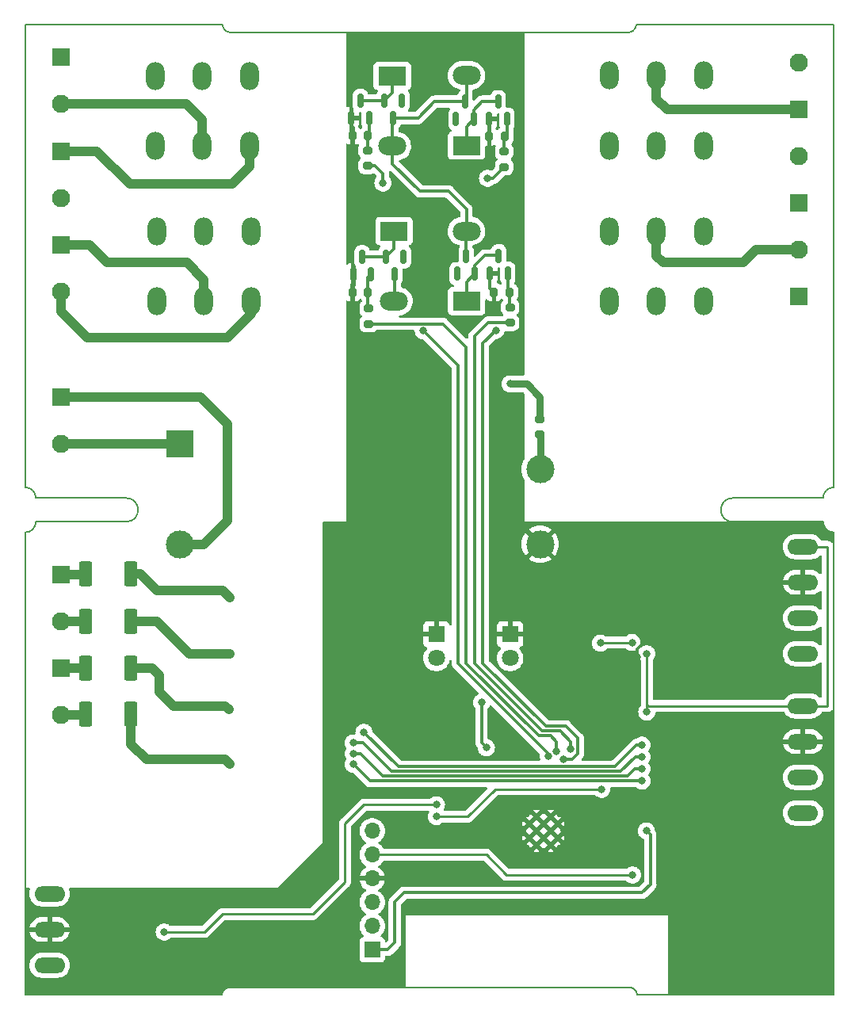
<source format=gbl>
G04 #@! TF.GenerationSoftware,KiCad,Pcbnew,(7.0.0)*
G04 #@! TF.CreationDate,2023-07-30T12:49:27+02:00*
G04 #@! TF.ProjectId,RealyModul_1Wire_ADC,5265616c-794d-46f6-9475-6c5f31576972,rev?*
G04 #@! TF.SameCoordinates,Original*
G04 #@! TF.FileFunction,Copper,L2,Bot*
G04 #@! TF.FilePolarity,Positive*
%FSLAX46Y46*%
G04 Gerber Fmt 4.6, Leading zero omitted, Abs format (unit mm)*
G04 Created by KiCad (PCBNEW (7.0.0)) date 2023-07-30 12:49:27*
%MOMM*%
%LPD*%
G01*
G04 APERTURE LIST*
G04 Aperture macros list*
%AMRoundRect*
0 Rectangle with rounded corners*
0 $1 Rounding radius*
0 $2 $3 $4 $5 $6 $7 $8 $9 X,Y pos of 4 corners*
0 Add a 4 corners polygon primitive as box body*
4,1,4,$2,$3,$4,$5,$6,$7,$8,$9,$2,$3,0*
0 Add four circle primitives for the rounded corners*
1,1,$1+$1,$2,$3*
1,1,$1+$1,$4,$5*
1,1,$1+$1,$6,$7*
1,1,$1+$1,$8,$9*
0 Add four rect primitives between the rounded corners*
20,1,$1+$1,$2,$3,$4,$5,0*
20,1,$1+$1,$4,$5,$6,$7,0*
20,1,$1+$1,$6,$7,$8,$9,0*
20,1,$1+$1,$8,$9,$2,$3,0*%
G04 Aperture macros list end*
G04 #@! TA.AperFunction,ComponentPad*
%ADD10O,3.300000X1.650000*%
G04 #@! TD*
G04 #@! TA.AperFunction,ComponentPad*
%ADD11R,1.950000X1.950000*%
G04 #@! TD*
G04 #@! TA.AperFunction,ComponentPad*
%ADD12C,1.950000*%
G04 #@! TD*
G04 #@! TA.AperFunction,ComponentPad*
%ADD13O,2.000000X3.000000*%
G04 #@! TD*
G04 #@! TA.AperFunction,ComponentPad*
%ADD14R,3.000000X2.000000*%
G04 #@! TD*
G04 #@! TA.AperFunction,ComponentPad*
%ADD15O,3.000000X2.000000*%
G04 #@! TD*
G04 #@! TA.AperFunction,ComponentPad*
%ADD16R,1.800000X1.800000*%
G04 #@! TD*
G04 #@! TA.AperFunction,ComponentPad*
%ADD17C,1.800000*%
G04 #@! TD*
G04 #@! TA.AperFunction,ComponentPad*
%ADD18R,1.700000X1.700000*%
G04 #@! TD*
G04 #@! TA.AperFunction,ComponentPad*
%ADD19O,1.700000X1.700000*%
G04 #@! TD*
G04 #@! TA.AperFunction,ComponentPad*
%ADD20R,3.000000X3.000000*%
G04 #@! TD*
G04 #@! TA.AperFunction,ComponentPad*
%ADD21C,3.000000*%
G04 #@! TD*
G04 #@! TA.AperFunction,ComponentPad*
%ADD22C,0.475000*%
G04 #@! TD*
G04 #@! TA.AperFunction,SMDPad,CuDef*
%ADD23RoundRect,0.150000X-0.150000X0.587500X-0.150000X-0.587500X0.150000X-0.587500X0.150000X0.587500X0*%
G04 #@! TD*
G04 #@! TA.AperFunction,SMDPad,CuDef*
%ADD24RoundRect,0.200000X-0.275000X0.200000X-0.275000X-0.200000X0.275000X-0.200000X0.275000X0.200000X0*%
G04 #@! TD*
G04 #@! TA.AperFunction,SMDPad,CuDef*
%ADD25RoundRect,0.249999X-0.450001X-1.075001X0.450001X-1.075001X0.450001X1.075001X-0.450001X1.075001X0*%
G04 #@! TD*
G04 #@! TA.AperFunction,SMDPad,CuDef*
%ADD26RoundRect,0.200000X0.200000X0.275000X-0.200000X0.275000X-0.200000X-0.275000X0.200000X-0.275000X0*%
G04 #@! TD*
G04 #@! TA.AperFunction,SMDPad,CuDef*
%ADD27RoundRect,0.150000X0.150000X-0.587500X0.150000X0.587500X-0.150000X0.587500X-0.150000X-0.587500X0*%
G04 #@! TD*
G04 #@! TA.AperFunction,SMDPad,CuDef*
%ADD28RoundRect,0.200000X0.275000X-0.200000X0.275000X0.200000X-0.275000X0.200000X-0.275000X-0.200000X0*%
G04 #@! TD*
G04 #@! TA.AperFunction,ViaPad*
%ADD29C,0.800000*%
G04 #@! TD*
G04 #@! TA.AperFunction,Conductor*
%ADD30C,0.300000*%
G04 #@! TD*
G04 #@! TA.AperFunction,Conductor*
%ADD31C,0.800000*%
G04 #@! TD*
G04 #@! TA.AperFunction,Conductor*
%ADD32C,0.250000*%
G04 #@! TD*
G04 #@! TA.AperFunction,Conductor*
%ADD33C,1.000000*%
G04 #@! TD*
G04 #@! TA.AperFunction,Profile*
%ADD34C,0.150000*%
G04 #@! TD*
G04 #@! TA.AperFunction,Profile*
%ADD35C,0.152400*%
G04 #@! TD*
G04 APERTURE END LIST*
D10*
X172007999Y-132963999D03*
X172007999Y-129153999D03*
D11*
X92709999Y-62263999D03*
D12*
X92710000Y-67264000D03*
D13*
X107822999Y-61726999D03*
X107822999Y-54226999D03*
X112862999Y-61726999D03*
X112862999Y-54226999D03*
X102782999Y-61726999D03*
X102782999Y-54226999D03*
D14*
X128122999Y-54226999D03*
D15*
X128122999Y-61726999D03*
D11*
X171576999Y-57784999D03*
D12*
X171577000Y-52785000D03*
D11*
X92709999Y-107475999D03*
D12*
X92710000Y-112476000D03*
D13*
X156358999Y-54161999D03*
X156358999Y-61661999D03*
X151318999Y-54161999D03*
X151318999Y-61661999D03*
X161398999Y-54161999D03*
X161398999Y-61661999D03*
D14*
X136058999Y-61661999D03*
D15*
X136058999Y-54161999D03*
D16*
X140715999Y-113875499D03*
D17*
X140716000Y-116415500D03*
D13*
X156358999Y-70798999D03*
X156358999Y-78298999D03*
X151318999Y-70798999D03*
X151318999Y-78298999D03*
X161398999Y-70798999D03*
X161398999Y-78298999D03*
D14*
X136058999Y-78298999D03*
D15*
X136058999Y-70798999D03*
D11*
X92709999Y-117474999D03*
D12*
X92710000Y-122475000D03*
D10*
X172007999Y-125343999D03*
X172007999Y-121533999D03*
X172007999Y-108330999D03*
X172007999Y-104520999D03*
X172007999Y-115945999D03*
X172007999Y-112135999D03*
D11*
X92709999Y-88552999D03*
D12*
X92710000Y-93553000D03*
D11*
X171576999Y-67783999D03*
D12*
X171577000Y-62784000D03*
D11*
X92709999Y-72296999D03*
D12*
X92710000Y-77297000D03*
D10*
X91510649Y-141604999D03*
X91510649Y-145414999D03*
X91523349Y-149224999D03*
D18*
X125983999Y-147573999D03*
D19*
X125983999Y-145033999D03*
X125983999Y-142493999D03*
X125983999Y-139953999D03*
X125983999Y-137413999D03*
X125983999Y-134873999D03*
D20*
X105429499Y-93495999D03*
D21*
X105429500Y-104246000D03*
X143929500Y-104246000D03*
X143929500Y-96246000D03*
D11*
X171576999Y-77816999D03*
D12*
X171577000Y-72817000D03*
D22*
X145796000Y-135637500D03*
X145796000Y-134112500D03*
X145033500Y-136400000D03*
X145033500Y-134875000D03*
X145033500Y-133350000D03*
X144271000Y-135637500D03*
X144271000Y-134112500D03*
X143508500Y-136400000D03*
X143508500Y-134875000D03*
X143508500Y-133350000D03*
X142746000Y-135637500D03*
X142746000Y-134112500D03*
D13*
X108014999Y-78298999D03*
X108014999Y-70798999D03*
X113054999Y-78298999D03*
X113054999Y-70798999D03*
X102974999Y-78298999D03*
X102974999Y-70798999D03*
D14*
X128314999Y-70798999D03*
D15*
X128314999Y-78298999D03*
D16*
X132841999Y-113875499D03*
D17*
X132842000Y-116415500D03*
D11*
X92709999Y-52230999D03*
D12*
X92710000Y-57231000D03*
D23*
X127447000Y-73563000D03*
X129347000Y-73563000D03*
X128397000Y-75438000D03*
D24*
X140716000Y-78931000D03*
X140716000Y-80581000D03*
D25*
X95390000Y-112522000D03*
X100190000Y-112522000D03*
D26*
X125539000Y-77343000D03*
X123889000Y-77343000D03*
D24*
X140081000Y-62294000D03*
X140081000Y-63944000D03*
X125476000Y-62167000D03*
X125476000Y-63817000D03*
D27*
X140457000Y-75311000D03*
X138557000Y-75311000D03*
X139507000Y-73436000D03*
X136967000Y-75359500D03*
X135067000Y-75359500D03*
X136017000Y-73484500D03*
D25*
X95390000Y-117475000D03*
X100190000Y-117475000D03*
D27*
X125664000Y-58722500D03*
X123764000Y-58722500D03*
X124714000Y-56847500D03*
D25*
X95390000Y-107442000D03*
X100190000Y-107442000D03*
D23*
X127259000Y-56847500D03*
X129159000Y-56847500D03*
X128209000Y-58722500D03*
D26*
X125539000Y-60579000D03*
X123889000Y-60579000D03*
D27*
X125857000Y-75438000D03*
X123957000Y-75438000D03*
X124907000Y-73563000D03*
D25*
X95390000Y-122428000D03*
X100190000Y-122428000D03*
D26*
X140144000Y-60706000D03*
X138494000Y-60706000D03*
D24*
X125603000Y-79058000D03*
X125603000Y-80708000D03*
D27*
X140396000Y-58849500D03*
X138496000Y-58849500D03*
X139446000Y-56974500D03*
D28*
X143891000Y-92519000D03*
X143891000Y-90869000D03*
D27*
X136840000Y-58849500D03*
X134940000Y-58849500D03*
X135890000Y-56974500D03*
D26*
X140652000Y-77343000D03*
X139002000Y-77343000D03*
D29*
X104521000Y-141605000D03*
X154305000Y-116332000D03*
X162687000Y-119761000D03*
X121285000Y-112522000D03*
X121158000Y-124460000D03*
X148590000Y-106934000D03*
X127635000Y-108839000D03*
X162687000Y-111125000D03*
X162687000Y-131826000D03*
X117983000Y-139700000D03*
X162687000Y-114681000D03*
X148590000Y-102870000D03*
X129413000Y-138684000D03*
X98933000Y-141605000D03*
X162687000Y-142113000D03*
X121158000Y-118491000D03*
X122174000Y-145796000D03*
X139827000Y-108839000D03*
X132715000Y-108839000D03*
X110236000Y-141605000D03*
X121285000Y-133858000D03*
X162687000Y-136779000D03*
X114427000Y-141605000D03*
X162687000Y-126873000D03*
X121158000Y-130302000D03*
X146939000Y-108585000D03*
X123571000Y-108839000D03*
X119761000Y-137922000D03*
X140716000Y-87122000D03*
X153797000Y-139573000D03*
X155280000Y-134874000D03*
X155321000Y-122174000D03*
X155321000Y-115951000D03*
X138176000Y-125984000D03*
X137668000Y-121158000D03*
X131445000Y-81457500D03*
X127127000Y-65659000D03*
X144780000Y-126873000D03*
X145669000Y-126365000D03*
X139192000Y-81407000D03*
X138303000Y-65151000D03*
X146431000Y-127254000D03*
X150368000Y-114808000D03*
X153736932Y-114749666D03*
X132842000Y-132080000D03*
X103759000Y-145669000D03*
X132842000Y-133350000D03*
X150495000Y-130429000D03*
X147193000Y-126111000D03*
X125095000Y-124333000D03*
X154813000Y-125705000D03*
X154813000Y-126975000D03*
X123952000Y-125476000D03*
X123952000Y-126619000D03*
X154813000Y-128245000D03*
X123952000Y-127762000D03*
X154813000Y-129540000D03*
X110805000Y-109982000D03*
X110805000Y-115951000D03*
X110678000Y-121920000D03*
X110805000Y-127762000D03*
D30*
X138557000Y-76898000D02*
X139002000Y-77343000D01*
X138496000Y-58849500D02*
X138496000Y-60704000D01*
X155067000Y-114681000D02*
X154305000Y-115443000D01*
X138557000Y-75311000D02*
X138557000Y-76898000D01*
X123764000Y-60454000D02*
X123889000Y-60579000D01*
X123764000Y-58722500D02*
X123764000Y-60454000D01*
X162687000Y-114681000D02*
X155067000Y-114681000D01*
X123957000Y-77275000D02*
X123889000Y-77343000D01*
X123957000Y-75438000D02*
X123957000Y-77275000D01*
X123889000Y-75370000D02*
X123957000Y-75438000D01*
X123889000Y-60579000D02*
X123889000Y-75370000D01*
X154305000Y-115443000D02*
X154305000Y-116332000D01*
X138496000Y-60704000D02*
X138494000Y-60706000D01*
D31*
X143929500Y-96246000D02*
X143929500Y-92557500D01*
X143929500Y-92557500D02*
X143891000Y-92519000D01*
D30*
X128123000Y-61727000D02*
X128123000Y-63607000D01*
X136017000Y-73484500D02*
X136017000Y-70841000D01*
X128397000Y-78217000D02*
X128315000Y-78299000D01*
D31*
X143891000Y-90869000D02*
X143891000Y-88519000D01*
D30*
X128123000Y-63607000D02*
X131064000Y-66548000D01*
D31*
X142494000Y-87122000D02*
X140716000Y-87122000D01*
D30*
X134112000Y-66548000D02*
X136059000Y-68495000D01*
X136059000Y-68495000D02*
X136059000Y-70799000D01*
X130888500Y-58722500D02*
X128209000Y-58722500D01*
X128123000Y-58808500D02*
X128123000Y-61727000D01*
X128209000Y-58722500D02*
X128123000Y-58808500D01*
X136059000Y-56805500D02*
X135890000Y-56974500D01*
X128397000Y-75438000D02*
X128397000Y-78217000D01*
X136059000Y-54162000D02*
X136059000Y-56805500D01*
X136017000Y-70841000D02*
X136059000Y-70799000D01*
X135890000Y-56974500D02*
X132636500Y-56974500D01*
D31*
X143891000Y-88519000D02*
X142494000Y-87122000D01*
D30*
X131064000Y-66548000D02*
X134112000Y-66548000D01*
X132636500Y-56974500D02*
X130888500Y-58722500D01*
D32*
X138176000Y-137414000D02*
X140335000Y-139573000D01*
X140335000Y-139573000D02*
X153797000Y-139573000D01*
X125984000Y-137414000D02*
X138176000Y-137414000D01*
X174625000Y-121539000D02*
X174625000Y-104521000D01*
X174625000Y-104521000D02*
X171958000Y-104521000D01*
X155321000Y-122174000D02*
X155321000Y-121412000D01*
D30*
X155702000Y-135296000D02*
X155280000Y-134874000D01*
D32*
X171958000Y-121539000D02*
X155448000Y-121539000D01*
D30*
X154813000Y-141478000D02*
X155702000Y-140589000D01*
D32*
X155448000Y-121539000D02*
X155321000Y-121412000D01*
D30*
X129413000Y-141478000D02*
X154813000Y-141478000D01*
D32*
X171958000Y-121539000D02*
X174625000Y-121539000D01*
X155321000Y-121412000D02*
X155321000Y-115951000D01*
D30*
X128397000Y-146812000D02*
X128397000Y-142494000D01*
X128397000Y-142494000D02*
X129413000Y-141478000D01*
X155702000Y-140589000D02*
X155702000Y-135296000D01*
X125984000Y-147574000D02*
X127635000Y-147574000D01*
X127635000Y-147574000D02*
X128397000Y-146812000D01*
X128123000Y-55983500D02*
X127259000Y-56847500D01*
X128123000Y-54227000D02*
X128123000Y-55983500D01*
X124714000Y-56847500D02*
X127259000Y-56847500D01*
X138176000Y-125984000D02*
X137668000Y-125476000D01*
X137668000Y-125476000D02*
X137668000Y-121158000D01*
X127447000Y-73563000D02*
X128315000Y-72695000D01*
X128315000Y-72695000D02*
X128315000Y-70799000D01*
X124907000Y-73563000D02*
X127447000Y-73563000D01*
X139446000Y-56974500D02*
X137716500Y-56974500D01*
X136059000Y-61662000D02*
X136059000Y-59630500D01*
X137716500Y-56974500D02*
X136840000Y-57851000D01*
X136840000Y-57851000D02*
X136840000Y-58849500D01*
X136059000Y-59630500D02*
X136840000Y-58849500D01*
X136967000Y-75359500D02*
X136059000Y-76267500D01*
X139477000Y-73406000D02*
X138049000Y-73406000D01*
X136059000Y-76267500D02*
X136059000Y-78299000D01*
X139507000Y-73436000D02*
X139477000Y-73406000D01*
X136967000Y-74488000D02*
X136967000Y-75359500D01*
X138049000Y-73406000D02*
X136967000Y-74488000D01*
X127127000Y-64643000D02*
X126301000Y-63817000D01*
X144780000Y-126619000D02*
X135128000Y-116967000D01*
X135128000Y-85140500D02*
X131445000Y-81457500D01*
X144780000Y-126873000D02*
X144780000Y-126619000D01*
X127127000Y-65659000D02*
X127127000Y-64643000D01*
X135128000Y-116967000D02*
X135128000Y-85140500D01*
X126301000Y-63817000D02*
X125476000Y-63817000D01*
X145669000Y-126365000D02*
X145669000Y-125349000D01*
X145026000Y-124706000D02*
X143756000Y-124706000D01*
X133540000Y-80708000D02*
X125603000Y-80708000D01*
X143756000Y-124706000D02*
X136017000Y-116967000D01*
X136017000Y-83185000D02*
X133540000Y-80708000D01*
X145669000Y-125349000D02*
X145026000Y-124706000D01*
X136017000Y-116967000D02*
X136017000Y-83185000D01*
D33*
X106126000Y-57231000D02*
X107823000Y-58928000D01*
X92710000Y-57231000D02*
X106126000Y-57231000D01*
X107823000Y-58928000D02*
X107823000Y-61727000D01*
X92710000Y-62264000D02*
X96554000Y-62264000D01*
X112863000Y-63921000D02*
X112863000Y-61727000D01*
X100076000Y-65786000D02*
X110998000Y-65786000D01*
X96554000Y-62264000D02*
X100076000Y-65786000D01*
X110998000Y-65786000D02*
X112863000Y-63921000D01*
X97663000Y-74168000D02*
X106172000Y-74168000D01*
X106172000Y-74168000D02*
X108015000Y-76011000D01*
X95792000Y-72297000D02*
X97663000Y-74168000D01*
X108015000Y-76011000D02*
X108015000Y-78299000D01*
X92710000Y-72297000D02*
X95792000Y-72297000D01*
X92710000Y-79375000D02*
X92710000Y-77297000D01*
X113055000Y-78299000D02*
X113055000Y-79604000D01*
X113055000Y-79604000D02*
X110490000Y-82169000D01*
X110490000Y-82169000D02*
X95504000Y-82169000D01*
X95504000Y-82169000D02*
X92710000Y-79375000D01*
X156359000Y-56664000D02*
X156359000Y-54162000D01*
X171577000Y-57785000D02*
X157480000Y-57785000D01*
X157480000Y-57785000D02*
X156359000Y-56664000D01*
X157099000Y-74168000D02*
X156359000Y-73428000D01*
X171577000Y-72817000D02*
X166959000Y-72817000D01*
X165608000Y-74168000D02*
X157099000Y-74168000D01*
X166959000Y-72817000D02*
X165608000Y-74168000D01*
X156359000Y-73428000D02*
X156359000Y-70799000D01*
D30*
X139192000Y-81407000D02*
X137795000Y-82804000D01*
X147320000Y-127254000D02*
X146431000Y-127254000D01*
X138874000Y-65151000D02*
X140081000Y-63944000D01*
X144526000Y-123698000D02*
X146685000Y-123698000D01*
X146685000Y-123698000D02*
X147955000Y-124968000D01*
X137795000Y-116967000D02*
X144526000Y-123698000D01*
X137795000Y-82804000D02*
X137795000Y-116967000D01*
X138303000Y-65151000D02*
X138874000Y-65151000D01*
X147955000Y-124968000D02*
X147955000Y-126619000D01*
X147955000Y-126619000D02*
X147320000Y-127254000D01*
D32*
X150368000Y-114808000D02*
X150426334Y-114749666D01*
X150426334Y-114749666D02*
X153736932Y-114749666D01*
D30*
X125539000Y-62104000D02*
X125476000Y-62167000D01*
X125664000Y-58722500D02*
X125664000Y-60454000D01*
X125664000Y-60454000D02*
X125539000Y-60579000D01*
X125539000Y-60579000D02*
X125539000Y-62104000D01*
D32*
X123063000Y-135255000D02*
X123063000Y-140335000D01*
X108077000Y-145669000D02*
X103759000Y-145669000D01*
X125095000Y-132080000D02*
X123063000Y-134112000D01*
X123063000Y-134112000D02*
X123063000Y-135255000D01*
X123063000Y-140335000D02*
X119634000Y-143764000D01*
X127381000Y-132080000D02*
X132842000Y-132080000D01*
X127116299Y-132080000D02*
X125095000Y-132080000D01*
X109982000Y-143764000D02*
X108077000Y-145669000D01*
X119634000Y-143764000D02*
X109982000Y-143764000D01*
X127381000Y-132080000D02*
X127116299Y-132080000D01*
D30*
X125539000Y-77343000D02*
X125539000Y-75756000D01*
X125539000Y-77343000D02*
X125539000Y-78994000D01*
X125539000Y-78994000D02*
X125603000Y-79058000D01*
X125539000Y-75756000D02*
X125857000Y-75438000D01*
X140081000Y-62294000D02*
X140081000Y-60769000D01*
X140396000Y-60454000D02*
X140144000Y-60706000D01*
X140396000Y-58849500D02*
X140396000Y-60454000D01*
X140081000Y-60769000D02*
X140144000Y-60706000D01*
X140457000Y-75311000D02*
X140457000Y-77148000D01*
X140652000Y-78867000D02*
X140716000Y-78931000D01*
X140457000Y-77148000D02*
X140652000Y-77343000D01*
X140652000Y-77343000D02*
X140652000Y-78867000D01*
D32*
X150495000Y-130429000D02*
X139128500Y-130429000D01*
X139128500Y-130429000D02*
X136207500Y-133350000D01*
X136207500Y-133350000D02*
X132842000Y-133350000D01*
D30*
X146050000Y-124206000D02*
X147193000Y-125349000D01*
X136906000Y-116967000D02*
X144145000Y-124206000D01*
X136906000Y-82042000D02*
X136906000Y-116967000D01*
X140716000Y-80581000D02*
X138367000Y-80581000D01*
X147193000Y-125349000D02*
X147193000Y-126111000D01*
X138367000Y-80581000D02*
X136906000Y-82042000D01*
X144145000Y-124206000D02*
X146050000Y-124206000D01*
X128778000Y-128016000D02*
X151892000Y-128016000D01*
X125095000Y-124333000D02*
X128778000Y-128016000D01*
X151892000Y-128016000D02*
X154203000Y-125705000D01*
X154203000Y-125705000D02*
X154813000Y-125705000D01*
X128016000Y-128524000D02*
X152527000Y-128524000D01*
X124968000Y-125476000D02*
X128016000Y-128524000D01*
X152527000Y-128524000D02*
X154076000Y-126975000D01*
X123952000Y-125476000D02*
X124968000Y-125476000D01*
X154076000Y-126975000D02*
X154813000Y-126975000D01*
X127127000Y-129032000D02*
X153251000Y-129032000D01*
X123952000Y-126619000D02*
X124714000Y-126619000D01*
X124714000Y-126619000D02*
X127127000Y-129032000D01*
X154038000Y-128245000D02*
X154813000Y-128245000D01*
X153251000Y-129032000D02*
X154038000Y-128245000D01*
X123952000Y-127762000D02*
X125730000Y-129540000D01*
X125730000Y-129540000D02*
X154813000Y-129540000D01*
D33*
X92710000Y-107476000D02*
X95356000Y-107476000D01*
X95356000Y-107476000D02*
X95390000Y-107442000D01*
X95344000Y-112476000D02*
X95390000Y-112522000D01*
X92710000Y-112476000D02*
X95344000Y-112476000D01*
X92710000Y-117475000D02*
X95390000Y-117475000D01*
X92710000Y-122475000D02*
X95343000Y-122475000D01*
X95343000Y-122475000D02*
X95390000Y-122428000D01*
X102997000Y-109220000D02*
X101219000Y-107442000D01*
X110043000Y-109220000D02*
X102997000Y-109220000D01*
X101219000Y-107442000D02*
X100190000Y-107442000D01*
X110805000Y-109982000D02*
X110043000Y-109220000D01*
X106426000Y-115951000D02*
X102997000Y-112522000D01*
X110805000Y-115951000D02*
X106426000Y-115951000D01*
X102997000Y-112522000D02*
X100190000Y-112522000D01*
X102489000Y-117475000D02*
X100190000Y-117475000D01*
X104775000Y-121539000D02*
X103251000Y-120015000D01*
X103251000Y-120015000D02*
X103251000Y-118237000D01*
X110678000Y-121920000D02*
X110297000Y-121539000D01*
X103251000Y-118237000D02*
X102489000Y-117475000D01*
X110297000Y-121539000D02*
X104775000Y-121539000D01*
X101854000Y-127254000D02*
X100190000Y-125590000D01*
X110297000Y-127254000D02*
X101854000Y-127254000D01*
X110805000Y-127762000D02*
X110297000Y-127254000D01*
X100190000Y-125590000D02*
X100190000Y-122428000D01*
X105372500Y-93553000D02*
X105429500Y-93496000D01*
X92710000Y-93553000D02*
X105372500Y-93553000D01*
X105429500Y-104246000D02*
X107971000Y-104246000D01*
X107603000Y-88553000D02*
X92710000Y-88553000D01*
X110490000Y-91440000D02*
X107603000Y-88553000D01*
X107971000Y-104246000D02*
X110490000Y-101727000D01*
X110490000Y-101727000D02*
X110490000Y-91440000D01*
G04 #@! TA.AperFunction,Conductor*
G36*
X123190000Y-102362000D02*
G01*
X134469500Y-102362000D01*
X134469500Y-112807954D01*
X134450762Y-112873497D01*
X134400211Y-112919231D01*
X134333125Y-112931335D01*
X134269779Y-112906150D01*
X134229318Y-112851287D01*
X134188452Y-112741722D01*
X134180037Y-112726310D01*
X134104501Y-112625407D01*
X134092092Y-112612998D01*
X133991189Y-112537462D01*
X133975777Y-112529047D01*
X133856641Y-112484611D01*
X133841667Y-112481073D01*
X133793114Y-112475853D01*
X133786518Y-112475500D01*
X133108326Y-112475500D01*
X133095450Y-112478950D01*
X133092000Y-112491826D01*
X133092000Y-114001500D01*
X133075387Y-114063500D01*
X133030000Y-114108887D01*
X132968000Y-114125500D01*
X131458326Y-114125500D01*
X131445450Y-114128950D01*
X131442000Y-114141826D01*
X131442000Y-114820018D01*
X131442353Y-114826614D01*
X131447573Y-114875167D01*
X131451111Y-114890141D01*
X131495547Y-115009277D01*
X131503962Y-115024689D01*
X131579498Y-115125592D01*
X131591907Y-115138001D01*
X131692810Y-115213537D01*
X131708222Y-115221952D01*
X131772176Y-115245806D01*
X131821711Y-115279821D01*
X131849438Y-115333131D01*
X131848846Y-115393218D01*
X131820073Y-115445971D01*
X131730161Y-115543641D01*
X131730155Y-115543648D01*
X131726686Y-115547417D01*
X131723881Y-115551708D01*
X131723878Y-115551714D01*
X131601820Y-115738537D01*
X131601813Y-115738549D01*
X131599016Y-115742831D01*
X131596961Y-115747515D01*
X131596955Y-115747527D01*
X131507704Y-115951000D01*
X131505251Y-115956593D01*
X131503993Y-115961558D01*
X131503992Y-115961563D01*
X131449208Y-116177899D01*
X131449206Y-116177908D01*
X131447949Y-116182874D01*
X131447525Y-116187983D01*
X131447524Y-116187993D01*
X131429640Y-116403826D01*
X131428673Y-116415500D01*
X131429097Y-116420617D01*
X131447524Y-116643006D01*
X131447525Y-116643014D01*
X131447949Y-116648126D01*
X131449206Y-116653093D01*
X131449208Y-116653100D01*
X131485629Y-116796921D01*
X131505251Y-116874407D01*
X131518467Y-116904537D01*
X131596955Y-117083472D01*
X131596958Y-117083478D01*
X131599016Y-117088169D01*
X131601816Y-117092455D01*
X131601820Y-117092462D01*
X131696456Y-117237313D01*
X131726686Y-117283583D01*
X131730160Y-117287356D01*
X131730161Y-117287358D01*
X131853516Y-117421357D01*
X131884780Y-117455318D01*
X132068983Y-117598690D01*
X132073490Y-117601129D01*
X132073493Y-117601131D01*
X132208137Y-117673996D01*
X132274273Y-117709787D01*
X132495049Y-117785580D01*
X132725288Y-117824000D01*
X132953579Y-117824000D01*
X132958712Y-117824000D01*
X133188951Y-117785580D01*
X133409727Y-117709787D01*
X133615017Y-117598690D01*
X133799220Y-117455318D01*
X133957314Y-117283583D01*
X134084984Y-117088169D01*
X134178749Y-116874407D01*
X134225293Y-116690605D01*
X134253122Y-116638327D01*
X134302021Y-116604918D01*
X134360838Y-116597997D01*
X134416156Y-116619145D01*
X134455358Y-116663536D01*
X134469500Y-116721045D01*
X134469500Y-116884871D01*
X134468950Y-116896540D01*
X134468913Y-116896923D01*
X134467212Y-116904537D01*
X134467457Y-116912333D01*
X134467457Y-116912334D01*
X134469439Y-116975401D01*
X134469500Y-116979296D01*
X134469500Y-117008432D01*
X134469988Y-117012304D01*
X134469989Y-117012305D01*
X134470069Y-117012939D01*
X134470983Y-117024563D01*
X134472192Y-117063037D01*
X134472193Y-117063044D01*
X134472438Y-117070831D01*
X134474611Y-117078313D01*
X134474613Y-117078322D01*
X134478464Y-117091577D01*
X134482407Y-117110618D01*
X134484138Y-117124321D01*
X134484141Y-117124333D01*
X134485118Y-117132064D01*
X134487987Y-117139313D01*
X134487989Y-117139317D01*
X134502158Y-117175106D01*
X134505941Y-117186153D01*
X134518855Y-117230600D01*
X134522824Y-117237312D01*
X134522825Y-117237313D01*
X134529851Y-117249193D01*
X134538409Y-117266664D01*
X134543398Y-117279263D01*
X134546365Y-117286756D01*
X134550954Y-117293072D01*
X134573571Y-117324201D01*
X134579980Y-117333957D01*
X134603547Y-117373807D01*
X134609064Y-117379324D01*
X134618821Y-117389081D01*
X134631457Y-117403875D01*
X134644159Y-117421357D01*
X134650173Y-117426332D01*
X134679822Y-117450859D01*
X134688464Y-117458723D01*
X137350323Y-120120583D01*
X137381064Y-120171493D01*
X137384566Y-120230861D01*
X137360022Y-120285031D01*
X137313078Y-120321543D01*
X137217186Y-120364237D01*
X137217176Y-120364242D01*
X137211248Y-120366882D01*
X137205999Y-120370695D01*
X137205993Y-120370699D01*
X137062000Y-120475316D01*
X137061991Y-120475323D01*
X137056747Y-120479134D01*
X137052403Y-120483957D01*
X137052400Y-120483961D01*
X136943315Y-120605113D01*
X136928960Y-120621056D01*
X136925714Y-120626676D01*
X136925711Y-120626682D01*
X136836721Y-120780817D01*
X136836718Y-120780822D01*
X136833473Y-120786444D01*
X136831467Y-120792616D01*
X136831465Y-120792622D01*
X136776465Y-120961892D01*
X136776463Y-120961901D01*
X136774458Y-120968072D01*
X136773780Y-120974522D01*
X136773778Y-120974532D01*
X136759352Y-121111794D01*
X136754496Y-121158000D01*
X136755175Y-121164460D01*
X136773778Y-121341467D01*
X136773779Y-121341475D01*
X136774458Y-121347928D01*
X136776463Y-121354100D01*
X136776465Y-121354107D01*
X136831465Y-121523377D01*
X136833473Y-121529556D01*
X136928960Y-121694944D01*
X136966213Y-121736318D01*
X136977650Y-121749020D01*
X137001264Y-121787555D01*
X137009500Y-121831992D01*
X137009500Y-125393871D01*
X137008950Y-125405540D01*
X137008913Y-125405923D01*
X137007212Y-125413537D01*
X137007457Y-125421333D01*
X137007457Y-125421334D01*
X137009439Y-125484401D01*
X137009500Y-125488296D01*
X137009500Y-125517432D01*
X137009988Y-125521304D01*
X137009989Y-125521305D01*
X137010069Y-125521939D01*
X137010983Y-125533563D01*
X137012192Y-125572037D01*
X137012193Y-125572044D01*
X137012438Y-125579831D01*
X137014611Y-125587313D01*
X137014613Y-125587322D01*
X137018464Y-125600577D01*
X137022407Y-125619618D01*
X137024138Y-125633321D01*
X137024141Y-125633333D01*
X137025118Y-125641064D01*
X137027987Y-125648313D01*
X137027989Y-125648317D01*
X137042158Y-125684106D01*
X137045941Y-125695153D01*
X137058855Y-125739600D01*
X137062824Y-125746312D01*
X137062825Y-125746313D01*
X137069851Y-125758193D01*
X137078409Y-125775664D01*
X137083251Y-125787892D01*
X137086365Y-125795756D01*
X137090954Y-125802072D01*
X137113571Y-125833201D01*
X137119980Y-125842957D01*
X137143547Y-125882807D01*
X137149064Y-125888324D01*
X137158821Y-125898081D01*
X137171457Y-125912875D01*
X137184159Y-125930357D01*
X137190164Y-125935325D01*
X137190170Y-125935331D01*
X137219826Y-125959864D01*
X137228467Y-125967727D01*
X137233530Y-125972790D01*
X137257769Y-126007087D01*
X137269170Y-126047509D01*
X137281778Y-126167466D01*
X137281779Y-126167473D01*
X137282458Y-126173928D01*
X137284465Y-126180107D01*
X137284466Y-126180108D01*
X137336418Y-126340000D01*
X137341473Y-126355556D01*
X137344720Y-126361180D01*
X137344721Y-126361182D01*
X137392352Y-126443682D01*
X137436960Y-126520944D01*
X137564747Y-126662866D01*
X137569997Y-126666680D01*
X137570000Y-126666683D01*
X137629263Y-126709740D01*
X137719248Y-126775118D01*
X137725181Y-126777759D01*
X137725182Y-126777760D01*
X137870422Y-126842425D01*
X137893712Y-126852794D01*
X137900070Y-126854145D01*
X137900072Y-126854146D01*
X137907774Y-126855783D01*
X138080513Y-126892500D01*
X138264984Y-126892500D01*
X138271487Y-126892500D01*
X138458288Y-126852794D01*
X138632752Y-126775118D01*
X138787253Y-126662866D01*
X138915040Y-126520944D01*
X139010527Y-126355556D01*
X139069542Y-126173928D01*
X139089504Y-125984000D01*
X139069542Y-125794072D01*
X139010527Y-125612444D01*
X138915040Y-125447056D01*
X138787253Y-125305134D01*
X138782003Y-125301319D01*
X138781999Y-125301316D01*
X138638006Y-125196699D01*
X138638004Y-125196697D01*
X138632752Y-125192882D01*
X138626821Y-125190241D01*
X138626817Y-125190239D01*
X138464220Y-125117847D01*
X138464219Y-125117846D01*
X138458288Y-125115206D01*
X138434872Y-125110228D01*
X138424717Y-125108070D01*
X138374157Y-125084493D01*
X138339049Y-125041138D01*
X138326500Y-124986780D01*
X138326500Y-121831992D01*
X138334736Y-121787555D01*
X138358350Y-121749020D01*
X138360802Y-121746296D01*
X138407040Y-121694944D01*
X138502527Y-121529556D01*
X138504535Y-121523375D01*
X138507179Y-121517438D01*
X138509278Y-121518372D01*
X138536668Y-121475516D01*
X138591899Y-121445957D01*
X138654530Y-121447167D01*
X138708578Y-121478838D01*
X143847142Y-126617401D01*
X143876348Y-126663690D01*
X143882782Y-126718043D01*
X143867512Y-126863337D01*
X143866496Y-126873000D01*
X143867175Y-126879460D01*
X143885778Y-127056467D01*
X143885779Y-127056475D01*
X143886458Y-127062928D01*
X143888463Y-127069100D01*
X143888465Y-127069107D01*
X143929430Y-127195182D01*
X143933972Y-127252898D01*
X143911817Y-127306385D01*
X143867794Y-127343985D01*
X143811499Y-127357500D01*
X129102122Y-127357500D01*
X129054669Y-127348061D01*
X129014441Y-127321181D01*
X126037468Y-124344208D01*
X126013228Y-124309910D01*
X126001828Y-124269488D01*
X125988542Y-124143072D01*
X125929527Y-123961444D01*
X125834040Y-123796056D01*
X125706253Y-123654134D01*
X125701003Y-123650319D01*
X125700999Y-123650316D01*
X125557006Y-123545699D01*
X125557004Y-123545697D01*
X125551752Y-123541882D01*
X125545821Y-123539241D01*
X125545817Y-123539239D01*
X125383226Y-123466849D01*
X125383219Y-123466846D01*
X125377288Y-123464206D01*
X125370935Y-123462855D01*
X125370927Y-123462853D01*
X125196849Y-123425852D01*
X125196846Y-123425851D01*
X125190487Y-123424500D01*
X124999513Y-123424500D01*
X124993154Y-123425851D01*
X124993150Y-123425852D01*
X124819072Y-123462853D01*
X124819061Y-123462856D01*
X124812712Y-123464206D01*
X124806782Y-123466845D01*
X124806773Y-123466849D01*
X124644182Y-123539239D01*
X124644174Y-123539243D01*
X124638248Y-123541882D01*
X124632999Y-123545695D01*
X124632993Y-123545699D01*
X124489000Y-123650316D01*
X124488991Y-123650323D01*
X124483747Y-123654134D01*
X124479403Y-123658957D01*
X124479400Y-123658961D01*
X124360307Y-123791228D01*
X124355960Y-123796056D01*
X124352714Y-123801676D01*
X124352711Y-123801682D01*
X124263721Y-123955817D01*
X124263718Y-123955822D01*
X124260473Y-123961444D01*
X124258467Y-123967616D01*
X124258465Y-123967622D01*
X124203465Y-124136892D01*
X124203463Y-124136901D01*
X124201458Y-124143072D01*
X124200780Y-124149522D01*
X124200778Y-124149532D01*
X124190126Y-124250887D01*
X124181496Y-124333000D01*
X124182175Y-124339460D01*
X124182175Y-124339461D01*
X124191981Y-124432764D01*
X124185548Y-124487117D01*
X124156342Y-124533406D01*
X124110053Y-124562612D01*
X124055701Y-124569046D01*
X124053840Y-124568850D01*
X124047487Y-124567500D01*
X123856513Y-124567500D01*
X123850154Y-124568851D01*
X123850150Y-124568852D01*
X123676072Y-124605853D01*
X123676061Y-124605856D01*
X123669712Y-124607206D01*
X123663782Y-124609845D01*
X123663773Y-124609849D01*
X123501182Y-124682239D01*
X123501174Y-124682243D01*
X123495248Y-124684882D01*
X123489999Y-124688695D01*
X123489993Y-124688699D01*
X123346000Y-124793316D01*
X123345991Y-124793323D01*
X123340747Y-124797134D01*
X123336403Y-124801957D01*
X123336400Y-124801961D01*
X123235627Y-124913882D01*
X123212960Y-124939056D01*
X123209714Y-124944676D01*
X123209711Y-124944682D01*
X123120721Y-125098817D01*
X123120718Y-125098822D01*
X123117473Y-125104444D01*
X123115467Y-125110616D01*
X123115465Y-125110622D01*
X123060465Y-125279892D01*
X123060463Y-125279901D01*
X123058458Y-125286072D01*
X123057780Y-125292522D01*
X123057778Y-125292532D01*
X123041538Y-125447056D01*
X123038496Y-125476000D01*
X123039175Y-125482460D01*
X123057778Y-125659467D01*
X123057779Y-125659475D01*
X123058458Y-125665928D01*
X123060463Y-125672100D01*
X123060465Y-125672107D01*
X123114346Y-125837933D01*
X123117473Y-125847556D01*
X123120720Y-125853180D01*
X123120721Y-125853182D01*
X123197115Y-125985500D01*
X123213728Y-126047500D01*
X123197115Y-126109500D01*
X123120721Y-126241817D01*
X123120718Y-126241822D01*
X123117473Y-126247444D01*
X123115467Y-126253616D01*
X123115465Y-126253622D01*
X123060465Y-126422892D01*
X123060463Y-126422901D01*
X123058458Y-126429072D01*
X123057780Y-126435522D01*
X123057778Y-126435532D01*
X123047069Y-126537432D01*
X123038496Y-126619000D01*
X123039175Y-126625460D01*
X123057778Y-126802467D01*
X123057779Y-126802475D01*
X123058458Y-126808928D01*
X123060463Y-126815100D01*
X123060465Y-126815107D01*
X123115465Y-126984377D01*
X123117473Y-126990556D01*
X123120720Y-126996180D01*
X123120721Y-126996182D01*
X123197115Y-127128500D01*
X123213728Y-127190500D01*
X123197115Y-127252500D01*
X123120721Y-127384817D01*
X123120718Y-127384822D01*
X123117473Y-127390444D01*
X123115467Y-127396616D01*
X123115465Y-127396622D01*
X123060465Y-127565892D01*
X123060463Y-127565901D01*
X123058458Y-127572072D01*
X123057780Y-127578522D01*
X123057778Y-127578532D01*
X123043574Y-127713682D01*
X123038496Y-127762000D01*
X123039175Y-127768460D01*
X123057778Y-127945467D01*
X123057779Y-127945475D01*
X123058458Y-127951928D01*
X123060463Y-127958100D01*
X123060465Y-127958107D01*
X123114846Y-128125472D01*
X123117473Y-128133556D01*
X123120720Y-128139180D01*
X123120721Y-128139182D01*
X123178085Y-128238540D01*
X123212960Y-128298944D01*
X123340747Y-128440866D01*
X123345997Y-128444680D01*
X123346000Y-128444683D01*
X123488863Y-128548479D01*
X123495248Y-128553118D01*
X123501181Y-128555759D01*
X123501182Y-128555760D01*
X123637732Y-128616556D01*
X123669712Y-128630794D01*
X123676070Y-128632145D01*
X123676072Y-128632146D01*
X123712874Y-128639968D01*
X123856513Y-128670500D01*
X123877878Y-128670500D01*
X123925331Y-128679939D01*
X123965559Y-128706819D01*
X125206292Y-129947552D01*
X125214154Y-129956191D01*
X125214402Y-129956491D01*
X125218584Y-129963080D01*
X125224272Y-129968421D01*
X125270273Y-130011619D01*
X125273069Y-130014329D01*
X125293667Y-130034927D01*
X125297248Y-130037705D01*
X125306118Y-130045280D01*
X125339867Y-130076972D01*
X125358799Y-130087380D01*
X125375060Y-130098062D01*
X125385969Y-130106524D01*
X125385971Y-130106525D01*
X125392132Y-130111304D01*
X125434613Y-130129687D01*
X125445105Y-130134827D01*
X125485663Y-130157124D01*
X125504037Y-130161841D01*
X125506583Y-130162495D01*
X125524997Y-130168799D01*
X125544824Y-130177380D01*
X125552526Y-130178599D01*
X125552527Y-130178600D01*
X125557718Y-130179422D01*
X125590544Y-130184620D01*
X125601975Y-130186987D01*
X125646812Y-130198500D01*
X125668420Y-130198500D01*
X125687817Y-130200027D01*
X125709152Y-130203406D01*
X125755234Y-130199050D01*
X125766904Y-130198500D01*
X138163734Y-130198500D01*
X138220029Y-130212015D01*
X138264052Y-130249615D01*
X138286207Y-130303102D01*
X138281665Y-130360818D01*
X138251415Y-130410180D01*
X137115104Y-131546491D01*
X135981414Y-132680181D01*
X135941186Y-132707061D01*
X135893733Y-132716500D01*
X133738336Y-132716500D01*
X133676336Y-132699887D01*
X133630949Y-132654500D01*
X133614336Y-132592500D01*
X133630949Y-132530500D01*
X133647826Y-132501267D01*
X133676527Y-132451556D01*
X133735542Y-132269928D01*
X133755504Y-132080000D01*
X133735542Y-131890072D01*
X133676527Y-131708444D01*
X133581040Y-131543056D01*
X133453253Y-131401134D01*
X133448003Y-131397319D01*
X133447999Y-131397316D01*
X133304006Y-131292699D01*
X133304004Y-131292697D01*
X133298752Y-131288882D01*
X133292821Y-131286241D01*
X133292817Y-131286239D01*
X133130226Y-131213849D01*
X133130219Y-131213846D01*
X133124288Y-131211206D01*
X133117935Y-131209855D01*
X133117927Y-131209853D01*
X132943849Y-131172852D01*
X132943846Y-131172851D01*
X132937487Y-131171500D01*
X132746513Y-131171500D01*
X132740154Y-131172851D01*
X132740150Y-131172852D01*
X132566072Y-131209853D01*
X132566061Y-131209856D01*
X132559712Y-131211206D01*
X132553782Y-131213845D01*
X132553773Y-131213849D01*
X132391182Y-131286239D01*
X132391174Y-131286243D01*
X132385248Y-131288882D01*
X132379999Y-131292695D01*
X132379993Y-131292699D01*
X132236000Y-131397316D01*
X132235991Y-131397323D01*
X132230747Y-131401134D01*
X132226402Y-131405958D01*
X132221571Y-131410310D01*
X132221021Y-131409700D01*
X132185126Y-131435780D01*
X132134691Y-131446500D01*
X127461030Y-131446500D01*
X127196329Y-131446500D01*
X125173847Y-131446500D01*
X125162562Y-131445968D01*
X125155091Y-131444298D01*
X125147293Y-131444543D01*
X125086969Y-131446439D01*
X125083074Y-131446500D01*
X125055144Y-131446500D01*
X125051289Y-131446986D01*
X125051255Y-131446989D01*
X125051024Y-131447019D01*
X125039405Y-131447933D01*
X125002905Y-131449080D01*
X125002897Y-131449081D01*
X124995111Y-131449326D01*
X124987625Y-131451500D01*
X124987622Y-131451501D01*
X124975499Y-131455023D01*
X124956461Y-131458965D01*
X124943946Y-131460546D01*
X124943933Y-131460549D01*
X124936203Y-131461526D01*
X124928957Y-131464394D01*
X124928948Y-131464397D01*
X124895004Y-131477836D01*
X124883961Y-131481617D01*
X124848896Y-131491805D01*
X124848888Y-131491808D01*
X124841407Y-131493982D01*
X124834695Y-131497950D01*
X124834695Y-131497951D01*
X124823834Y-131504374D01*
X124806370Y-131512929D01*
X124794636Y-131517575D01*
X124794629Y-131517578D01*
X124787383Y-131520448D01*
X124781079Y-131525027D01*
X124781068Y-131525034D01*
X124751534Y-131546491D01*
X124741776Y-131552901D01*
X124710355Y-131571483D01*
X124710341Y-131571493D01*
X124703638Y-131575458D01*
X124698122Y-131580973D01*
X124698119Y-131580976D01*
X124689197Y-131589897D01*
X124674414Y-131602523D01*
X124664206Y-131609940D01*
X124664200Y-131609944D01*
X124657893Y-131614528D01*
X124652926Y-131620530D01*
X124652915Y-131620542D01*
X124629643Y-131648673D01*
X124621783Y-131657311D01*
X122670793Y-133608300D01*
X122662444Y-133615898D01*
X122655982Y-133620000D01*
X122650641Y-133625686D01*
X122650639Y-133625689D01*
X122609338Y-133669669D01*
X122606633Y-133672461D01*
X122586865Y-133692230D01*
X122584481Y-133695302D01*
X122584478Y-133695306D01*
X122584322Y-133695508D01*
X122576752Y-133704370D01*
X122555332Y-133727182D01*
X122546414Y-133736679D01*
X122542659Y-133743507D01*
X122542658Y-133743510D01*
X122536579Y-133754567D01*
X122525903Y-133770819D01*
X122518168Y-133780791D01*
X122518160Y-133780802D01*
X122513386Y-133786959D01*
X122510291Y-133794110D01*
X122510288Y-133794116D01*
X122495786Y-133827628D01*
X122490648Y-133838115D01*
X122473065Y-133870098D01*
X122473061Y-133870106D01*
X122469305Y-133876940D01*
X122467366Y-133884491D01*
X122467363Y-133884499D01*
X122464225Y-133896722D01*
X122457926Y-133915119D01*
X122449819Y-133933855D01*
X122448599Y-133941553D01*
X122448598Y-133941559D01*
X122442888Y-133977611D01*
X122440520Y-133989045D01*
X122431438Y-134024417D01*
X122431436Y-134024426D01*
X122429500Y-134031970D01*
X122429500Y-134039766D01*
X122429500Y-134052385D01*
X122427972Y-134071783D01*
X122424780Y-134091943D01*
X122425514Y-134099708D01*
X122425514Y-134099711D01*
X122428950Y-134136058D01*
X122429500Y-134147727D01*
X122429500Y-140021233D01*
X122420061Y-140068686D01*
X122393181Y-140108914D01*
X119407914Y-143094181D01*
X119367686Y-143121061D01*
X119320233Y-143130500D01*
X110060847Y-143130500D01*
X110049562Y-143129968D01*
X110042091Y-143128298D01*
X110034293Y-143128543D01*
X109973969Y-143130439D01*
X109970074Y-143130500D01*
X109942144Y-143130500D01*
X109938289Y-143130986D01*
X109938255Y-143130989D01*
X109938024Y-143131019D01*
X109926405Y-143131933D01*
X109889905Y-143133080D01*
X109889897Y-143133081D01*
X109882111Y-143133326D01*
X109874625Y-143135500D01*
X109874622Y-143135501D01*
X109862499Y-143139023D01*
X109843461Y-143142965D01*
X109830946Y-143144546D01*
X109830933Y-143144549D01*
X109823203Y-143145526D01*
X109815957Y-143148394D01*
X109815948Y-143148397D01*
X109782004Y-143161836D01*
X109770961Y-143165617D01*
X109735896Y-143175805D01*
X109735888Y-143175808D01*
X109728407Y-143177982D01*
X109721695Y-143181950D01*
X109721695Y-143181951D01*
X109710834Y-143188374D01*
X109693370Y-143196929D01*
X109681636Y-143201575D01*
X109681629Y-143201578D01*
X109674383Y-143204448D01*
X109668079Y-143209027D01*
X109668068Y-143209034D01*
X109638534Y-143230491D01*
X109628776Y-143236901D01*
X109597355Y-143255483D01*
X109597341Y-143255493D01*
X109590638Y-143259458D01*
X109585122Y-143264973D01*
X109585119Y-143264976D01*
X109576197Y-143273897D01*
X109561414Y-143286523D01*
X109551206Y-143293940D01*
X109551200Y-143293944D01*
X109544893Y-143298528D01*
X109539926Y-143304530D01*
X109539915Y-143304542D01*
X109516643Y-143332673D01*
X109508783Y-143341311D01*
X107850914Y-144999181D01*
X107810686Y-145026061D01*
X107763233Y-145035500D01*
X104466309Y-145035500D01*
X104415874Y-145024780D01*
X104379978Y-144998700D01*
X104379429Y-144999310D01*
X104374598Y-144994960D01*
X104370253Y-144990134D01*
X104365003Y-144986319D01*
X104364999Y-144986316D01*
X104221006Y-144881699D01*
X104221004Y-144881697D01*
X104215752Y-144877882D01*
X104209821Y-144875241D01*
X104209817Y-144875239D01*
X104047226Y-144802849D01*
X104047219Y-144802846D01*
X104041288Y-144800206D01*
X104034935Y-144798855D01*
X104034927Y-144798853D01*
X103860849Y-144761852D01*
X103860846Y-144761851D01*
X103854487Y-144760500D01*
X103663513Y-144760500D01*
X103657154Y-144761851D01*
X103657150Y-144761852D01*
X103483072Y-144798853D01*
X103483061Y-144798856D01*
X103476712Y-144800206D01*
X103470782Y-144802845D01*
X103470773Y-144802849D01*
X103308182Y-144875239D01*
X103308174Y-144875243D01*
X103302248Y-144877882D01*
X103296999Y-144881695D01*
X103296993Y-144881699D01*
X103153000Y-144986316D01*
X103152991Y-144986323D01*
X103147747Y-144990134D01*
X103143403Y-144994957D01*
X103143400Y-144994961D01*
X103024307Y-145127228D01*
X103019960Y-145132056D01*
X103016714Y-145137676D01*
X103016711Y-145137682D01*
X102927721Y-145291817D01*
X102927718Y-145291822D01*
X102924473Y-145297444D01*
X102922467Y-145303616D01*
X102922465Y-145303622D01*
X102867465Y-145472892D01*
X102867463Y-145472901D01*
X102865458Y-145479072D01*
X102864780Y-145485522D01*
X102864778Y-145485532D01*
X102846778Y-145656795D01*
X102845496Y-145669000D01*
X102846844Y-145681830D01*
X102864778Y-145852467D01*
X102864779Y-145852475D01*
X102865458Y-145858928D01*
X102867463Y-145865100D01*
X102867465Y-145865107D01*
X102920720Y-146029007D01*
X102924473Y-146040556D01*
X102927720Y-146046180D01*
X102927721Y-146046182D01*
X103002203Y-146175189D01*
X103019960Y-146205944D01*
X103147747Y-146347866D01*
X103152997Y-146351680D01*
X103153000Y-146351683D01*
X103295863Y-146455479D01*
X103302248Y-146460118D01*
X103308181Y-146462759D01*
X103308182Y-146462760D01*
X103341953Y-146477796D01*
X103476712Y-146537794D01*
X103483070Y-146539145D01*
X103483072Y-146539146D01*
X103519874Y-146546968D01*
X103663513Y-146577500D01*
X103847984Y-146577500D01*
X103854487Y-146577500D01*
X104041288Y-146537794D01*
X104215752Y-146460118D01*
X104370253Y-146347866D01*
X104374600Y-146343037D01*
X104379429Y-146338690D01*
X104379978Y-146339299D01*
X104415874Y-146313220D01*
X104466309Y-146302500D01*
X107998154Y-146302500D01*
X108009437Y-146303031D01*
X108016909Y-146304702D01*
X108085017Y-146302560D01*
X108088913Y-146302500D01*
X108112958Y-146302500D01*
X108116856Y-146302500D01*
X108120724Y-146302011D01*
X108120947Y-146301983D01*
X108132608Y-146301064D01*
X108176889Y-146299673D01*
X108196490Y-146293977D01*
X108215541Y-146290032D01*
X108235797Y-146287474D01*
X108270393Y-146273776D01*
X108276993Y-146271163D01*
X108288043Y-146267379D01*
X108330593Y-146255018D01*
X108348165Y-146244625D01*
X108365632Y-146236068D01*
X108384617Y-146228552D01*
X108420475Y-146202498D01*
X108430223Y-146196096D01*
X108468362Y-146173542D01*
X108482793Y-146159110D01*
X108497588Y-146146472D01*
X108514107Y-146134472D01*
X108542360Y-146100318D01*
X108550203Y-146091699D01*
X109607903Y-145034000D01*
X124620844Y-145034000D01*
X124621268Y-145039117D01*
X124639011Y-145253248D01*
X124639012Y-145253256D01*
X124639436Y-145258368D01*
X124640693Y-145263335D01*
X124640695Y-145263342D01*
X124693445Y-145471645D01*
X124694704Y-145476616D01*
X124696764Y-145481312D01*
X124783080Y-145678096D01*
X124783083Y-145678101D01*
X124785140Y-145682791D01*
X124844505Y-145773656D01*
X124905474Y-145866977D01*
X124905477Y-145866981D01*
X124908278Y-145871268D01*
X125053492Y-146029011D01*
X125082264Y-146081760D01*
X125082857Y-146141847D01*
X125055131Y-146195157D01*
X125005596Y-146229172D01*
X124896109Y-146270009D01*
X124896101Y-146270013D01*
X124887796Y-146273111D01*
X124880698Y-146278423D01*
X124880695Y-146278426D01*
X124777835Y-146355426D01*
X124777831Y-146355429D01*
X124770739Y-146360739D01*
X124765429Y-146367831D01*
X124765426Y-146367835D01*
X124688426Y-146470695D01*
X124688423Y-146470698D01*
X124683111Y-146477796D01*
X124680013Y-146486099D01*
X124680011Y-146486105D01*
X124634719Y-146607536D01*
X124634717Y-146607543D01*
X124632011Y-146614799D01*
X124631182Y-146622500D01*
X124631182Y-146622505D01*
X124625853Y-146672075D01*
X124625500Y-146675362D01*
X124625500Y-148472638D01*
X124632011Y-148533201D01*
X124634717Y-148540458D01*
X124634719Y-148540463D01*
X124642235Y-148560613D01*
X124683111Y-148670204D01*
X124688425Y-148677303D01*
X124688426Y-148677304D01*
X124752028Y-148762267D01*
X124770739Y-148787261D01*
X124887796Y-148874889D01*
X125024799Y-148925989D01*
X125085362Y-148932500D01*
X126879328Y-148932500D01*
X126882638Y-148932500D01*
X126943201Y-148925989D01*
X127080204Y-148874889D01*
X127197261Y-148787261D01*
X127284889Y-148670204D01*
X127335989Y-148533201D01*
X127342500Y-148472638D01*
X127342500Y-148356500D01*
X127359113Y-148294500D01*
X127404500Y-148249113D01*
X127466500Y-148232500D01*
X127552871Y-148232500D01*
X127564540Y-148233050D01*
X127564923Y-148233086D01*
X127572537Y-148234788D01*
X127643400Y-148232561D01*
X127647296Y-148232500D01*
X127672541Y-148232500D01*
X127676432Y-148232500D01*
X127680918Y-148231933D01*
X127692574Y-148231015D01*
X127738831Y-148229562D01*
X127759578Y-148223534D01*
X127778619Y-148219590D01*
X127800064Y-148216882D01*
X127843118Y-148199835D01*
X127854149Y-148196058D01*
X127898600Y-148183145D01*
X127917191Y-148172149D01*
X127934664Y-148163589D01*
X127954756Y-148155635D01*
X127992208Y-148128423D01*
X128001945Y-148122025D01*
X128041807Y-148098453D01*
X128057091Y-148083167D01*
X128071873Y-148070542D01*
X128089357Y-148057841D01*
X128118869Y-148022164D01*
X128126712Y-148013546D01*
X128804564Y-147335694D01*
X128813198Y-147327838D01*
X128813484Y-147327601D01*
X128820080Y-147323416D01*
X128868652Y-147271690D01*
X128871301Y-147268957D01*
X128891927Y-147248333D01*
X128894701Y-147244755D01*
X128902287Y-147235872D01*
X128933972Y-147202133D01*
X128944380Y-147183199D01*
X128955065Y-147166935D01*
X128968304Y-147149868D01*
X128986695Y-147107366D01*
X128991818Y-147096910D01*
X129014124Y-147056337D01*
X129019497Y-147035406D01*
X129025797Y-147017006D01*
X129034380Y-146997176D01*
X129041620Y-146951454D01*
X129043987Y-146940024D01*
X129055500Y-146895188D01*
X129055500Y-146873580D01*
X129057027Y-146854183D01*
X129057129Y-146853537D01*
X129060406Y-146832848D01*
X129056050Y-146786765D01*
X129055500Y-146775096D01*
X129055500Y-142818122D01*
X129064939Y-142770669D01*
X129091819Y-142730441D01*
X129649441Y-142172819D01*
X129689669Y-142145939D01*
X129737122Y-142136500D01*
X154730871Y-142136500D01*
X154742540Y-142137050D01*
X154742923Y-142137086D01*
X154750537Y-142138788D01*
X154821400Y-142136561D01*
X154825296Y-142136500D01*
X154850541Y-142136500D01*
X154854432Y-142136500D01*
X154858918Y-142135933D01*
X154870574Y-142135015D01*
X154916831Y-142133562D01*
X154937578Y-142127534D01*
X154956619Y-142123590D01*
X154978064Y-142120882D01*
X155021118Y-142103835D01*
X155032149Y-142100058D01*
X155076600Y-142087145D01*
X155095191Y-142076149D01*
X155112664Y-142067589D01*
X155132756Y-142059635D01*
X155170208Y-142032423D01*
X155179945Y-142026025D01*
X155219807Y-142002453D01*
X155235091Y-141987167D01*
X155249873Y-141974542D01*
X155267357Y-141961841D01*
X155296869Y-141926164D01*
X155304712Y-141917546D01*
X156109564Y-141112694D01*
X156118198Y-141104838D01*
X156118484Y-141104601D01*
X156125080Y-141100416D01*
X156173652Y-141048690D01*
X156176301Y-141045957D01*
X156196927Y-141025333D01*
X156199701Y-141021755D01*
X156207287Y-141012872D01*
X156238972Y-140979133D01*
X156249380Y-140960199D01*
X156260065Y-140943935D01*
X156273304Y-140926868D01*
X156291695Y-140884366D01*
X156296818Y-140873910D01*
X156319124Y-140833337D01*
X156324497Y-140812406D01*
X156330797Y-140794006D01*
X156339380Y-140774176D01*
X156346620Y-140728454D01*
X156348987Y-140717024D01*
X156360500Y-140672188D01*
X156360500Y-140650580D01*
X156362027Y-140631183D01*
X156362129Y-140630537D01*
X156365406Y-140609848D01*
X156361050Y-140563765D01*
X156360500Y-140552096D01*
X156360500Y-135378129D01*
X156361050Y-135366460D01*
X156361086Y-135366076D01*
X156362788Y-135358463D01*
X156360561Y-135287599D01*
X156360500Y-135283704D01*
X156360500Y-135258460D01*
X156360500Y-135254568D01*
X156359933Y-135250078D01*
X156359015Y-135238422D01*
X156358512Y-135222417D01*
X156357562Y-135192169D01*
X156351534Y-135171423D01*
X156347591Y-135152381D01*
X156344882Y-135130936D01*
X156327830Y-135087869D01*
X156324062Y-135076861D01*
X156311145Y-135032400D01*
X156300147Y-135013803D01*
X156291589Y-134996334D01*
X156286508Y-134983501D01*
X156283635Y-134976244D01*
X156273786Y-134962689D01*
X156256430Y-134938801D01*
X156250021Y-134929047D01*
X156226453Y-134889193D01*
X156220935Y-134883675D01*
X156216156Y-134877514D01*
X156216720Y-134877075D01*
X156198228Y-134850910D01*
X156186829Y-134810492D01*
X156173542Y-134684072D01*
X156114527Y-134502444D01*
X156019040Y-134337056D01*
X155891253Y-134195134D01*
X155886003Y-134191319D01*
X155885999Y-134191316D01*
X155742006Y-134086699D01*
X155742004Y-134086697D01*
X155736752Y-134082882D01*
X155730821Y-134080241D01*
X155730817Y-134080239D01*
X155568226Y-134007849D01*
X155568219Y-134007846D01*
X155562288Y-134005206D01*
X155555935Y-134003855D01*
X155555927Y-134003853D01*
X155381849Y-133966852D01*
X155381846Y-133966851D01*
X155375487Y-133965500D01*
X155184513Y-133965500D01*
X155178154Y-133966851D01*
X155178150Y-133966852D01*
X155004072Y-134003853D01*
X155004061Y-134003856D01*
X154997712Y-134005206D01*
X154991782Y-134007845D01*
X154991773Y-134007849D01*
X154829182Y-134080239D01*
X154829174Y-134080243D01*
X154823248Y-134082882D01*
X154817999Y-134086695D01*
X154817993Y-134086699D01*
X154674000Y-134191316D01*
X154673991Y-134191323D01*
X154668747Y-134195134D01*
X154664403Y-134199957D01*
X154664400Y-134199961D01*
X154576576Y-134297500D01*
X154540960Y-134337056D01*
X154537714Y-134342676D01*
X154537711Y-134342682D01*
X154448721Y-134496817D01*
X154448718Y-134496822D01*
X154445473Y-134502444D01*
X154443467Y-134508616D01*
X154443465Y-134508622D01*
X154388465Y-134677892D01*
X154388463Y-134677901D01*
X154386458Y-134684072D01*
X154385780Y-134690522D01*
X154385778Y-134690532D01*
X154375606Y-134787319D01*
X154366496Y-134874000D01*
X154367175Y-134880460D01*
X154385778Y-135057467D01*
X154385779Y-135057475D01*
X154386458Y-135063928D01*
X154388463Y-135070100D01*
X154388465Y-135070107D01*
X154443155Y-135238422D01*
X154445473Y-135245556D01*
X154448720Y-135251180D01*
X154448721Y-135251182D01*
X154489642Y-135322060D01*
X154540960Y-135410944D01*
X154668747Y-135552866D01*
X154673997Y-135556680D01*
X154674000Y-135556683D01*
X154785235Y-135637500D01*
X154823248Y-135665118D01*
X154829181Y-135667759D01*
X154829182Y-135667760D01*
X154969935Y-135730427D01*
X155008698Y-135757569D01*
X155034471Y-135797256D01*
X155043500Y-135843707D01*
X155043500Y-140264878D01*
X155034061Y-140312331D01*
X155007181Y-140352559D01*
X154576559Y-140783181D01*
X154536331Y-140810061D01*
X154488878Y-140819500D01*
X129495129Y-140819500D01*
X129483460Y-140818950D01*
X129483076Y-140818913D01*
X129475463Y-140817212D01*
X129467665Y-140817457D01*
X129404599Y-140819439D01*
X129400704Y-140819500D01*
X129371568Y-140819500D01*
X129367719Y-140819985D01*
X129367702Y-140819987D01*
X129367058Y-140820069D01*
X129355438Y-140820983D01*
X129316963Y-140822192D01*
X129316955Y-140822193D01*
X129309169Y-140822438D01*
X129301683Y-140824612D01*
X129301680Y-140824613D01*
X129288421Y-140828465D01*
X129269382Y-140832407D01*
X129255680Y-140834138D01*
X129255668Y-140834140D01*
X129247936Y-140835118D01*
X129240686Y-140837988D01*
X129240679Y-140837990D01*
X129204892Y-140852158D01*
X129193850Y-140855939D01*
X129156893Y-140866677D01*
X129156886Y-140866679D01*
X129149400Y-140868855D01*
X129142691Y-140872822D01*
X129142683Y-140872826D01*
X129130805Y-140879851D01*
X129113343Y-140888406D01*
X129100500Y-140893491D01*
X129100493Y-140893494D01*
X129093244Y-140896365D01*
X129086934Y-140900948D01*
X129086931Y-140900951D01*
X129055796Y-140923572D01*
X129046036Y-140929983D01*
X129012905Y-140949577D01*
X129012902Y-140949579D01*
X129006193Y-140953547D01*
X129000683Y-140959056D01*
X129000680Y-140959059D01*
X128990910Y-140968829D01*
X128976126Y-140981455D01*
X128964956Y-140989571D01*
X128964950Y-140989575D01*
X128958643Y-140994159D01*
X128953676Y-141000161D01*
X128953665Y-141000173D01*
X128929133Y-141029827D01*
X128921273Y-141038465D01*
X127989442Y-141970296D01*
X127980805Y-141978156D01*
X127980503Y-141978405D01*
X127973920Y-141982584D01*
X127968581Y-141988268D01*
X127968580Y-141988270D01*
X127925377Y-142034275D01*
X127922672Y-142037066D01*
X127904826Y-142054913D01*
X127904819Y-142054920D01*
X127902073Y-142057667D01*
X127899698Y-142060728D01*
X127899678Y-142060751D01*
X127899280Y-142061265D01*
X127891712Y-142070125D01*
X127886053Y-142076152D01*
X127860028Y-142103867D01*
X127856273Y-142110695D01*
X127856269Y-142110702D01*
X127849618Y-142122800D01*
X127838942Y-142139054D01*
X127830476Y-142149968D01*
X127830473Y-142149973D01*
X127825696Y-142156132D01*
X127822599Y-142163287D01*
X127822598Y-142163290D01*
X127807309Y-142198618D01*
X127802173Y-142209100D01*
X127783633Y-142242825D01*
X127783627Y-142242838D01*
X127779876Y-142249663D01*
X127777938Y-142257209D01*
X127777937Y-142257213D01*
X127774504Y-142270585D01*
X127768203Y-142288989D01*
X127759620Y-142308824D01*
X127758400Y-142316524D01*
X127758399Y-142316529D01*
X127752380Y-142354535D01*
X127750012Y-142365972D01*
X127740440Y-142403252D01*
X127740439Y-142403259D01*
X127738500Y-142410812D01*
X127738500Y-142418616D01*
X127738500Y-142432420D01*
X127736972Y-142451817D01*
X127733594Y-142473152D01*
X127734328Y-142480917D01*
X127734328Y-142480920D01*
X127737950Y-142519235D01*
X127738500Y-142530904D01*
X127738500Y-146487878D01*
X127729061Y-146535331D01*
X127702183Y-146575556D01*
X127625423Y-146652317D01*
X127550993Y-146726747D01*
X127490749Y-146759991D01*
X127422057Y-146756001D01*
X127366068Y-146716004D01*
X127340022Y-146652317D01*
X127335989Y-146614799D01*
X127284889Y-146477796D01*
X127197261Y-146360739D01*
X127173615Y-146343038D01*
X127087304Y-146278426D01*
X127087303Y-146278425D01*
X127080204Y-146273111D01*
X127071895Y-146270011D01*
X127071888Y-146270008D01*
X126962404Y-146229172D01*
X126912869Y-146195157D01*
X126885142Y-146141847D01*
X126885735Y-146081760D01*
X126914505Y-146029013D01*
X127059722Y-145871268D01*
X127182860Y-145682791D01*
X127273296Y-145476616D01*
X127328564Y-145258368D01*
X127347156Y-145034000D01*
X127328564Y-144809632D01*
X127273296Y-144591384D01*
X127182860Y-144385209D01*
X127059722Y-144196732D01*
X126974976Y-144104674D01*
X126910711Y-144034864D01*
X126910708Y-144034861D01*
X126907240Y-144031094D01*
X126894597Y-144021253D01*
X126733623Y-143895960D01*
X126733615Y-143895955D01*
X126729576Y-143892811D01*
X126725064Y-143890369D01*
X126725061Y-143890367D01*
X126693070Y-143873055D01*
X126645564Y-143827474D01*
X126628086Y-143764000D01*
X126645564Y-143700526D01*
X126693070Y-143654945D01*
X126693109Y-143654923D01*
X126729576Y-143635189D01*
X126907240Y-143496906D01*
X127059722Y-143331268D01*
X127182860Y-143142791D01*
X127273296Y-142936616D01*
X127328564Y-142718368D01*
X127347156Y-142494000D01*
X127328564Y-142269632D01*
X127273296Y-142051384D01*
X127182860Y-141845209D01*
X127059722Y-141656732D01*
X127056246Y-141652956D01*
X126910711Y-141494864D01*
X126910708Y-141494861D01*
X126907240Y-141491094D01*
X126894597Y-141481253D01*
X126733623Y-141355960D01*
X126733615Y-141355955D01*
X126729576Y-141352811D01*
X126725071Y-141350373D01*
X126725065Y-141350369D01*
X126686305Y-141329394D01*
X126640665Y-141286844D01*
X126621526Y-141227454D01*
X126633734Y-141166263D01*
X126674198Y-141118764D01*
X126850643Y-140995215D01*
X126858909Y-140988278D01*
X127018278Y-140828909D01*
X127025215Y-140820643D01*
X127154498Y-140636008D01*
X127159886Y-140626676D01*
X127255143Y-140422397D01*
X127258831Y-140412263D01*
X127310943Y-140217780D01*
X127311311Y-140206551D01*
X127300369Y-140204000D01*
X124667631Y-140204000D01*
X124656688Y-140206551D01*
X124657056Y-140217780D01*
X124709168Y-140412263D01*
X124712856Y-140422397D01*
X124808113Y-140626676D01*
X124813501Y-140636008D01*
X124942784Y-140820643D01*
X124949721Y-140828909D01*
X125109090Y-140988278D01*
X125117356Y-140995215D01*
X125293801Y-141118764D01*
X125334264Y-141166263D01*
X125346473Y-141227454D01*
X125327334Y-141286844D01*
X125281695Y-141329393D01*
X125242939Y-141350366D01*
X125242924Y-141350375D01*
X125238424Y-141352811D01*
X125234389Y-141355951D01*
X125234376Y-141355960D01*
X125064801Y-141487948D01*
X125064795Y-141487952D01*
X125060760Y-141491094D01*
X125057297Y-141494855D01*
X125057288Y-141494864D01*
X124911753Y-141652956D01*
X124911747Y-141652963D01*
X124908278Y-141656732D01*
X124905481Y-141661012D01*
X124905474Y-141661022D01*
X124793740Y-141832045D01*
X124785140Y-141845209D01*
X124783085Y-141849892D01*
X124783080Y-141849903D01*
X124701590Y-142035685D01*
X124694704Y-142051384D01*
X124693446Y-142056349D01*
X124693445Y-142056354D01*
X124640695Y-142264657D01*
X124640693Y-142264666D01*
X124639436Y-142269632D01*
X124639012Y-142274741D01*
X124639011Y-142274751D01*
X124621928Y-142480920D01*
X124620844Y-142494000D01*
X124621268Y-142499117D01*
X124639011Y-142713248D01*
X124639012Y-142713256D01*
X124639436Y-142718368D01*
X124640693Y-142723335D01*
X124640695Y-142723342D01*
X124690966Y-142921855D01*
X124694704Y-142936616D01*
X124696764Y-142941312D01*
X124783080Y-143138096D01*
X124783083Y-143138101D01*
X124785140Y-143142791D01*
X124828419Y-143209034D01*
X124905474Y-143326977D01*
X124905477Y-143326981D01*
X124908278Y-143331268D01*
X124911752Y-143335041D01*
X124911753Y-143335043D01*
X125057288Y-143493135D01*
X125057291Y-143493138D01*
X125060760Y-143496906D01*
X125064801Y-143500051D01*
X125234376Y-143632039D01*
X125234381Y-143632042D01*
X125238424Y-143635189D01*
X125242931Y-143637628D01*
X125242934Y-143637630D01*
X125274930Y-143654945D01*
X125322436Y-143700526D01*
X125339913Y-143764000D01*
X125322436Y-143827474D01*
X125274930Y-143873055D01*
X125242934Y-143890369D01*
X125242922Y-143890376D01*
X125238424Y-143892811D01*
X125234389Y-143895951D01*
X125234376Y-143895960D01*
X125064801Y-144027948D01*
X125064795Y-144027952D01*
X125060760Y-144031094D01*
X125057297Y-144034855D01*
X125057288Y-144034864D01*
X124911753Y-144192956D01*
X124911747Y-144192963D01*
X124908278Y-144196732D01*
X124905481Y-144201012D01*
X124905474Y-144201022D01*
X124810726Y-144346046D01*
X124785140Y-144385209D01*
X124783085Y-144389892D01*
X124783080Y-144389903D01*
X124696764Y-144586687D01*
X124694704Y-144591384D01*
X124693446Y-144596349D01*
X124693445Y-144596354D01*
X124640695Y-144804657D01*
X124640693Y-144804666D01*
X124639436Y-144809632D01*
X124639012Y-144814741D01*
X124639011Y-144814751D01*
X124621608Y-145024780D01*
X124620844Y-145034000D01*
X109607903Y-145034000D01*
X110208085Y-144433819D01*
X110248314Y-144406939D01*
X110295767Y-144397500D01*
X119555154Y-144397500D01*
X119566437Y-144398031D01*
X119573909Y-144399702D01*
X119642017Y-144397560D01*
X119645913Y-144397500D01*
X119669958Y-144397500D01*
X119673856Y-144397500D01*
X119677724Y-144397011D01*
X119677947Y-144396983D01*
X119689608Y-144396064D01*
X119733889Y-144394673D01*
X119753490Y-144388977D01*
X119772541Y-144385032D01*
X119792797Y-144382474D01*
X119824022Y-144370110D01*
X119833993Y-144366163D01*
X119845043Y-144362379D01*
X119887593Y-144350018D01*
X119905165Y-144339625D01*
X119922632Y-144331068D01*
X119941617Y-144323552D01*
X119977475Y-144297498D01*
X119987223Y-144291096D01*
X120025362Y-144268542D01*
X120039793Y-144254110D01*
X120054588Y-144241472D01*
X120071107Y-144229472D01*
X120099360Y-144195318D01*
X120107203Y-144186699D01*
X123455212Y-140838690D01*
X123463550Y-140831104D01*
X123470018Y-140827000D01*
X123516706Y-140777279D01*
X123519324Y-140774578D01*
X123539134Y-140754770D01*
X123541664Y-140751508D01*
X123549244Y-140742630D01*
X123579586Y-140710321D01*
X123589422Y-140692427D01*
X123600098Y-140676174D01*
X123612613Y-140660041D01*
X123623013Y-140636008D01*
X123630206Y-140619385D01*
X123635341Y-140608900D01*
X123656695Y-140570060D01*
X123661773Y-140550283D01*
X123668078Y-140531869D01*
X123676181Y-140513145D01*
X123683112Y-140469376D01*
X123685482Y-140457939D01*
X123688613Y-140445744D01*
X123696500Y-140415030D01*
X123696500Y-140394615D01*
X123698027Y-140375217D01*
X123699366Y-140366760D01*
X123701220Y-140355057D01*
X123697050Y-140310942D01*
X123696500Y-140299273D01*
X123696500Y-137414000D01*
X124620844Y-137414000D01*
X124621268Y-137419117D01*
X124639011Y-137633248D01*
X124639012Y-137633256D01*
X124639436Y-137638368D01*
X124640693Y-137643335D01*
X124640695Y-137643342D01*
X124693445Y-137851645D01*
X124694704Y-137856616D01*
X124696764Y-137861312D01*
X124783080Y-138058096D01*
X124783083Y-138058101D01*
X124785140Y-138062791D01*
X124844505Y-138153656D01*
X124905474Y-138246977D01*
X124905477Y-138246981D01*
X124908278Y-138251268D01*
X124911752Y-138255041D01*
X124911753Y-138255043D01*
X125057288Y-138413135D01*
X125057291Y-138413138D01*
X125060760Y-138416906D01*
X125064801Y-138420051D01*
X125234376Y-138552039D01*
X125234381Y-138552042D01*
X125238424Y-138555189D01*
X125281691Y-138578604D01*
X125281695Y-138578606D01*
X125327335Y-138621155D01*
X125346475Y-138680545D01*
X125334267Y-138741737D01*
X125293803Y-138789236D01*
X125117352Y-138912788D01*
X125109092Y-138919719D01*
X124949719Y-139079092D01*
X124942784Y-139087357D01*
X124813508Y-139271982D01*
X124808110Y-139281332D01*
X124712856Y-139485602D01*
X124709168Y-139495736D01*
X124657056Y-139690219D01*
X124656688Y-139701448D01*
X124667631Y-139704000D01*
X127300369Y-139704000D01*
X127311311Y-139701448D01*
X127310943Y-139690219D01*
X127258831Y-139495736D01*
X127255143Y-139485602D01*
X127159889Y-139281332D01*
X127154491Y-139271982D01*
X127025215Y-139087357D01*
X127018280Y-139079092D01*
X126858909Y-138919721D01*
X126850635Y-138912778D01*
X126674198Y-138789234D01*
X126633734Y-138741735D01*
X126621526Y-138680543D01*
X126640666Y-138621153D01*
X126686304Y-138578606D01*
X126729576Y-138555189D01*
X126907240Y-138416906D01*
X127059722Y-138251268D01*
X127156145Y-138103679D01*
X127200938Y-138062445D01*
X127259956Y-138047500D01*
X137862234Y-138047500D01*
X137909687Y-138056939D01*
X137949915Y-138083819D01*
X139831301Y-139965206D01*
X139838898Y-139973555D01*
X139843000Y-139980018D01*
X139848682Y-139985353D01*
X139848689Y-139985362D01*
X139892666Y-140026657D01*
X139895464Y-140029368D01*
X139915230Y-140049135D01*
X139918306Y-140051521D01*
X139918503Y-140051674D01*
X139927382Y-140059258D01*
X139959679Y-140089586D01*
X139977565Y-140099418D01*
X139993829Y-140110102D01*
X140003792Y-140117831D01*
X140003795Y-140117833D01*
X140009959Y-140122614D01*
X140017122Y-140125713D01*
X140017123Y-140125714D01*
X140050616Y-140140207D01*
X140061112Y-140145348D01*
X140099940Y-140166695D01*
X140119716Y-140171772D01*
X140138123Y-140178075D01*
X140149691Y-140183081D01*
X140149692Y-140183081D01*
X140156855Y-140186181D01*
X140200621Y-140193112D01*
X140212041Y-140195477D01*
X140254970Y-140206500D01*
X140275385Y-140206500D01*
X140294783Y-140208027D01*
X140314943Y-140211220D01*
X140353476Y-140207577D01*
X140359058Y-140207050D01*
X140370727Y-140206500D01*
X153089691Y-140206500D01*
X153140126Y-140217220D01*
X153176021Y-140243299D01*
X153176571Y-140242690D01*
X153181400Y-140247038D01*
X153185747Y-140251866D01*
X153190997Y-140255680D01*
X153191000Y-140255683D01*
X153274350Y-140316240D01*
X153340248Y-140364118D01*
X153346181Y-140366759D01*
X153346182Y-140366760D01*
X153454598Y-140415030D01*
X153514712Y-140441794D01*
X153521070Y-140443145D01*
X153521072Y-140443146D01*
X153533295Y-140445744D01*
X153701513Y-140481500D01*
X153885984Y-140481500D01*
X153892487Y-140481500D01*
X154079288Y-140441794D01*
X154253752Y-140364118D01*
X154408253Y-140251866D01*
X154536040Y-140109944D01*
X154631527Y-139944556D01*
X154690542Y-139762928D01*
X154710504Y-139573000D01*
X154690542Y-139383072D01*
X154631527Y-139201444D01*
X154536040Y-139036056D01*
X154408253Y-138894134D01*
X154403003Y-138890319D01*
X154402999Y-138890316D01*
X154259006Y-138785699D01*
X154259004Y-138785697D01*
X154253752Y-138781882D01*
X154247821Y-138779241D01*
X154247817Y-138779239D01*
X154085226Y-138706849D01*
X154085219Y-138706846D01*
X154079288Y-138704206D01*
X154072935Y-138702855D01*
X154072927Y-138702853D01*
X153898849Y-138665852D01*
X153898846Y-138665851D01*
X153892487Y-138664500D01*
X153701513Y-138664500D01*
X153695154Y-138665851D01*
X153695150Y-138665852D01*
X153521072Y-138702853D01*
X153521061Y-138702856D01*
X153514712Y-138704206D01*
X153508782Y-138706845D01*
X153508773Y-138706849D01*
X153346182Y-138779239D01*
X153346174Y-138779243D01*
X153340248Y-138781882D01*
X153334999Y-138785695D01*
X153334993Y-138785699D01*
X153191000Y-138890316D01*
X153190991Y-138890323D01*
X153185747Y-138894134D01*
X153181402Y-138898958D01*
X153176571Y-138903310D01*
X153176021Y-138902700D01*
X153140126Y-138928780D01*
X153089691Y-138939500D01*
X140648766Y-138939500D01*
X140601313Y-138930061D01*
X140561085Y-138903181D01*
X138721968Y-137064063D01*
X143183816Y-137064063D01*
X143188550Y-137068797D01*
X143193060Y-137070969D01*
X143336773Y-137121257D01*
X143350276Y-137124339D01*
X143501577Y-137141387D01*
X143515423Y-137141387D01*
X143666723Y-137124339D01*
X143680226Y-137121257D01*
X143823940Y-137070969D01*
X143828449Y-137068797D01*
X143833182Y-137064064D01*
X143833181Y-137064063D01*
X144708816Y-137064063D01*
X144713550Y-137068797D01*
X144718060Y-137070969D01*
X144861773Y-137121257D01*
X144875276Y-137124339D01*
X145026577Y-137141387D01*
X145040423Y-137141387D01*
X145191723Y-137124339D01*
X145205226Y-137121257D01*
X145348940Y-137070969D01*
X145353449Y-137068797D01*
X145358182Y-137064064D01*
X145352254Y-137054629D01*
X145045042Y-136747417D01*
X145033500Y-136740753D01*
X145021956Y-136747418D01*
X144714744Y-137054629D01*
X144708816Y-137064063D01*
X143833181Y-137064063D01*
X143827254Y-137054629D01*
X143520042Y-136747417D01*
X143508500Y-136740753D01*
X143496956Y-136747418D01*
X143189744Y-137054629D01*
X143183816Y-137064063D01*
X138721968Y-137064063D01*
X138679696Y-137021791D01*
X138672101Y-137013444D01*
X138668000Y-137006982D01*
X138618330Y-136960340D01*
X138615531Y-136957627D01*
X138595770Y-136937865D01*
X138592486Y-136935317D01*
X138583624Y-136927746D01*
X138557009Y-136902754D01*
X138557003Y-136902749D01*
X138551321Y-136897414D01*
X138544488Y-136893658D01*
X138544482Y-136893653D01*
X138533429Y-136887576D01*
X138517174Y-136876899D01*
X138507209Y-136869170D01*
X138507206Y-136869168D01*
X138501041Y-136864386D01*
X138460376Y-136846789D01*
X138449884Y-136841649D01*
X138417896Y-136824063D01*
X138417894Y-136824062D01*
X138411060Y-136820305D01*
X138391284Y-136815227D01*
X138372881Y-136808926D01*
X138361309Y-136803918D01*
X138361301Y-136803915D01*
X138354145Y-136800819D01*
X138346440Y-136799598D01*
X138346438Y-136799598D01*
X138310381Y-136793887D01*
X138298955Y-136791521D01*
X138256030Y-136780500D01*
X138248228Y-136780500D01*
X138235615Y-136780500D01*
X138216217Y-136778973D01*
X138203766Y-136777001D01*
X138196057Y-136775780D01*
X138188291Y-136776514D01*
X138188288Y-136776514D01*
X138151942Y-136779950D01*
X138140273Y-136780500D01*
X127259956Y-136780500D01*
X127200938Y-136765555D01*
X127156147Y-136724321D01*
X127062529Y-136581027D01*
X127062523Y-136581019D01*
X127059722Y-136576732D01*
X126907240Y-136411094D01*
X126878151Y-136388453D01*
X126766517Y-136301563D01*
X142421316Y-136301563D01*
X142426050Y-136306297D01*
X142430560Y-136308469D01*
X142574273Y-136358757D01*
X142587776Y-136361839D01*
X142666009Y-136370654D01*
X142718097Y-136388880D01*
X142757118Y-136427901D01*
X142775345Y-136479989D01*
X142784160Y-136558223D01*
X142787242Y-136571726D01*
X142837531Y-136715443D01*
X142839699Y-136719944D01*
X142844435Y-136724681D01*
X142853871Y-136718752D01*
X143161081Y-136411542D01*
X143167745Y-136400000D01*
X143167744Y-136399999D01*
X143849254Y-136399999D01*
X143855918Y-136411542D01*
X144163129Y-136718754D01*
X144172563Y-136724682D01*
X144183319Y-136713927D01*
X144238908Y-136681833D01*
X144303097Y-136681834D01*
X144358685Y-136713931D01*
X144369434Y-136724681D01*
X144378871Y-136718752D01*
X144686081Y-136411542D01*
X144692745Y-136400000D01*
X144692744Y-136399999D01*
X145374254Y-136399999D01*
X145380918Y-136411542D01*
X145688129Y-136718754D01*
X145697564Y-136724682D01*
X145702297Y-136719949D01*
X145704469Y-136715440D01*
X145754757Y-136571726D01*
X145757839Y-136558223D01*
X145766654Y-136479990D01*
X145784880Y-136427902D01*
X145823902Y-136388880D01*
X145875990Y-136370654D01*
X145954223Y-136361839D01*
X145967726Y-136358757D01*
X146111440Y-136308469D01*
X146115949Y-136306297D01*
X146120682Y-136301564D01*
X146114754Y-136292129D01*
X145807542Y-135984917D01*
X145796000Y-135978253D01*
X145784457Y-135984917D01*
X145414163Y-136355212D01*
X145414162Y-136355213D01*
X145380920Y-136388453D01*
X145374254Y-136399999D01*
X144692744Y-136399999D01*
X144686080Y-136388456D01*
X144652839Y-136355214D01*
X144282542Y-135984917D01*
X144271000Y-135978253D01*
X144259457Y-135984917D01*
X143889163Y-136355212D01*
X143889162Y-136355213D01*
X143855920Y-136388453D01*
X143849254Y-136399999D01*
X143167744Y-136399999D01*
X143161080Y-136388456D01*
X143127839Y-136355214D01*
X142757542Y-135984917D01*
X142746000Y-135978253D01*
X142734456Y-135984918D01*
X142427244Y-136292129D01*
X142421316Y-136301563D01*
X126766517Y-136301563D01*
X126733623Y-136275960D01*
X126733615Y-136275955D01*
X126729576Y-136272811D01*
X126725064Y-136270369D01*
X126725061Y-136270367D01*
X126693070Y-136253055D01*
X126645564Y-136207474D01*
X126628086Y-136144000D01*
X126645564Y-136080526D01*
X126693070Y-136034945D01*
X126693109Y-136034923D01*
X126729576Y-136015189D01*
X126907240Y-135876906D01*
X127059722Y-135711268D01*
X127103394Y-135644423D01*
X142004613Y-135644423D01*
X142021660Y-135795723D01*
X142024742Y-135809226D01*
X142075031Y-135952943D01*
X142077199Y-135957444D01*
X142081935Y-135962181D01*
X142091371Y-135956252D01*
X142398581Y-135649042D01*
X142405245Y-135637500D01*
X143086753Y-135637500D01*
X143093417Y-135649042D01*
X143126662Y-135682287D01*
X143496957Y-136052581D01*
X143508499Y-136059245D01*
X143520042Y-136052581D01*
X143890338Y-135682287D01*
X143923580Y-135649043D01*
X143930245Y-135637500D01*
X144611753Y-135637500D01*
X144618417Y-135649042D01*
X144651662Y-135682287D01*
X145021957Y-136052581D01*
X145033499Y-136059245D01*
X145045042Y-136052581D01*
X145415338Y-135682287D01*
X145448580Y-135649043D01*
X145455245Y-135637500D01*
X146136753Y-135637500D01*
X146143417Y-135649042D01*
X146450629Y-135956254D01*
X146460064Y-135962182D01*
X146464797Y-135957449D01*
X146466969Y-135952940D01*
X146517257Y-135809226D01*
X146520339Y-135795723D01*
X146537387Y-135644423D01*
X146537387Y-135630577D01*
X146520339Y-135479276D01*
X146517257Y-135465773D01*
X146466969Y-135322060D01*
X146464797Y-135317550D01*
X146460063Y-135312816D01*
X146450629Y-135318744D01*
X146143418Y-135625956D01*
X146136753Y-135637500D01*
X145455245Y-135637500D01*
X145448580Y-135625956D01*
X145415339Y-135592714D01*
X145045042Y-135222417D01*
X145033500Y-135215753D01*
X145021957Y-135222417D01*
X144618417Y-135625957D01*
X144611753Y-135637500D01*
X143930245Y-135637500D01*
X143923580Y-135625956D01*
X143890339Y-135592714D01*
X143520042Y-135222417D01*
X143508500Y-135215753D01*
X143496957Y-135222417D01*
X143093417Y-135625957D01*
X143086753Y-135637500D01*
X142405245Y-135637500D01*
X142398580Y-135625956D01*
X142091369Y-135318744D01*
X142081935Y-135312816D01*
X142077199Y-135317553D01*
X142075032Y-135322054D01*
X142024742Y-135465773D01*
X142021660Y-135479276D01*
X142004613Y-135630577D01*
X142004613Y-135644423D01*
X127103394Y-135644423D01*
X127182860Y-135522791D01*
X127273296Y-135316616D01*
X127328564Y-135098368D01*
X127338917Y-134973434D01*
X142421316Y-134973434D01*
X142427244Y-134982869D01*
X142734456Y-135290080D01*
X142746000Y-135296745D01*
X142757542Y-135290081D01*
X143127838Y-134919787D01*
X143161080Y-134886543D01*
X143167745Y-134875000D01*
X143849253Y-134875000D01*
X143855917Y-134886542D01*
X143889162Y-134919787D01*
X144259457Y-135290081D01*
X144271000Y-135296745D01*
X144282542Y-135290081D01*
X144652838Y-134919787D01*
X144686080Y-134886543D01*
X144692745Y-134875000D01*
X145374253Y-134875000D01*
X145380917Y-134886542D01*
X145414162Y-134919787D01*
X145784456Y-135290080D01*
X145796000Y-135296745D01*
X145807542Y-135290081D01*
X146114752Y-134982871D01*
X146120681Y-134973434D01*
X146109931Y-134962685D01*
X146077834Y-134907097D01*
X146077833Y-134842908D01*
X146109927Y-134787319D01*
X146120682Y-134776563D01*
X146114754Y-134767129D01*
X145807542Y-134459918D01*
X145795998Y-134453253D01*
X145784456Y-134459917D01*
X145414162Y-134830213D01*
X145380917Y-134863457D01*
X145374253Y-134875000D01*
X144692745Y-134875000D01*
X144686080Y-134863456D01*
X144652839Y-134830214D01*
X144652838Y-134830213D01*
X144282542Y-134459918D01*
X144270998Y-134453253D01*
X144259456Y-134459917D01*
X143889162Y-134830213D01*
X143855917Y-134863457D01*
X143849253Y-134875000D01*
X143167745Y-134875000D01*
X143161080Y-134863456D01*
X143127839Y-134830214D01*
X143127838Y-134830213D01*
X142757542Y-134459918D01*
X142745998Y-134453253D01*
X142734456Y-134459917D01*
X142427244Y-134767129D01*
X142421316Y-134776563D01*
X142432071Y-134787317D01*
X142464166Y-134842909D01*
X142464164Y-134907100D01*
X142432064Y-134962689D01*
X142421316Y-134973434D01*
X127338917Y-134973434D01*
X127347156Y-134874000D01*
X127328564Y-134649632D01*
X127273296Y-134431384D01*
X127182860Y-134225209D01*
X127059722Y-134036732D01*
X127030700Y-134005206D01*
X126910711Y-133874864D01*
X126910708Y-133874861D01*
X126907240Y-133871094D01*
X126858562Y-133833206D01*
X126733623Y-133735960D01*
X126733615Y-133735955D01*
X126729576Y-133732811D01*
X126725071Y-133730373D01*
X126725065Y-133730369D01*
X126536080Y-133628096D01*
X126536074Y-133628093D01*
X126531574Y-133625658D01*
X126526733Y-133623996D01*
X126526726Y-133623993D01*
X126323488Y-133554222D01*
X126323487Y-133554221D01*
X126318635Y-133552556D01*
X126313585Y-133551713D01*
X126313576Y-133551711D01*
X126101631Y-133516344D01*
X126101622Y-133516343D01*
X126096569Y-133515500D01*
X125871431Y-133515500D01*
X125866378Y-133516343D01*
X125866368Y-133516344D01*
X125654423Y-133551711D01*
X125654411Y-133551713D01*
X125649365Y-133552556D01*
X125644515Y-133554220D01*
X125644511Y-133554222D01*
X125441273Y-133623993D01*
X125441262Y-133623997D01*
X125436426Y-133625658D01*
X125431929Y-133628091D01*
X125431919Y-133628096D01*
X125242934Y-133730369D01*
X125242922Y-133730376D01*
X125238424Y-133732811D01*
X125234389Y-133735951D01*
X125234376Y-133735960D01*
X125064801Y-133867948D01*
X125064795Y-133867952D01*
X125060760Y-133871094D01*
X125057297Y-133874855D01*
X125057288Y-133874864D01*
X124911753Y-134032956D01*
X124911747Y-134032963D01*
X124908278Y-134036732D01*
X124905481Y-134041012D01*
X124905474Y-134041022D01*
X124789331Y-134218794D01*
X124785140Y-134225209D01*
X124783085Y-134229892D01*
X124783080Y-134229903D01*
X124697168Y-134425766D01*
X124694704Y-134431384D01*
X124693446Y-134436349D01*
X124693445Y-134436354D01*
X124640695Y-134644657D01*
X124640693Y-134644666D01*
X124639436Y-134649632D01*
X124639012Y-134654741D01*
X124639011Y-134654751D01*
X124626107Y-134810488D01*
X124620844Y-134874000D01*
X124621268Y-134879117D01*
X124639011Y-135093248D01*
X124639012Y-135093256D01*
X124639436Y-135098368D01*
X124640693Y-135103335D01*
X124640695Y-135103342D01*
X124686864Y-135285658D01*
X124694704Y-135316616D01*
X124696764Y-135321312D01*
X124783080Y-135518096D01*
X124783083Y-135518101D01*
X124785140Y-135522791D01*
X124801635Y-135548038D01*
X124905474Y-135706977D01*
X124905477Y-135706981D01*
X124908278Y-135711268D01*
X124911752Y-135715041D01*
X124911753Y-135715043D01*
X125057288Y-135873135D01*
X125057291Y-135873138D01*
X125060760Y-135876906D01*
X125064801Y-135880051D01*
X125234376Y-136012039D01*
X125234381Y-136012042D01*
X125238424Y-136015189D01*
X125242931Y-136017628D01*
X125242934Y-136017630D01*
X125274930Y-136034945D01*
X125322436Y-136080526D01*
X125339913Y-136144000D01*
X125322436Y-136207474D01*
X125274930Y-136253055D01*
X125242934Y-136270369D01*
X125242922Y-136270376D01*
X125238424Y-136272811D01*
X125234389Y-136275951D01*
X125234376Y-136275960D01*
X125064801Y-136407948D01*
X125064795Y-136407952D01*
X125060760Y-136411094D01*
X125057297Y-136414855D01*
X125057288Y-136414864D01*
X124911753Y-136572956D01*
X124911747Y-136572963D01*
X124908278Y-136576732D01*
X124905481Y-136581012D01*
X124905474Y-136581022D01*
X124801118Y-136740753D01*
X124785140Y-136765209D01*
X124783085Y-136769892D01*
X124783080Y-136769903D01*
X124708197Y-136940622D01*
X124694704Y-136971384D01*
X124693446Y-136976349D01*
X124693445Y-136976354D01*
X124640695Y-137184657D01*
X124640693Y-137184666D01*
X124639436Y-137189632D01*
X124639012Y-137194741D01*
X124639011Y-137194751D01*
X124621268Y-137408883D01*
X124620844Y-137414000D01*
X123696500Y-137414000D01*
X123696500Y-134425766D01*
X123705939Y-134378313D01*
X123732819Y-134338085D01*
X125321086Y-132749819D01*
X125361314Y-132722939D01*
X125408767Y-132713500D01*
X127036269Y-132713500D01*
X127156155Y-132713500D01*
X127300970Y-132713500D01*
X127420856Y-132713500D01*
X131945664Y-132713500D01*
X132007664Y-132730113D01*
X132053051Y-132775500D01*
X132069664Y-132837500D01*
X132053051Y-132899500D01*
X132010721Y-132972817D01*
X132010718Y-132972822D01*
X132007473Y-132978444D01*
X132005467Y-132984616D01*
X132005465Y-132984622D01*
X131950465Y-133153892D01*
X131950463Y-133153901D01*
X131948458Y-133160072D01*
X131947780Y-133166522D01*
X131947778Y-133166532D01*
X131936903Y-133270009D01*
X131928496Y-133350000D01*
X131929175Y-133356460D01*
X131947778Y-133533467D01*
X131947779Y-133533475D01*
X131948458Y-133539928D01*
X131950463Y-133546100D01*
X131950465Y-133546107D01*
X132001889Y-133704370D01*
X132007473Y-133721556D01*
X132010720Y-133727180D01*
X132010721Y-133727182D01*
X132095985Y-133874864D01*
X132102960Y-133886944D01*
X132230747Y-134028866D01*
X132235997Y-134032680D01*
X132236000Y-134032683D01*
X132356384Y-134120147D01*
X132385248Y-134141118D01*
X132391181Y-134143759D01*
X132391182Y-134143760D01*
X132506570Y-134195134D01*
X132559712Y-134218794D01*
X132566070Y-134220145D01*
X132566072Y-134220146D01*
X132589892Y-134225209D01*
X132746513Y-134258500D01*
X132930984Y-134258500D01*
X132937487Y-134258500D01*
X133124288Y-134218794D01*
X133298752Y-134141118D01*
X133328612Y-134119423D01*
X142004613Y-134119423D01*
X142021660Y-134270723D01*
X142024742Y-134284226D01*
X142075031Y-134427943D01*
X142077199Y-134432444D01*
X142081935Y-134437181D01*
X142091371Y-134431252D01*
X142398581Y-134124042D01*
X142405245Y-134112500D01*
X143086753Y-134112500D01*
X143093417Y-134124042D01*
X143126662Y-134157287D01*
X143496957Y-134527581D01*
X143508500Y-134534245D01*
X143520042Y-134527581D01*
X143890338Y-134157287D01*
X143923580Y-134124043D01*
X143930244Y-134112500D01*
X144611753Y-134112500D01*
X144618417Y-134124042D01*
X144651662Y-134157287D01*
X145021957Y-134527581D01*
X145033500Y-134534245D01*
X145045042Y-134527581D01*
X145415338Y-134157287D01*
X145448580Y-134124043D01*
X145455244Y-134112500D01*
X146136753Y-134112500D01*
X146143417Y-134124042D01*
X146450629Y-134431254D01*
X146460064Y-134437182D01*
X146464797Y-134432449D01*
X146466969Y-134427940D01*
X146517257Y-134284226D01*
X146520339Y-134270723D01*
X146537387Y-134119423D01*
X146537387Y-134105577D01*
X146520339Y-133954276D01*
X146517257Y-133940773D01*
X146466969Y-133797060D01*
X146464797Y-133792550D01*
X146460063Y-133787816D01*
X146450629Y-133793744D01*
X146143418Y-134100956D01*
X146136753Y-134112500D01*
X145455244Y-134112500D01*
X145455245Y-134112499D01*
X145448580Y-134100956D01*
X145415339Y-134067714D01*
X145045042Y-133697417D01*
X145033500Y-133690753D01*
X145021957Y-133697417D01*
X144618417Y-134100957D01*
X144611753Y-134112500D01*
X143930244Y-134112500D01*
X143930245Y-134112499D01*
X143923580Y-134100956D01*
X143890339Y-134067714D01*
X143520042Y-133697417D01*
X143508500Y-133690753D01*
X143496957Y-133697417D01*
X143093417Y-134100957D01*
X143086753Y-134112500D01*
X142405245Y-134112500D01*
X142398580Y-134100956D01*
X142091369Y-133793744D01*
X142081935Y-133787816D01*
X142077199Y-133792553D01*
X142075032Y-133797054D01*
X142024742Y-133940773D01*
X142021660Y-133954276D01*
X142004613Y-134105577D01*
X142004613Y-134119423D01*
X133328612Y-134119423D01*
X133453253Y-134028866D01*
X133457600Y-134024037D01*
X133462429Y-134019690D01*
X133462978Y-134020299D01*
X133498874Y-133994220D01*
X133549309Y-133983500D01*
X136128654Y-133983500D01*
X136139937Y-133984031D01*
X136147409Y-133985702D01*
X136215517Y-133983560D01*
X136219413Y-133983500D01*
X136243458Y-133983500D01*
X136247356Y-133983500D01*
X136251224Y-133983011D01*
X136251447Y-133982983D01*
X136263108Y-133982064D01*
X136307389Y-133980673D01*
X136326990Y-133974977D01*
X136346041Y-133971032D01*
X136366297Y-133968474D01*
X136402156Y-133954276D01*
X136407493Y-133952163D01*
X136418543Y-133948379D01*
X136461093Y-133936018D01*
X136478665Y-133925625D01*
X136496132Y-133917068D01*
X136515117Y-133909552D01*
X136550975Y-133883498D01*
X136560723Y-133877096D01*
X136598862Y-133854542D01*
X136613293Y-133840110D01*
X136628088Y-133827472D01*
X136644607Y-133815472D01*
X136672860Y-133781318D01*
X136680703Y-133772699D01*
X137004967Y-133448435D01*
X142421316Y-133448435D01*
X142427244Y-133457869D01*
X142734456Y-133765080D01*
X142746000Y-133771745D01*
X142757542Y-133765081D01*
X143127838Y-133394787D01*
X143161080Y-133361543D01*
X143167745Y-133349999D01*
X143167744Y-133349998D01*
X143849253Y-133349998D01*
X143855918Y-133361542D01*
X143889162Y-133394787D01*
X144259457Y-133765081D01*
X144271000Y-133771745D01*
X144282542Y-133765081D01*
X144652838Y-133394787D01*
X144686080Y-133361543D01*
X144692745Y-133349999D01*
X144692744Y-133349998D01*
X145374253Y-133349998D01*
X145380918Y-133361542D01*
X145414162Y-133394787D01*
X145784456Y-133765080D01*
X145796000Y-133771745D01*
X145807542Y-133765081D01*
X146114752Y-133457871D01*
X146120681Y-133448435D01*
X146115944Y-133443699D01*
X146111443Y-133441531D01*
X145967726Y-133391242D01*
X145954223Y-133388160D01*
X145875989Y-133379345D01*
X145823901Y-133361118D01*
X145784880Y-133322097D01*
X145766654Y-133270009D01*
X145757839Y-133191776D01*
X145754757Y-133178273D01*
X145704469Y-133034560D01*
X145702297Y-133030050D01*
X145697563Y-133025316D01*
X145688129Y-133031244D01*
X145380917Y-133338456D01*
X145374253Y-133349998D01*
X144692744Y-133349998D01*
X144686081Y-133338457D01*
X144378869Y-133031244D01*
X144369434Y-133025316D01*
X144358689Y-133036064D01*
X144303100Y-133068164D01*
X144238909Y-133068166D01*
X144183317Y-133036071D01*
X144172563Y-133025316D01*
X144163129Y-133031244D01*
X143855917Y-133338456D01*
X143849253Y-133349998D01*
X143167744Y-133349998D01*
X143161081Y-133338457D01*
X142853869Y-133031244D01*
X142844435Y-133025316D01*
X142839699Y-133030053D01*
X142837532Y-133034554D01*
X142787242Y-133178273D01*
X142784160Y-133191776D01*
X142775345Y-133270010D01*
X142757119Y-133322097D01*
X142718097Y-133361119D01*
X142666010Y-133379345D01*
X142587776Y-133388160D01*
X142574273Y-133391242D01*
X142430554Y-133441532D01*
X142426053Y-133443699D01*
X142421316Y-133448435D01*
X137004967Y-133448435D01*
X137767468Y-132685935D01*
X143183816Y-132685935D01*
X143189744Y-132695369D01*
X143496956Y-133002580D01*
X143508500Y-133009245D01*
X143520042Y-133002581D01*
X143827252Y-132695371D01*
X143833181Y-132685935D01*
X144708816Y-132685935D01*
X144714744Y-132695369D01*
X145021956Y-133002580D01*
X145033500Y-133009245D01*
X145045042Y-133002581D01*
X145083623Y-132964000D01*
X169844406Y-132964000D01*
X169844878Y-132969395D01*
X169864269Y-133191045D01*
X169864270Y-133191052D01*
X169864742Y-133196444D01*
X169866144Y-133201676D01*
X169908866Y-133361119D01*
X169925133Y-133421826D01*
X169927417Y-133426725D01*
X169927420Y-133426732D01*
X170012088Y-133608300D01*
X170023744Y-133633297D01*
X170026850Y-133637734D01*
X170026852Y-133637736D01*
X170089483Y-133727182D01*
X170157578Y-133824432D01*
X170322568Y-133989422D01*
X170513703Y-134123256D01*
X170725174Y-134221867D01*
X170950556Y-134282258D01*
X171124775Y-134297500D01*
X172888516Y-134297500D01*
X172891225Y-134297500D01*
X173065444Y-134282258D01*
X173290826Y-134221867D01*
X173502297Y-134123256D01*
X173693432Y-133989422D01*
X173858422Y-133824432D01*
X173992256Y-133633297D01*
X174090867Y-133421826D01*
X174151258Y-133196444D01*
X174171594Y-132964000D01*
X174151258Y-132731556D01*
X174090867Y-132506174D01*
X173992256Y-132294703D01*
X173858422Y-132103568D01*
X173693432Y-131938578D01*
X173502297Y-131804744D01*
X173484854Y-131796610D01*
X173295732Y-131708420D01*
X173295725Y-131708417D01*
X173290826Y-131706133D01*
X173285599Y-131704732D01*
X173285598Y-131704732D01*
X173093173Y-131653172D01*
X173065444Y-131645742D01*
X173060052Y-131645270D01*
X173060045Y-131645269D01*
X172893925Y-131630736D01*
X172893920Y-131630735D01*
X172891225Y-131630500D01*
X171124775Y-131630500D01*
X171122080Y-131630735D01*
X171122074Y-131630736D01*
X170955954Y-131645269D01*
X170955945Y-131645270D01*
X170950556Y-131645742D01*
X170945324Y-131647143D01*
X170945323Y-131647144D01*
X170730401Y-131704732D01*
X170730396Y-131704733D01*
X170725174Y-131706133D01*
X170720278Y-131708415D01*
X170720267Y-131708420D01*
X170518613Y-131802454D01*
X170518609Y-131802456D01*
X170513703Y-131804744D01*
X170509270Y-131807847D01*
X170509263Y-131807852D01*
X170327003Y-131935472D01*
X170326998Y-131935475D01*
X170322568Y-131938578D01*
X170318744Y-131942401D01*
X170318738Y-131942407D01*
X170161407Y-132099738D01*
X170161401Y-132099744D01*
X170157578Y-132103568D01*
X170154475Y-132107998D01*
X170154472Y-132108003D01*
X170026852Y-132290263D01*
X170026847Y-132290270D01*
X170023744Y-132294703D01*
X170021456Y-132299609D01*
X170021454Y-132299613D01*
X169927420Y-132501267D01*
X169927415Y-132501278D01*
X169925133Y-132506174D01*
X169923733Y-132511396D01*
X169923732Y-132511401D01*
X169871305Y-132707061D01*
X169864742Y-132731556D01*
X169864270Y-132736945D01*
X169864269Y-132736954D01*
X169855473Y-132837500D01*
X169844406Y-132964000D01*
X145083623Y-132964000D01*
X145352252Y-132695371D01*
X145358181Y-132685935D01*
X145353444Y-132681199D01*
X145348943Y-132679031D01*
X145205226Y-132628742D01*
X145191723Y-132625660D01*
X145040423Y-132608613D01*
X145026577Y-132608613D01*
X144875276Y-132625660D01*
X144861773Y-132628742D01*
X144718054Y-132679032D01*
X144713553Y-132681199D01*
X144708816Y-132685935D01*
X143833181Y-132685935D01*
X143828444Y-132681199D01*
X143823943Y-132679031D01*
X143680226Y-132628742D01*
X143666723Y-132625660D01*
X143515423Y-132608613D01*
X143501577Y-132608613D01*
X143350276Y-132625660D01*
X143336773Y-132628742D01*
X143193054Y-132679032D01*
X143188553Y-132681199D01*
X143183816Y-132685935D01*
X137767468Y-132685935D01*
X139354585Y-131098819D01*
X139394814Y-131071939D01*
X139442267Y-131062500D01*
X149787691Y-131062500D01*
X149838126Y-131073220D01*
X149874021Y-131099299D01*
X149874571Y-131098690D01*
X149879400Y-131103038D01*
X149883747Y-131107866D01*
X149888997Y-131111680D01*
X149889000Y-131111683D01*
X149971331Y-131171500D01*
X150038248Y-131220118D01*
X150212712Y-131297794D01*
X150219070Y-131299145D01*
X150219072Y-131299146D01*
X150255874Y-131306968D01*
X150399513Y-131337500D01*
X150583984Y-131337500D01*
X150590487Y-131337500D01*
X150777288Y-131297794D01*
X150951752Y-131220118D01*
X151106253Y-131107866D01*
X151234040Y-130965944D01*
X151329527Y-130800556D01*
X151388542Y-130618928D01*
X151408504Y-130429000D01*
X151398672Y-130335461D01*
X151410544Y-130268142D01*
X151456284Y-130217342D01*
X151521994Y-130198500D01*
X154133425Y-130198500D01*
X154171743Y-130204569D01*
X154206311Y-130222182D01*
X154356248Y-130331118D01*
X154362181Y-130333759D01*
X154362182Y-130333760D01*
X154422955Y-130360818D01*
X154530712Y-130408794D01*
X154537070Y-130410145D01*
X154537072Y-130410146D01*
X154573874Y-130417968D01*
X154717513Y-130448500D01*
X154901984Y-130448500D01*
X154908487Y-130448500D01*
X155095288Y-130408794D01*
X155269752Y-130331118D01*
X155424253Y-130218866D01*
X155552040Y-130076944D01*
X155647527Y-129911556D01*
X155706542Y-129729928D01*
X155726504Y-129540000D01*
X155706542Y-129350072D01*
X155647527Y-129168444D01*
X155639188Y-129154000D01*
X169844406Y-129154000D01*
X169844878Y-129159395D01*
X169864269Y-129381045D01*
X169864270Y-129381052D01*
X169864742Y-129386444D01*
X169925133Y-129611826D01*
X169927417Y-129616725D01*
X169927420Y-129616732D01*
X169977192Y-129723467D01*
X170023744Y-129823297D01*
X170026850Y-129827734D01*
X170026852Y-129827736D01*
X170089483Y-129917182D01*
X170157578Y-130014432D01*
X170322568Y-130179422D01*
X170513703Y-130313256D01*
X170725174Y-130411867D01*
X170950556Y-130472258D01*
X171124775Y-130487500D01*
X172888516Y-130487500D01*
X172891225Y-130487500D01*
X173065444Y-130472258D01*
X173290826Y-130411867D01*
X173502297Y-130313256D01*
X173693432Y-130179422D01*
X173858422Y-130014432D01*
X173992256Y-129823297D01*
X174090867Y-129611826D01*
X174151258Y-129386444D01*
X174171594Y-129154000D01*
X174151258Y-128921556D01*
X174090867Y-128696174D01*
X174083296Y-128679939D01*
X174048162Y-128604594D01*
X173992256Y-128484703D01*
X173858422Y-128293568D01*
X173693432Y-128128578D01*
X173597680Y-128061532D01*
X173506736Y-127997852D01*
X173506734Y-127997850D01*
X173502297Y-127994744D01*
X173450452Y-127970568D01*
X173295732Y-127898420D01*
X173295725Y-127898417D01*
X173290826Y-127896133D01*
X173285599Y-127894732D01*
X173285598Y-127894732D01*
X173070676Y-127837144D01*
X173065444Y-127835742D01*
X173060052Y-127835270D01*
X173060045Y-127835269D01*
X172893925Y-127820736D01*
X172893920Y-127820735D01*
X172891225Y-127820500D01*
X171124775Y-127820500D01*
X171122080Y-127820735D01*
X171122074Y-127820736D01*
X170955954Y-127835269D01*
X170955945Y-127835270D01*
X170950556Y-127835742D01*
X170945324Y-127837143D01*
X170945323Y-127837144D01*
X170730401Y-127894732D01*
X170730396Y-127894733D01*
X170725174Y-127896133D01*
X170720278Y-127898415D01*
X170720267Y-127898420D01*
X170518613Y-127992454D01*
X170518609Y-127992456D01*
X170513703Y-127994744D01*
X170509270Y-127997847D01*
X170509263Y-127997852D01*
X170327003Y-128125472D01*
X170326998Y-128125475D01*
X170322568Y-128128578D01*
X170318744Y-128132401D01*
X170318738Y-128132407D01*
X170161407Y-128289738D01*
X170161401Y-128289744D01*
X170157578Y-128293568D01*
X170154475Y-128297998D01*
X170154472Y-128298003D01*
X170026852Y-128480263D01*
X170026847Y-128480270D01*
X170023744Y-128484703D01*
X170021456Y-128489609D01*
X170021454Y-128489613D01*
X169927420Y-128691267D01*
X169927415Y-128691278D01*
X169925133Y-128696174D01*
X169923733Y-128701396D01*
X169923732Y-128701401D01*
X169903659Y-128776315D01*
X169864742Y-128921556D01*
X169864270Y-128926945D01*
X169864269Y-128926954D01*
X169844972Y-129147519D01*
X169844406Y-129154000D01*
X155639188Y-129154000D01*
X155552040Y-129003056D01*
X155527200Y-128975469D01*
X155499036Y-128922498D01*
X155499037Y-128862500D01*
X155527205Y-128809526D01*
X155547689Y-128786777D01*
X155547691Y-128786773D01*
X155552040Y-128781944D01*
X155647527Y-128616556D01*
X155706542Y-128434928D01*
X155726504Y-128245000D01*
X155706542Y-128055072D01*
X155647527Y-127873444D01*
X155552040Y-127708056D01*
X155538458Y-127692972D01*
X155510291Y-127639997D01*
X155510292Y-127579999D01*
X155538462Y-127527024D01*
X155547689Y-127516777D01*
X155547691Y-127516772D01*
X155552040Y-127511944D01*
X155647527Y-127346556D01*
X155706542Y-127164928D01*
X155726504Y-126975000D01*
X155706542Y-126785072D01*
X155647527Y-126603444D01*
X155552040Y-126438056D01*
X155538458Y-126422972D01*
X155510291Y-126369999D01*
X155510291Y-126310001D01*
X155538459Y-126257027D01*
X155552040Y-126241944D01*
X155647527Y-126076556D01*
X155706542Y-125894928D01*
X155726504Y-125705000D01*
X155715106Y-125596551D01*
X169881571Y-125596551D01*
X169881939Y-125607780D01*
X169931748Y-125793675D01*
X169935440Y-125803817D01*
X170028843Y-126004119D01*
X170034241Y-126013469D01*
X170161008Y-126194511D01*
X170167943Y-126202776D01*
X170324223Y-126359056D01*
X170332488Y-126365991D01*
X170513530Y-126492758D01*
X170522880Y-126498156D01*
X170723182Y-126591559D01*
X170733324Y-126595251D01*
X170946811Y-126652453D01*
X170957427Y-126654325D01*
X171122453Y-126668763D01*
X171127863Y-126669000D01*
X171741674Y-126669000D01*
X171754549Y-126665549D01*
X171758000Y-126652674D01*
X172258000Y-126652674D01*
X172261450Y-126665549D01*
X172274326Y-126669000D01*
X172888137Y-126669000D01*
X172893546Y-126668763D01*
X173058572Y-126654325D01*
X173069188Y-126652453D01*
X173282675Y-126595251D01*
X173292817Y-126591559D01*
X173493119Y-126498156D01*
X173502469Y-126492758D01*
X173683511Y-126365991D01*
X173691776Y-126359056D01*
X173848054Y-126202778D01*
X173854991Y-126194512D01*
X173981765Y-126013460D01*
X173987153Y-126004128D01*
X174080559Y-125803817D01*
X174084251Y-125793675D01*
X174134060Y-125607780D01*
X174134428Y-125596551D01*
X174123486Y-125594000D01*
X172274326Y-125594000D01*
X172261450Y-125597450D01*
X172258000Y-125610326D01*
X172258000Y-126652674D01*
X171758000Y-126652674D01*
X171758000Y-125610326D01*
X171754549Y-125597450D01*
X171741674Y-125594000D01*
X169892514Y-125594000D01*
X169881571Y-125596551D01*
X155715106Y-125596551D01*
X155706542Y-125515072D01*
X155647527Y-125333444D01*
X155552040Y-125168056D01*
X155483062Y-125091448D01*
X169881571Y-125091448D01*
X169892514Y-125094000D01*
X171741674Y-125094000D01*
X171754549Y-125090549D01*
X171758000Y-125077674D01*
X172258000Y-125077674D01*
X172261450Y-125090549D01*
X172274326Y-125094000D01*
X174123486Y-125094000D01*
X174134428Y-125091448D01*
X174134060Y-125080219D01*
X174084251Y-124894324D01*
X174080559Y-124884182D01*
X173987156Y-124683880D01*
X173981758Y-124674530D01*
X173854991Y-124493488D01*
X173848056Y-124485223D01*
X173691776Y-124328943D01*
X173683511Y-124322008D01*
X173502469Y-124195241D01*
X173493119Y-124189843D01*
X173292817Y-124096440D01*
X173282675Y-124092748D01*
X173069188Y-124035546D01*
X173058572Y-124033674D01*
X172893546Y-124019236D01*
X172888137Y-124019000D01*
X172274326Y-124019000D01*
X172261450Y-124022450D01*
X172258000Y-124035326D01*
X172258000Y-125077674D01*
X171758000Y-125077674D01*
X171758000Y-124035326D01*
X171754549Y-124022450D01*
X171741674Y-124019000D01*
X171127863Y-124019000D01*
X171122453Y-124019236D01*
X170957427Y-124033674D01*
X170946811Y-124035546D01*
X170733324Y-124092748D01*
X170723182Y-124096440D01*
X170522880Y-124189843D01*
X170513530Y-124195241D01*
X170332488Y-124322008D01*
X170324223Y-124328943D01*
X170167945Y-124485221D01*
X170161008Y-124493487D01*
X170034234Y-124674539D01*
X170028846Y-124683871D01*
X169935440Y-124884182D01*
X169931748Y-124894324D01*
X169881939Y-125080219D01*
X169881571Y-125091448D01*
X155483062Y-125091448D01*
X155424253Y-125026134D01*
X155419003Y-125022319D01*
X155418999Y-125022316D01*
X155275006Y-124917699D01*
X155275004Y-124917697D01*
X155269752Y-124913882D01*
X155263821Y-124911241D01*
X155263817Y-124911239D01*
X155101226Y-124838849D01*
X155101219Y-124838846D01*
X155095288Y-124836206D01*
X155088935Y-124834855D01*
X155088927Y-124834853D01*
X154914849Y-124797852D01*
X154914846Y-124797851D01*
X154908487Y-124796500D01*
X154717513Y-124796500D01*
X154711154Y-124797851D01*
X154711150Y-124797852D01*
X154537072Y-124834853D01*
X154537061Y-124834856D01*
X154530712Y-124836206D01*
X154524782Y-124838845D01*
X154524773Y-124838849D01*
X154362182Y-124911239D01*
X154362174Y-124911243D01*
X154356248Y-124913882D01*
X154350998Y-124917695D01*
X154350988Y-124917702D01*
X154203722Y-125024698D01*
X154171003Y-125041694D01*
X154134733Y-125048319D01*
X154106961Y-125049192D01*
X154106960Y-125049192D01*
X154099169Y-125049437D01*
X154091682Y-125051611D01*
X154091682Y-125051612D01*
X154078415Y-125055466D01*
X154059369Y-125059410D01*
X154045672Y-125061140D01*
X154045667Y-125061141D01*
X154037936Y-125062118D01*
X154030684Y-125064988D01*
X154030684Y-125064989D01*
X153994899Y-125079156D01*
X153983856Y-125082937D01*
X153946888Y-125093678D01*
X153946878Y-125093682D01*
X153939400Y-125095855D01*
X153932692Y-125099821D01*
X153932687Y-125099824D01*
X153920805Y-125106851D01*
X153903343Y-125115406D01*
X153890500Y-125120491D01*
X153890493Y-125120494D01*
X153883244Y-125123365D01*
X153876934Y-125127948D01*
X153876931Y-125127951D01*
X153845796Y-125150572D01*
X153836036Y-125156983D01*
X153802905Y-125176577D01*
X153802902Y-125176579D01*
X153796193Y-125180547D01*
X153790683Y-125186056D01*
X153790680Y-125186059D01*
X153780910Y-125195829D01*
X153766126Y-125208455D01*
X153754956Y-125216571D01*
X153754950Y-125216575D01*
X153748643Y-125221159D01*
X153743676Y-125227161D01*
X153743665Y-125227173D01*
X153719133Y-125256827D01*
X153711273Y-125265465D01*
X151655559Y-127321181D01*
X151615331Y-127348061D01*
X151567878Y-127357500D01*
X148447121Y-127357500D01*
X148390830Y-127343987D01*
X148346808Y-127306392D01*
X148324650Y-127252910D01*
X148329185Y-127195197D01*
X148359426Y-127145833D01*
X148362550Y-127142708D01*
X148371198Y-127134838D01*
X148371484Y-127134601D01*
X148378080Y-127130416D01*
X148426652Y-127078690D01*
X148429301Y-127075957D01*
X148449927Y-127055333D01*
X148452701Y-127051755D01*
X148460287Y-127042872D01*
X148491972Y-127009133D01*
X148502380Y-126990199D01*
X148513065Y-126973935D01*
X148517250Y-126968540D01*
X148526304Y-126956868D01*
X148544695Y-126914366D01*
X148549818Y-126903910D01*
X148572124Y-126863337D01*
X148577497Y-126842406D01*
X148583797Y-126824006D01*
X148592380Y-126804176D01*
X148599620Y-126758454D01*
X148601987Y-126747024D01*
X148613500Y-126702188D01*
X148613500Y-126680580D01*
X148615027Y-126661183D01*
X148616113Y-126654325D01*
X148618406Y-126639848D01*
X148614050Y-126593765D01*
X148613500Y-126582096D01*
X148613500Y-125050129D01*
X148614050Y-125038460D01*
X148614086Y-125038076D01*
X148615788Y-125030463D01*
X148613561Y-124959599D01*
X148613500Y-124955704D01*
X148613500Y-124930460D01*
X148613500Y-124926568D01*
X148612933Y-124922078D01*
X148612015Y-124910422D01*
X148611509Y-124894324D01*
X148610562Y-124864169D01*
X148604534Y-124843423D01*
X148600591Y-124824381D01*
X148597882Y-124802936D01*
X148580830Y-124759869D01*
X148577062Y-124748861D01*
X148564145Y-124704400D01*
X148553146Y-124685802D01*
X148544586Y-124668328D01*
X148539506Y-124655496D01*
X148536635Y-124648244D01*
X148509421Y-124610787D01*
X148503009Y-124601024D01*
X148483426Y-124567912D01*
X148483424Y-124567909D01*
X148479452Y-124561193D01*
X148464177Y-124545918D01*
X148451539Y-124531121D01*
X148443426Y-124519954D01*
X148438841Y-124513643D01*
X148403166Y-124484130D01*
X148394526Y-124476267D01*
X147208705Y-123290445D01*
X147200842Y-123281804D01*
X147200595Y-123281505D01*
X147196416Y-123274920D01*
X147144725Y-123226379D01*
X147141928Y-123223668D01*
X147124085Y-123205825D01*
X147124084Y-123205824D01*
X147121333Y-123203073D01*
X147117740Y-123200286D01*
X147108878Y-123192716D01*
X147075133Y-123161028D01*
X147056194Y-123150615D01*
X147039940Y-123139938D01*
X147029033Y-123131478D01*
X147022868Y-123126696D01*
X146980377Y-123108308D01*
X146969894Y-123103172D01*
X146936174Y-123084634D01*
X146936169Y-123084632D01*
X146929337Y-123080876D01*
X146921780Y-123078935D01*
X146921776Y-123078934D01*
X146908410Y-123075502D01*
X146890006Y-123069201D01*
X146877341Y-123063720D01*
X146877336Y-123063718D01*
X146870176Y-123060620D01*
X146852480Y-123057817D01*
X146824453Y-123053378D01*
X146813018Y-123051010D01*
X146781017Y-123042794D01*
X146768188Y-123039500D01*
X146760386Y-123039500D01*
X146746580Y-123039500D01*
X146727183Y-123037973D01*
X146713557Y-123035815D01*
X146705848Y-123034594D01*
X146698081Y-123035328D01*
X146698079Y-123035328D01*
X146659765Y-123038950D01*
X146648096Y-123039500D01*
X144850121Y-123039500D01*
X144802668Y-123030061D01*
X144762440Y-123003181D01*
X138489819Y-116730559D01*
X138462939Y-116690331D01*
X138453500Y-116642878D01*
X138453500Y-116415500D01*
X139302673Y-116415500D01*
X139303097Y-116420617D01*
X139321524Y-116643006D01*
X139321525Y-116643014D01*
X139321949Y-116648126D01*
X139323206Y-116653093D01*
X139323208Y-116653100D01*
X139359629Y-116796921D01*
X139379251Y-116874407D01*
X139392467Y-116904537D01*
X139470955Y-117083472D01*
X139470958Y-117083478D01*
X139473016Y-117088169D01*
X139475816Y-117092455D01*
X139475820Y-117092462D01*
X139570456Y-117237313D01*
X139600686Y-117283583D01*
X139604160Y-117287356D01*
X139604161Y-117287358D01*
X139727516Y-117421357D01*
X139758780Y-117455318D01*
X139942983Y-117598690D01*
X139947490Y-117601129D01*
X139947493Y-117601131D01*
X140082137Y-117673996D01*
X140148273Y-117709787D01*
X140369049Y-117785580D01*
X140599288Y-117824000D01*
X140827579Y-117824000D01*
X140832712Y-117824000D01*
X141062951Y-117785580D01*
X141283727Y-117709787D01*
X141489017Y-117598690D01*
X141673220Y-117455318D01*
X141831314Y-117283583D01*
X141958984Y-117088169D01*
X142052749Y-116874407D01*
X142110051Y-116648126D01*
X142129327Y-116415500D01*
X142110051Y-116182874D01*
X142052749Y-115956593D01*
X141966985Y-115761072D01*
X141961044Y-115747527D01*
X141961043Y-115747525D01*
X141958984Y-115742831D01*
X141943384Y-115718954D01*
X141878612Y-115619812D01*
X141831314Y-115547417D01*
X141775573Y-115486866D01*
X141737926Y-115445971D01*
X141709153Y-115393218D01*
X141708561Y-115333131D01*
X141736288Y-115279821D01*
X141785824Y-115245806D01*
X141849775Y-115221953D01*
X141865189Y-115213537D01*
X141966092Y-115138001D01*
X141978501Y-115125592D01*
X142054037Y-115024689D01*
X142062452Y-115009277D01*
X142106888Y-114890141D01*
X142110426Y-114875167D01*
X142115646Y-114826614D01*
X142116000Y-114820018D01*
X142116000Y-114141826D01*
X142112549Y-114128950D01*
X142099674Y-114125500D01*
X139332326Y-114125500D01*
X139319450Y-114128950D01*
X139316000Y-114141826D01*
X139316000Y-114820018D01*
X139316353Y-114826614D01*
X139321573Y-114875167D01*
X139325111Y-114890141D01*
X139369547Y-115009277D01*
X139377962Y-115024689D01*
X139453498Y-115125592D01*
X139465907Y-115138001D01*
X139566810Y-115213537D01*
X139582222Y-115221952D01*
X139646176Y-115245806D01*
X139695711Y-115279821D01*
X139723438Y-115333131D01*
X139722846Y-115393218D01*
X139694073Y-115445971D01*
X139604161Y-115543641D01*
X139604155Y-115543648D01*
X139600686Y-115547417D01*
X139597881Y-115551708D01*
X139597878Y-115551714D01*
X139475820Y-115738537D01*
X139475813Y-115738549D01*
X139473016Y-115742831D01*
X139470961Y-115747515D01*
X139470955Y-115747527D01*
X139381704Y-115951000D01*
X139379251Y-115956593D01*
X139377993Y-115961558D01*
X139377992Y-115961563D01*
X139323208Y-116177899D01*
X139323206Y-116177908D01*
X139321949Y-116182874D01*
X139321525Y-116187983D01*
X139321524Y-116187993D01*
X139303640Y-116403826D01*
X139302673Y-116415500D01*
X138453500Y-116415500D01*
X138453500Y-113609174D01*
X139316000Y-113609174D01*
X139319450Y-113622049D01*
X139332326Y-113625500D01*
X140449674Y-113625500D01*
X140462549Y-113622049D01*
X140466000Y-113609174D01*
X140966000Y-113609174D01*
X140969450Y-113622049D01*
X140982326Y-113625500D01*
X142099674Y-113625500D01*
X142112549Y-113622049D01*
X142116000Y-113609174D01*
X142116000Y-112930982D01*
X142115646Y-112924385D01*
X142110426Y-112875832D01*
X142106888Y-112860858D01*
X142062452Y-112741722D01*
X142054037Y-112726310D01*
X141978501Y-112625407D01*
X141966092Y-112612998D01*
X141865189Y-112537462D01*
X141849777Y-112529047D01*
X141730641Y-112484611D01*
X141715667Y-112481073D01*
X141667114Y-112475853D01*
X141660518Y-112475500D01*
X140982326Y-112475500D01*
X140969450Y-112478950D01*
X140966000Y-112491826D01*
X140966000Y-113609174D01*
X140466000Y-113609174D01*
X140466000Y-112491826D01*
X140462549Y-112478950D01*
X140449674Y-112475500D01*
X139771482Y-112475500D01*
X139764885Y-112475853D01*
X139716332Y-112481073D01*
X139701358Y-112484611D01*
X139582222Y-112529047D01*
X139566810Y-112537462D01*
X139465907Y-112612998D01*
X139453498Y-112625407D01*
X139377962Y-112726310D01*
X139369547Y-112741722D01*
X139325111Y-112860858D01*
X139321573Y-112875832D01*
X139316353Y-112924385D01*
X139316000Y-112930982D01*
X139316000Y-113609174D01*
X138453500Y-113609174D01*
X138453500Y-108583551D01*
X169881571Y-108583551D01*
X169881939Y-108594780D01*
X169931748Y-108780675D01*
X169935440Y-108790817D01*
X170028843Y-108991119D01*
X170034241Y-109000469D01*
X170161008Y-109181511D01*
X170167943Y-109189776D01*
X170324223Y-109346056D01*
X170332488Y-109352991D01*
X170513530Y-109479758D01*
X170522880Y-109485156D01*
X170723182Y-109578559D01*
X170733324Y-109582251D01*
X170946811Y-109639453D01*
X170957427Y-109641325D01*
X171122453Y-109655763D01*
X171127863Y-109656000D01*
X171741674Y-109656000D01*
X171754549Y-109652549D01*
X171758000Y-109639674D01*
X171758000Y-108597326D01*
X171754549Y-108584450D01*
X171741674Y-108581000D01*
X169892514Y-108581000D01*
X169881571Y-108583551D01*
X138453500Y-108583551D01*
X138453500Y-108078448D01*
X169881571Y-108078448D01*
X169892514Y-108081000D01*
X171741674Y-108081000D01*
X171754549Y-108077549D01*
X171758000Y-108064674D01*
X171758000Y-107022326D01*
X171754549Y-107009450D01*
X171741674Y-107006000D01*
X171127863Y-107006000D01*
X171122453Y-107006236D01*
X170957427Y-107020674D01*
X170946811Y-107022546D01*
X170733324Y-107079748D01*
X170723182Y-107083440D01*
X170522880Y-107176843D01*
X170513530Y-107182241D01*
X170332488Y-107309008D01*
X170324223Y-107315943D01*
X170167945Y-107472221D01*
X170161008Y-107480487D01*
X170034234Y-107661539D01*
X170028846Y-107670871D01*
X169935440Y-107871182D01*
X169931748Y-107881324D01*
X169881939Y-108067219D01*
X169881571Y-108078448D01*
X138453500Y-108078448D01*
X138453500Y-105825689D01*
X142708892Y-105825689D01*
X142717210Y-105836800D01*
X142841906Y-105930147D01*
X142849349Y-105934931D01*
X143092658Y-106067787D01*
X143100696Y-106071458D01*
X143360452Y-106168342D01*
X143368921Y-106170828D01*
X143639809Y-106229757D01*
X143648565Y-106231016D01*
X143925082Y-106250793D01*
X143933918Y-106250793D01*
X144210434Y-106231016D01*
X144219190Y-106229757D01*
X144490078Y-106170828D01*
X144498547Y-106168342D01*
X144758303Y-106071458D01*
X144766341Y-106067787D01*
X145009650Y-105934931D01*
X145017093Y-105930147D01*
X145141788Y-105836800D01*
X145150106Y-105825689D01*
X145143454Y-105813508D01*
X143941042Y-104611095D01*
X143929500Y-104604431D01*
X143917957Y-104611095D01*
X142715544Y-105813508D01*
X142708892Y-105825689D01*
X138453500Y-105825689D01*
X138453500Y-104250418D01*
X141924707Y-104250418D01*
X141944483Y-104526934D01*
X141945742Y-104535690D01*
X142004671Y-104806578D01*
X142007157Y-104815047D01*
X142104041Y-105074803D01*
X142107712Y-105082841D01*
X142240568Y-105326150D01*
X142245352Y-105333593D01*
X142338698Y-105458288D01*
X142349809Y-105466606D01*
X142361990Y-105459954D01*
X143564403Y-104257542D01*
X143571067Y-104246000D01*
X144287931Y-104246000D01*
X144294595Y-104257542D01*
X145497008Y-105459954D01*
X145509189Y-105466606D01*
X145520300Y-105458288D01*
X145613647Y-105333593D01*
X145618431Y-105326150D01*
X145751287Y-105082841D01*
X145754958Y-105074803D01*
X145851842Y-104815047D01*
X145854328Y-104806578D01*
X145913257Y-104535690D01*
X145914516Y-104526934D01*
X145934293Y-104250418D01*
X145934293Y-104241582D01*
X145914516Y-103965065D01*
X145913257Y-103956309D01*
X145854328Y-103685421D01*
X145851842Y-103676952D01*
X145754958Y-103417196D01*
X145751287Y-103409158D01*
X145618431Y-103165849D01*
X145613647Y-103158406D01*
X145520300Y-103033710D01*
X145509189Y-103025392D01*
X145497008Y-103032044D01*
X144294595Y-104234457D01*
X144287931Y-104246000D01*
X143571067Y-104246000D01*
X143564403Y-104234457D01*
X142358808Y-103028862D01*
X142349635Y-103022967D01*
X142341394Y-103030108D01*
X142245355Y-103158402D01*
X142240568Y-103165850D01*
X142107712Y-103409158D01*
X142104041Y-103417196D01*
X142007157Y-103676952D01*
X142004671Y-103685421D01*
X141945742Y-103956309D01*
X141944483Y-103965065D01*
X141924707Y-104241582D01*
X141924707Y-104250418D01*
X138453500Y-104250418D01*
X138453500Y-102666135D01*
X142706467Y-102666135D01*
X142712362Y-102675308D01*
X143917957Y-103880903D01*
X143929500Y-103887567D01*
X143941042Y-103880903D01*
X145143454Y-102678490D01*
X145150106Y-102666309D01*
X145141788Y-102655198D01*
X145017093Y-102561852D01*
X145009650Y-102557068D01*
X144766341Y-102424212D01*
X144758303Y-102420541D01*
X144498547Y-102323657D01*
X144490078Y-102321171D01*
X144219190Y-102262242D01*
X144210434Y-102260983D01*
X143933918Y-102241207D01*
X143925082Y-102241207D01*
X143648565Y-102260983D01*
X143639809Y-102262242D01*
X143368921Y-102321171D01*
X143360452Y-102323657D01*
X143100696Y-102420541D01*
X143092658Y-102424212D01*
X142849350Y-102557068D01*
X142841902Y-102561855D01*
X142713608Y-102657894D01*
X142706467Y-102666135D01*
X138453500Y-102666135D01*
X138453500Y-102362000D01*
X142240000Y-102362000D01*
X142240000Y-101854000D01*
X142256326Y-101854000D01*
X164393691Y-101854000D01*
X164397728Y-101854167D01*
X164399723Y-101854500D01*
X164504901Y-101854500D01*
X164505000Y-101854500D01*
X164505500Y-101854500D01*
X174034900Y-101854500D01*
X174090551Y-101867690D01*
X174134363Y-101904452D01*
X174157016Y-101956968D01*
X174190303Y-102145752D01*
X174190305Y-102145760D01*
X174191245Y-102151090D01*
X174193094Y-102156171D01*
X174193097Y-102156181D01*
X174257825Y-102334021D01*
X174257828Y-102334028D01*
X174259678Y-102339110D01*
X174262384Y-102343797D01*
X174262385Y-102343799D01*
X174357016Y-102507704D01*
X174357018Y-102507708D01*
X174359722Y-102512390D01*
X174488335Y-102665665D01*
X174641610Y-102794278D01*
X174814890Y-102894322D01*
X174819976Y-102896173D01*
X174819978Y-102896174D01*
X174997818Y-102960902D01*
X174997821Y-102960902D01*
X175002910Y-102962755D01*
X175197032Y-102996984D01*
X175249548Y-103019637D01*
X175286310Y-103063449D01*
X175299500Y-103119100D01*
X175299500Y-103994726D01*
X175285629Y-104051715D01*
X175247118Y-104095953D01*
X175192584Y-104117544D01*
X175134227Y-104111656D01*
X175090892Y-104083383D01*
X175090471Y-104083892D01*
X175047141Y-104048046D01*
X175041311Y-104042906D01*
X175006004Y-104009751D01*
X175000321Y-104004414D01*
X174993489Y-104000658D01*
X174993485Y-104000655D01*
X174992930Y-104000350D01*
X174973635Y-103987237D01*
X174973159Y-103986843D01*
X174973158Y-103986842D01*
X174967144Y-103981867D01*
X174916262Y-103957923D01*
X174909330Y-103954391D01*
X174866897Y-103931063D01*
X174866892Y-103931061D01*
X174860060Y-103927305D01*
X174852503Y-103925364D01*
X174852502Y-103925364D01*
X174851894Y-103925208D01*
X174829949Y-103917307D01*
X174829380Y-103917039D01*
X174829373Y-103917036D01*
X174822318Y-103913717D01*
X174814658Y-103912255D01*
X174814653Y-103912254D01*
X174767104Y-103903184D01*
X174759503Y-103901485D01*
X174712594Y-103889441D01*
X174712585Y-103889439D01*
X174705030Y-103887500D01*
X174697226Y-103887500D01*
X174696607Y-103887500D01*
X174673371Y-103885303D01*
X174672758Y-103885186D01*
X174672750Y-103885185D01*
X174665094Y-103883725D01*
X174657315Y-103884214D01*
X174657310Y-103884214D01*
X174608985Y-103887255D01*
X174601199Y-103887500D01*
X174081871Y-103887500D01*
X174024614Y-103873489D01*
X173980296Y-103834623D01*
X173861527Y-103665003D01*
X173858422Y-103660568D01*
X173693432Y-103495578D01*
X173502297Y-103361744D01*
X173484854Y-103353610D01*
X173295732Y-103265420D01*
X173295725Y-103265417D01*
X173290826Y-103263133D01*
X173285599Y-103261732D01*
X173285598Y-103261732D01*
X173070676Y-103204144D01*
X173065444Y-103202742D01*
X173060052Y-103202270D01*
X173060045Y-103202269D01*
X172893925Y-103187736D01*
X172893920Y-103187735D01*
X172891225Y-103187500D01*
X171124775Y-103187500D01*
X171122080Y-103187735D01*
X171122074Y-103187736D01*
X170955954Y-103202269D01*
X170955945Y-103202270D01*
X170950556Y-103202742D01*
X170945324Y-103204143D01*
X170945323Y-103204144D01*
X170730401Y-103261732D01*
X170730396Y-103261733D01*
X170725174Y-103263133D01*
X170720278Y-103265415D01*
X170720267Y-103265420D01*
X170518613Y-103359454D01*
X170518609Y-103359456D01*
X170513703Y-103361744D01*
X170509270Y-103364847D01*
X170509263Y-103364852D01*
X170327003Y-103492472D01*
X170326998Y-103492475D01*
X170322568Y-103495578D01*
X170318744Y-103499401D01*
X170318738Y-103499407D01*
X170161407Y-103656738D01*
X170161401Y-103656744D01*
X170157578Y-103660568D01*
X170154475Y-103664998D01*
X170154472Y-103665003D01*
X170026852Y-103847263D01*
X170026847Y-103847270D01*
X170023744Y-103851703D01*
X170021456Y-103856609D01*
X170021454Y-103856613D01*
X169927420Y-104058267D01*
X169927415Y-104058278D01*
X169925133Y-104063174D01*
X169923733Y-104068396D01*
X169923732Y-104068401D01*
X169874961Y-104250418D01*
X169864742Y-104288556D01*
X169864270Y-104293945D01*
X169864269Y-104293954D01*
X169856550Y-104382187D01*
X169844406Y-104521000D01*
X169844878Y-104526395D01*
X169864269Y-104748045D01*
X169864270Y-104748052D01*
X169864742Y-104753444D01*
X169925133Y-104978826D01*
X169927417Y-104983725D01*
X169927420Y-104983732D01*
X170015610Y-105172854D01*
X170023744Y-105190297D01*
X170157578Y-105381432D01*
X170322568Y-105546422D01*
X170513703Y-105680256D01*
X170725174Y-105778867D01*
X170950556Y-105839258D01*
X171124775Y-105854500D01*
X172888516Y-105854500D01*
X172891225Y-105854500D01*
X173065444Y-105839258D01*
X173290826Y-105778867D01*
X173502297Y-105680256D01*
X173693432Y-105546422D01*
X173779819Y-105460034D01*
X173829182Y-105429785D01*
X173886898Y-105425243D01*
X173940385Y-105447398D01*
X173977985Y-105491421D01*
X173991500Y-105547716D01*
X173991500Y-107316305D01*
X173977985Y-107372600D01*
X173940385Y-107416623D01*
X173886898Y-107438778D01*
X173829182Y-107434236D01*
X173779819Y-107403986D01*
X173691776Y-107315943D01*
X173683511Y-107309008D01*
X173502469Y-107182241D01*
X173493119Y-107176843D01*
X173292817Y-107083440D01*
X173282675Y-107079748D01*
X173069188Y-107022546D01*
X173058572Y-107020674D01*
X172893546Y-107006236D01*
X172888137Y-107006000D01*
X172274326Y-107006000D01*
X172261450Y-107009450D01*
X172258000Y-107022326D01*
X172258000Y-109639674D01*
X172261450Y-109652549D01*
X172274326Y-109656000D01*
X172888137Y-109656000D01*
X172893546Y-109655763D01*
X173058572Y-109641325D01*
X173069188Y-109639453D01*
X173282675Y-109582251D01*
X173292817Y-109578559D01*
X173493119Y-109485156D01*
X173502469Y-109479758D01*
X173683511Y-109352991D01*
X173691776Y-109346056D01*
X173779819Y-109258014D01*
X173829182Y-109227764D01*
X173886898Y-109223222D01*
X173940385Y-109245377D01*
X173977985Y-109289400D01*
X173991500Y-109345695D01*
X173991500Y-111109284D01*
X173977985Y-111165579D01*
X173940385Y-111209602D01*
X173886898Y-111231757D01*
X173829182Y-111227215D01*
X173779819Y-111196965D01*
X173697261Y-111114407D01*
X173693432Y-111110578D01*
X173625310Y-111062878D01*
X173506736Y-110979852D01*
X173506734Y-110979850D01*
X173502297Y-110976744D01*
X173484854Y-110968610D01*
X173295732Y-110880420D01*
X173295725Y-110880417D01*
X173290826Y-110878133D01*
X173285599Y-110876732D01*
X173285598Y-110876732D01*
X173147021Y-110839600D01*
X173065444Y-110817742D01*
X173060052Y-110817270D01*
X173060045Y-110817269D01*
X172893925Y-110802736D01*
X172893920Y-110802735D01*
X172891225Y-110802500D01*
X171124775Y-110802500D01*
X171122080Y-110802735D01*
X171122074Y-110802736D01*
X170955954Y-110817269D01*
X170955945Y-110817270D01*
X170950556Y-110817742D01*
X170945324Y-110819143D01*
X170945323Y-110819144D01*
X170730401Y-110876732D01*
X170730396Y-110876733D01*
X170725174Y-110878133D01*
X170720278Y-110880415D01*
X170720267Y-110880420D01*
X170518613Y-110974454D01*
X170518609Y-110974456D01*
X170513703Y-110976744D01*
X170509270Y-110979847D01*
X170509263Y-110979852D01*
X170327003Y-111107472D01*
X170326998Y-111107475D01*
X170322568Y-111110578D01*
X170318744Y-111114401D01*
X170318738Y-111114407D01*
X170161407Y-111271738D01*
X170161401Y-111271744D01*
X170157578Y-111275568D01*
X170154475Y-111279998D01*
X170154472Y-111280003D01*
X170026852Y-111462263D01*
X170026847Y-111462270D01*
X170023744Y-111466703D01*
X170021456Y-111471609D01*
X170021454Y-111471613D01*
X169927420Y-111673267D01*
X169927415Y-111673278D01*
X169925133Y-111678174D01*
X169864742Y-111903556D01*
X169864270Y-111908945D01*
X169864269Y-111908954D01*
X169844972Y-112129519D01*
X169844406Y-112136000D01*
X169844878Y-112141395D01*
X169864269Y-112363045D01*
X169864270Y-112363052D01*
X169864742Y-112368444D01*
X169925133Y-112593826D01*
X169927417Y-112598725D01*
X169927420Y-112598732D01*
X169994098Y-112741722D01*
X170023744Y-112805297D01*
X170026850Y-112809734D01*
X170026852Y-112809736D01*
X170062648Y-112860858D01*
X170157578Y-112996432D01*
X170322568Y-113161422D01*
X170513703Y-113295256D01*
X170672134Y-113369134D01*
X170717539Y-113390307D01*
X170725174Y-113393867D01*
X170950556Y-113454258D01*
X171124775Y-113469500D01*
X172888516Y-113469500D01*
X172891225Y-113469500D01*
X173065444Y-113454258D01*
X173290826Y-113393867D01*
X173502297Y-113295256D01*
X173693432Y-113161422D01*
X173779819Y-113075035D01*
X173829182Y-113044785D01*
X173886898Y-113040243D01*
X173940385Y-113062398D01*
X173977985Y-113106421D01*
X173991500Y-113162716D01*
X173991500Y-114919284D01*
X173977985Y-114975579D01*
X173940385Y-115019602D01*
X173886898Y-115041757D01*
X173829182Y-115037215D01*
X173779819Y-115006965D01*
X173697261Y-114924407D01*
X173697260Y-114924406D01*
X173693432Y-114920578D01*
X173585281Y-114844850D01*
X173506736Y-114789852D01*
X173506734Y-114789850D01*
X173502297Y-114786744D01*
X173436637Y-114756126D01*
X173295732Y-114690420D01*
X173295725Y-114690417D01*
X173290826Y-114688133D01*
X173285599Y-114686732D01*
X173285598Y-114686732D01*
X173070676Y-114629144D01*
X173065444Y-114627742D01*
X173060052Y-114627270D01*
X173060045Y-114627269D01*
X172893925Y-114612736D01*
X172893920Y-114612735D01*
X172891225Y-114612500D01*
X171124775Y-114612500D01*
X171122080Y-114612735D01*
X171122074Y-114612736D01*
X170955954Y-114627269D01*
X170955945Y-114627270D01*
X170950556Y-114627742D01*
X170945324Y-114629143D01*
X170945323Y-114629144D01*
X170730401Y-114686732D01*
X170730396Y-114686733D01*
X170725174Y-114688133D01*
X170720278Y-114690415D01*
X170720267Y-114690420D01*
X170518613Y-114784454D01*
X170518609Y-114784456D01*
X170513703Y-114786744D01*
X170509270Y-114789847D01*
X170509263Y-114789852D01*
X170327003Y-114917472D01*
X170326998Y-114917475D01*
X170322568Y-114920578D01*
X170318744Y-114924401D01*
X170318738Y-114924407D01*
X170161407Y-115081738D01*
X170161401Y-115081744D01*
X170157578Y-115085568D01*
X170154475Y-115089998D01*
X170154472Y-115090003D01*
X170026852Y-115272263D01*
X170026847Y-115272270D01*
X170023744Y-115276703D01*
X170021456Y-115281609D01*
X170021454Y-115281613D01*
X169927420Y-115483267D01*
X169927415Y-115483278D01*
X169925133Y-115488174D01*
X169923733Y-115493396D01*
X169923732Y-115493401D01*
X169866144Y-115708323D01*
X169864742Y-115713556D01*
X169864270Y-115718945D01*
X169864269Y-115718954D01*
X169857094Y-115800970D01*
X169844406Y-115946000D01*
X169844878Y-115951395D01*
X169864269Y-116173045D01*
X169864270Y-116173052D01*
X169864742Y-116178444D01*
X169925133Y-116403826D01*
X169927417Y-116408725D01*
X169927420Y-116408732D01*
X170002521Y-116569785D01*
X170023744Y-116615297D01*
X170026850Y-116619734D01*
X170026852Y-116619736D01*
X170076283Y-116690331D01*
X170157578Y-116806432D01*
X170322568Y-116971422D01*
X170513703Y-117105256D01*
X170725174Y-117203867D01*
X170950556Y-117264258D01*
X171124775Y-117279500D01*
X172888516Y-117279500D01*
X172891225Y-117279500D01*
X173065444Y-117264258D01*
X173290826Y-117203867D01*
X173502297Y-117105256D01*
X173693432Y-116971422D01*
X173779819Y-116885034D01*
X173829182Y-116854785D01*
X173886898Y-116850243D01*
X173940385Y-116872398D01*
X173977985Y-116916421D01*
X173991500Y-116972716D01*
X173991500Y-120507284D01*
X173977985Y-120563579D01*
X173940385Y-120607602D01*
X173886898Y-120629757D01*
X173829182Y-120625215D01*
X173779819Y-120594965D01*
X173697261Y-120512407D01*
X173693432Y-120508578D01*
X173502297Y-120374744D01*
X173388208Y-120321543D01*
X173295732Y-120278420D01*
X173295725Y-120278417D01*
X173290826Y-120276133D01*
X173285599Y-120274732D01*
X173285598Y-120274732D01*
X173070676Y-120217144D01*
X173065444Y-120215742D01*
X173060052Y-120215270D01*
X173060045Y-120215269D01*
X172893925Y-120200736D01*
X172893920Y-120200735D01*
X172891225Y-120200500D01*
X171124775Y-120200500D01*
X171122080Y-120200735D01*
X171122074Y-120200736D01*
X170955954Y-120215269D01*
X170955945Y-120215270D01*
X170950556Y-120215742D01*
X170945324Y-120217143D01*
X170945323Y-120217144D01*
X170730401Y-120274732D01*
X170730396Y-120274733D01*
X170725174Y-120276133D01*
X170720278Y-120278415D01*
X170720267Y-120278420D01*
X170518613Y-120372454D01*
X170518609Y-120372456D01*
X170513703Y-120374744D01*
X170509270Y-120377847D01*
X170509263Y-120377852D01*
X170327003Y-120505472D01*
X170326998Y-120505475D01*
X170322568Y-120508578D01*
X170318744Y-120512401D01*
X170318738Y-120512407D01*
X170161407Y-120669738D01*
X170161401Y-120669744D01*
X170157578Y-120673568D01*
X170038591Y-120843500D01*
X170032202Y-120852624D01*
X169987884Y-120891489D01*
X169930627Y-120905500D01*
X156078500Y-120905500D01*
X156016500Y-120888887D01*
X155971113Y-120843500D01*
X155954500Y-120781500D01*
X155954500Y-116652757D01*
X155962736Y-116608319D01*
X155986350Y-116569785D01*
X156060040Y-116487944D01*
X156155527Y-116322556D01*
X156214542Y-116140928D01*
X156234504Y-115951000D01*
X156214542Y-115761072D01*
X156155527Y-115579444D01*
X156060040Y-115414056D01*
X155932253Y-115272134D01*
X155927003Y-115268319D01*
X155926999Y-115268316D01*
X155783006Y-115163699D01*
X155783004Y-115163697D01*
X155777752Y-115159882D01*
X155771821Y-115157241D01*
X155771817Y-115157239D01*
X155609226Y-115084849D01*
X155609219Y-115084846D01*
X155603288Y-115082206D01*
X155596935Y-115080855D01*
X155596927Y-115080853D01*
X155422849Y-115043852D01*
X155422846Y-115043851D01*
X155416487Y-115042500D01*
X155225513Y-115042500D01*
X155219154Y-115043851D01*
X155219150Y-115043852D01*
X155045072Y-115080853D01*
X155045061Y-115080856D01*
X155038712Y-115082206D01*
X155032782Y-115084845D01*
X155032773Y-115084849D01*
X154870182Y-115157239D01*
X154870174Y-115157243D01*
X154864248Y-115159882D01*
X154858998Y-115163695D01*
X154858988Y-115163702D01*
X154773286Y-115225969D01*
X154715942Y-115248673D01*
X154654753Y-115240943D01*
X154604857Y-115204691D01*
X154578597Y-115148886D01*
X154582469Y-115087334D01*
X154630474Y-114939594D01*
X154650436Y-114749666D01*
X154630474Y-114559738D01*
X154571459Y-114378110D01*
X154475972Y-114212722D01*
X154348185Y-114070800D01*
X154342935Y-114066985D01*
X154342931Y-114066982D01*
X154198938Y-113962365D01*
X154198936Y-113962363D01*
X154193684Y-113958548D01*
X154187753Y-113955907D01*
X154187749Y-113955905D01*
X154025158Y-113883515D01*
X154025151Y-113883512D01*
X154019220Y-113880872D01*
X154012867Y-113879521D01*
X154012859Y-113879519D01*
X153838781Y-113842518D01*
X153838778Y-113842517D01*
X153832419Y-113841166D01*
X153641445Y-113841166D01*
X153635086Y-113842517D01*
X153635082Y-113842518D01*
X153461004Y-113879519D01*
X153460993Y-113879522D01*
X153454644Y-113880872D01*
X153448714Y-113883511D01*
X153448705Y-113883515D01*
X153286114Y-113955905D01*
X153286106Y-113955909D01*
X153280180Y-113958548D01*
X153274931Y-113962361D01*
X153274925Y-113962365D01*
X153130932Y-114066982D01*
X153130923Y-114066989D01*
X153125679Y-114070800D01*
X153121334Y-114075624D01*
X153116503Y-114079976D01*
X153115953Y-114079366D01*
X153080058Y-114105446D01*
X153029623Y-114116166D01*
X151001695Y-114116166D01*
X150963377Y-114110097D01*
X150928810Y-114092484D01*
X150830011Y-114020702D01*
X150830004Y-114020698D01*
X150824752Y-114016882D01*
X150818821Y-114014241D01*
X150818817Y-114014239D01*
X150656226Y-113941849D01*
X150656219Y-113941846D01*
X150650288Y-113939206D01*
X150643935Y-113937855D01*
X150643927Y-113937853D01*
X150469849Y-113900852D01*
X150469846Y-113900851D01*
X150463487Y-113899500D01*
X150272513Y-113899500D01*
X150266154Y-113900851D01*
X150266150Y-113900852D01*
X150092072Y-113937853D01*
X150092061Y-113937856D01*
X150085712Y-113939206D01*
X150079782Y-113941845D01*
X150079773Y-113941849D01*
X149917182Y-114014239D01*
X149917174Y-114014243D01*
X149911248Y-114016882D01*
X149905999Y-114020695D01*
X149905993Y-114020699D01*
X149762000Y-114125316D01*
X149761991Y-114125323D01*
X149756747Y-114129134D01*
X149752403Y-114133957D01*
X149752400Y-114133961D01*
X149685831Y-114207894D01*
X149628960Y-114271056D01*
X149625714Y-114276676D01*
X149625711Y-114276682D01*
X149536721Y-114430817D01*
X149536718Y-114430822D01*
X149533473Y-114436444D01*
X149531467Y-114442616D01*
X149531465Y-114442622D01*
X149476465Y-114611892D01*
X149476463Y-114611901D01*
X149474458Y-114618072D01*
X149473780Y-114624522D01*
X149473778Y-114624532D01*
X149461306Y-114743206D01*
X149454496Y-114808000D01*
X149455175Y-114814460D01*
X149473778Y-114991467D01*
X149473779Y-114991475D01*
X149474458Y-114997928D01*
X149476463Y-115004100D01*
X149476465Y-115004107D01*
X149531465Y-115173377D01*
X149533473Y-115179556D01*
X149536720Y-115185180D01*
X149536721Y-115185182D01*
X149586997Y-115272263D01*
X149628960Y-115344944D01*
X149756747Y-115486866D01*
X149761997Y-115490680D01*
X149762000Y-115490683D01*
X149840088Y-115547417D01*
X149911248Y-115599118D01*
X149917181Y-115601759D01*
X149917182Y-115601760D01*
X150043872Y-115658166D01*
X150085712Y-115676794D01*
X150092070Y-115678145D01*
X150092072Y-115678146D01*
X150128874Y-115685968D01*
X150272513Y-115716500D01*
X150456984Y-115716500D01*
X150463487Y-115716500D01*
X150650288Y-115676794D01*
X150824752Y-115599118D01*
X150979253Y-115486866D01*
X151035683Y-115424193D01*
X151077398Y-115393886D01*
X151127833Y-115383166D01*
X153029623Y-115383166D01*
X153080058Y-115393886D01*
X153115953Y-115419965D01*
X153116503Y-115419356D01*
X153121332Y-115423705D01*
X153125679Y-115428532D01*
X153130929Y-115432346D01*
X153130932Y-115432349D01*
X153207769Y-115488174D01*
X153280180Y-115540784D01*
X153286113Y-115543425D01*
X153286114Y-115543426D01*
X153402625Y-115595300D01*
X153454644Y-115618460D01*
X153461002Y-115619811D01*
X153461004Y-115619812D01*
X153497806Y-115627634D01*
X153641445Y-115658166D01*
X153825916Y-115658166D01*
X153832419Y-115658166D01*
X154019220Y-115618460D01*
X154193684Y-115540784D01*
X154284646Y-115474695D01*
X154341987Y-115451992D01*
X154403176Y-115459721D01*
X154453073Y-115495973D01*
X154479333Y-115551778D01*
X154475461Y-115613332D01*
X154429465Y-115754892D01*
X154429463Y-115754901D01*
X154427458Y-115761072D01*
X154426780Y-115767522D01*
X154426778Y-115767532D01*
X154410087Y-115926348D01*
X154407496Y-115951000D01*
X154408175Y-115957460D01*
X154426778Y-116134467D01*
X154426779Y-116134475D01*
X154427458Y-116140928D01*
X154429463Y-116147100D01*
X154429465Y-116147107D01*
X154464131Y-116253796D01*
X154486473Y-116322556D01*
X154489720Y-116328180D01*
X154489721Y-116328182D01*
X154543088Y-116420617D01*
X154581960Y-116487944D01*
X154605425Y-116514004D01*
X154655650Y-116569785D01*
X154679264Y-116608319D01*
X154687500Y-116652757D01*
X154687500Y-121333154D01*
X154686968Y-121344437D01*
X154685298Y-121351909D01*
X154685543Y-121359705D01*
X154685543Y-121359707D01*
X154687439Y-121420017D01*
X154687500Y-121423913D01*
X154687500Y-121472243D01*
X154679264Y-121516681D01*
X154655650Y-121555214D01*
X154581960Y-121637056D01*
X154578714Y-121642676D01*
X154578711Y-121642682D01*
X154489721Y-121796817D01*
X154489718Y-121796822D01*
X154486473Y-121802444D01*
X154484467Y-121808616D01*
X154484465Y-121808622D01*
X154429465Y-121977892D01*
X154429463Y-121977901D01*
X154427458Y-121984072D01*
X154426780Y-121990522D01*
X154426778Y-121990532D01*
X154411559Y-122135345D01*
X154407496Y-122174000D01*
X154408175Y-122180460D01*
X154426778Y-122357467D01*
X154426779Y-122357475D01*
X154427458Y-122363928D01*
X154429463Y-122370100D01*
X154429465Y-122370107D01*
X154463626Y-122475241D01*
X154486473Y-122545556D01*
X154489720Y-122551180D01*
X154489721Y-122551182D01*
X154494478Y-122559422D01*
X154581960Y-122710944D01*
X154709747Y-122852866D01*
X154714997Y-122856680D01*
X154715000Y-122856683D01*
X154854922Y-122958342D01*
X154864248Y-122965118D01*
X154870181Y-122967759D01*
X154870182Y-122967760D01*
X155031313Y-123039500D01*
X155038712Y-123042794D01*
X155045070Y-123044145D01*
X155045072Y-123044146D01*
X155077365Y-123051010D01*
X155225513Y-123082500D01*
X155409984Y-123082500D01*
X155416487Y-123082500D01*
X155603288Y-123042794D01*
X155777752Y-122965118D01*
X155932253Y-122852866D01*
X156060040Y-122710944D01*
X156155527Y-122545556D01*
X156214542Y-122363928D01*
X156222991Y-122283538D01*
X156243511Y-122227160D01*
X156288097Y-122187015D01*
X156346312Y-122172500D01*
X169937630Y-122172500D01*
X169994887Y-122186511D01*
X170039203Y-122225376D01*
X170157578Y-122394432D01*
X170322568Y-122559422D01*
X170513703Y-122693256D01*
X170725174Y-122791867D01*
X170950556Y-122852258D01*
X171124775Y-122867500D01*
X172888516Y-122867500D01*
X172891225Y-122867500D01*
X173065444Y-122852258D01*
X173290826Y-122791867D01*
X173502297Y-122693256D01*
X173693432Y-122559422D01*
X173858422Y-122394432D01*
X173976796Y-122225376D01*
X174021113Y-122186511D01*
X174078370Y-122172500D01*
X174553393Y-122172500D01*
X174576629Y-122174697D01*
X174577241Y-122174813D01*
X174577242Y-122174813D01*
X174584906Y-122176275D01*
X174641014Y-122172745D01*
X174648801Y-122172500D01*
X174660963Y-122172500D01*
X174664856Y-122172500D01*
X174680800Y-122170485D01*
X174688516Y-122169756D01*
X174744650Y-122166225D01*
X174752658Y-122163622D01*
X174775445Y-122158529D01*
X174775641Y-122158503D01*
X174783797Y-122157474D01*
X174836085Y-122136771D01*
X174843390Y-122134141D01*
X174896875Y-122116764D01*
X174903981Y-122112253D01*
X174924789Y-122101650D01*
X174932617Y-122098552D01*
X174978104Y-122065502D01*
X174984521Y-122061141D01*
X175032018Y-122031000D01*
X175037781Y-122024861D01*
X175055298Y-122009418D01*
X175062107Y-122004472D01*
X175079955Y-121982896D01*
X175128406Y-121947227D01*
X175187944Y-121938562D01*
X175244552Y-121958942D01*
X175284904Y-122003568D01*
X175299500Y-122061936D01*
X175299500Y-136679000D01*
X175260312Y-152275812D01*
X175243595Y-152337680D01*
X175198222Y-152382939D01*
X175136312Y-152399500D01*
X157715000Y-152399500D01*
X157653000Y-152382887D01*
X157607613Y-152337500D01*
X157591000Y-152275500D01*
X157591000Y-143951326D01*
X157591000Y-143935000D01*
X129591000Y-143935000D01*
X129591000Y-143951326D01*
X129591000Y-151475500D01*
X129574387Y-151537500D01*
X129529000Y-151582887D01*
X129467000Y-151599500D01*
X111011336Y-151599500D01*
X110988945Y-151597462D01*
X110924597Y-151585648D01*
X110924591Y-151585647D01*
X110919278Y-151584672D01*
X110913877Y-151584633D01*
X110913868Y-151584633D01*
X110760365Y-151583552D01*
X110760363Y-151583552D01*
X110754956Y-151583514D01*
X110749631Y-151584414D01*
X110749622Y-151584415D01*
X110598267Y-151610005D01*
X110598261Y-151610006D01*
X110592929Y-151610908D01*
X110587838Y-151612720D01*
X110587828Y-151612723D01*
X110443221Y-151664204D01*
X110443211Y-151664208D01*
X110438120Y-151666021D01*
X110433412Y-151668694D01*
X110433410Y-151668696D01*
X110299941Y-151744506D01*
X110299937Y-151744508D01*
X110295234Y-151747180D01*
X110291068Y-151750625D01*
X110291062Y-151750630D01*
X110172784Y-151848465D01*
X110172777Y-151848471D01*
X110168612Y-151851917D01*
X110165105Y-151856036D01*
X110165101Y-151856041D01*
X110065613Y-151972923D01*
X110065609Y-151972927D01*
X110062100Y-151977051D01*
X110059364Y-151981712D01*
X110059358Y-151981722D01*
X109981676Y-152114109D01*
X109978936Y-152118779D01*
X109977052Y-152123842D01*
X109977047Y-152123854D01*
X109923532Y-152267724D01*
X109921646Y-152272795D01*
X109920670Y-152278107D01*
X109920668Y-152278117D01*
X109917038Y-152297893D01*
X109894191Y-152350014D01*
X109850467Y-152386441D01*
X109795077Y-152399500D01*
X89024500Y-152399500D01*
X88962500Y-152382887D01*
X88917113Y-152337500D01*
X88900500Y-152275500D01*
X88900500Y-149225000D01*
X89359756Y-149225000D01*
X89360228Y-149230395D01*
X89379619Y-149452045D01*
X89379620Y-149452052D01*
X89380092Y-149457444D01*
X89440483Y-149682826D01*
X89442767Y-149687725D01*
X89442770Y-149687732D01*
X89530960Y-149876854D01*
X89539094Y-149894297D01*
X89672928Y-150085432D01*
X89837918Y-150250422D01*
X90029053Y-150384256D01*
X90240524Y-150482867D01*
X90465906Y-150543258D01*
X90640125Y-150558500D01*
X92403866Y-150558500D01*
X92406575Y-150558500D01*
X92580794Y-150543258D01*
X92806176Y-150482867D01*
X93017647Y-150384256D01*
X93208782Y-150250422D01*
X93373772Y-150085432D01*
X93507606Y-149894297D01*
X93606217Y-149682826D01*
X93666608Y-149457444D01*
X93686944Y-149225000D01*
X93666608Y-148992556D01*
X93606217Y-148767174D01*
X93507606Y-148555703D01*
X93373772Y-148364568D01*
X93208782Y-148199578D01*
X93070029Y-148102422D01*
X93022086Y-148068852D01*
X93022084Y-148068850D01*
X93017647Y-148065744D01*
X93000204Y-148057610D01*
X92811082Y-147969420D01*
X92811075Y-147969417D01*
X92806176Y-147967133D01*
X92800949Y-147965732D01*
X92800948Y-147965732D01*
X92586026Y-147908144D01*
X92580794Y-147906742D01*
X92575402Y-147906270D01*
X92575395Y-147906269D01*
X92409275Y-147891736D01*
X92409270Y-147891735D01*
X92406575Y-147891500D01*
X90640125Y-147891500D01*
X90637430Y-147891735D01*
X90637424Y-147891736D01*
X90471304Y-147906269D01*
X90471295Y-147906270D01*
X90465906Y-147906742D01*
X90460674Y-147908143D01*
X90460673Y-147908144D01*
X90245751Y-147965732D01*
X90245746Y-147965733D01*
X90240524Y-147967133D01*
X90235628Y-147969415D01*
X90235617Y-147969420D01*
X90033963Y-148063454D01*
X90033959Y-148063456D01*
X90029053Y-148065744D01*
X90024620Y-148068847D01*
X90024613Y-148068852D01*
X89842353Y-148196472D01*
X89842348Y-148196475D01*
X89837918Y-148199578D01*
X89834094Y-148203401D01*
X89834088Y-148203407D01*
X89676757Y-148360738D01*
X89676751Y-148360744D01*
X89672928Y-148364568D01*
X89669825Y-148368998D01*
X89669822Y-148369003D01*
X89542202Y-148551263D01*
X89542197Y-148551270D01*
X89539094Y-148555703D01*
X89536806Y-148560609D01*
X89536804Y-148560613D01*
X89442770Y-148762267D01*
X89442765Y-148762278D01*
X89440483Y-148767174D01*
X89439083Y-148772396D01*
X89439082Y-148772401D01*
X89396279Y-148932146D01*
X89380092Y-148992556D01*
X89379620Y-148997945D01*
X89379619Y-148997954D01*
X89360322Y-149218519D01*
X89359756Y-149225000D01*
X88900500Y-149225000D01*
X88900500Y-145667551D01*
X89384221Y-145667551D01*
X89384589Y-145678780D01*
X89434398Y-145864675D01*
X89438090Y-145874817D01*
X89531493Y-146075119D01*
X89536891Y-146084469D01*
X89663658Y-146265511D01*
X89670593Y-146273776D01*
X89826873Y-146430056D01*
X89835138Y-146436991D01*
X90016180Y-146563758D01*
X90025530Y-146569156D01*
X90225832Y-146662559D01*
X90235974Y-146666251D01*
X90449461Y-146723453D01*
X90460077Y-146725325D01*
X90625103Y-146739763D01*
X90630513Y-146740000D01*
X91244324Y-146740000D01*
X91257199Y-146736549D01*
X91260650Y-146723674D01*
X91760650Y-146723674D01*
X91764100Y-146736549D01*
X91776976Y-146740000D01*
X92390787Y-146740000D01*
X92396196Y-146739763D01*
X92561222Y-146725325D01*
X92571838Y-146723453D01*
X92785325Y-146666251D01*
X92795467Y-146662559D01*
X92995769Y-146569156D01*
X93005119Y-146563758D01*
X93186161Y-146436991D01*
X93194426Y-146430056D01*
X93350704Y-146273778D01*
X93357641Y-146265512D01*
X93484415Y-146084460D01*
X93489803Y-146075128D01*
X93583209Y-145874817D01*
X93586901Y-145864675D01*
X93636710Y-145678780D01*
X93637078Y-145667551D01*
X93626136Y-145665000D01*
X91776976Y-145665000D01*
X91764100Y-145668450D01*
X91760650Y-145681326D01*
X91760650Y-146723674D01*
X91260650Y-146723674D01*
X91260650Y-145681326D01*
X91257199Y-145668450D01*
X91244324Y-145665000D01*
X89395164Y-145665000D01*
X89384221Y-145667551D01*
X88900500Y-145667551D01*
X88900500Y-145162448D01*
X89384221Y-145162448D01*
X89395164Y-145165000D01*
X91244324Y-145165000D01*
X91257199Y-145161549D01*
X91260650Y-145148674D01*
X91760650Y-145148674D01*
X91764100Y-145161549D01*
X91776976Y-145165000D01*
X93626136Y-145165000D01*
X93637078Y-145162448D01*
X93636710Y-145151219D01*
X93586901Y-144965324D01*
X93583209Y-144955182D01*
X93489806Y-144754880D01*
X93484408Y-144745530D01*
X93357641Y-144564488D01*
X93350706Y-144556223D01*
X93194426Y-144399943D01*
X93186161Y-144393008D01*
X93005119Y-144266241D01*
X92995769Y-144260843D01*
X92795467Y-144167440D01*
X92785325Y-144163748D01*
X92571838Y-144106546D01*
X92561222Y-144104674D01*
X92396196Y-144090236D01*
X92390787Y-144090000D01*
X91776976Y-144090000D01*
X91764100Y-144093450D01*
X91760650Y-144106326D01*
X91760650Y-145148674D01*
X91260650Y-145148674D01*
X91260650Y-144106326D01*
X91257199Y-144093450D01*
X91244324Y-144090000D01*
X90630513Y-144090000D01*
X90625103Y-144090236D01*
X90460077Y-144104674D01*
X90449461Y-144106546D01*
X90235974Y-144163748D01*
X90225832Y-144167440D01*
X90025530Y-144260843D01*
X90016180Y-144266241D01*
X89835138Y-144393008D01*
X89826873Y-144399943D01*
X89670595Y-144556221D01*
X89663658Y-144564487D01*
X89536884Y-144745539D01*
X89531496Y-144754871D01*
X89438090Y-144955182D01*
X89434398Y-144965324D01*
X89384589Y-145151219D01*
X89384221Y-145162448D01*
X88900500Y-145162448D01*
X88900500Y-141094000D01*
X88917113Y-141032000D01*
X88962500Y-140986613D01*
X89024500Y-140970000D01*
X89315760Y-140970000D01*
X89375414Y-140985292D01*
X89420355Y-141027398D01*
X89439497Y-141085931D01*
X89429994Y-141136480D01*
X89431922Y-141137182D01*
X89430070Y-141142269D01*
X89427783Y-141147174D01*
X89426383Y-141152396D01*
X89426382Y-141152401D01*
X89371839Y-141355960D01*
X89367392Y-141372556D01*
X89366920Y-141377945D01*
X89366919Y-141377954D01*
X89347622Y-141598519D01*
X89347056Y-141605000D01*
X89347528Y-141610395D01*
X89366919Y-141832045D01*
X89366920Y-141832052D01*
X89367392Y-141837444D01*
X89368794Y-141842676D01*
X89423458Y-142046687D01*
X89427783Y-142062826D01*
X89430067Y-142067725D01*
X89430070Y-142067732D01*
X89491104Y-142198618D01*
X89526394Y-142274297D01*
X89529500Y-142278734D01*
X89529502Y-142278736D01*
X89550570Y-142308824D01*
X89660228Y-142465432D01*
X89825218Y-142630422D01*
X90016353Y-142764256D01*
X90227824Y-142862867D01*
X90453206Y-142923258D01*
X90627425Y-142938500D01*
X92391166Y-142938500D01*
X92393875Y-142938500D01*
X92568094Y-142923258D01*
X92793476Y-142862867D01*
X93004947Y-142764256D01*
X93196082Y-142630422D01*
X93361072Y-142465432D01*
X93494906Y-142274297D01*
X93593517Y-142062826D01*
X93653908Y-141837444D01*
X93674244Y-141605000D01*
X93653908Y-141372556D01*
X93593517Y-141147174D01*
X93591228Y-141142265D01*
X93589378Y-141137182D01*
X93591305Y-141136480D01*
X93581803Y-141085931D01*
X93600945Y-141027398D01*
X93645886Y-140985292D01*
X93705540Y-140970000D01*
X115811789Y-140970000D01*
X115824000Y-140970000D01*
X120650000Y-136144000D01*
X120650000Y-113609174D01*
X131442000Y-113609174D01*
X131445450Y-113622049D01*
X131458326Y-113625500D01*
X132575674Y-113625500D01*
X132588549Y-113622049D01*
X132592000Y-113609174D01*
X132592000Y-112491826D01*
X132588549Y-112478950D01*
X132575674Y-112475500D01*
X131897482Y-112475500D01*
X131890885Y-112475853D01*
X131842332Y-112481073D01*
X131827358Y-112484611D01*
X131708222Y-112529047D01*
X131692810Y-112537462D01*
X131591907Y-112612998D01*
X131579498Y-112625407D01*
X131503962Y-112726310D01*
X131495547Y-112741722D01*
X131451111Y-112860858D01*
X131447573Y-112875832D01*
X131442353Y-112924385D01*
X131442000Y-112930982D01*
X131442000Y-113609174D01*
X120650000Y-113609174D01*
X120650000Y-101978000D01*
X120666613Y-101916000D01*
X120712000Y-101870613D01*
X120774000Y-101854000D01*
X123173674Y-101854000D01*
X123190000Y-101854000D01*
X123190000Y-102362000D01*
G37*
G04 #@! TD.AperFunction*
G04 #@! TA.AperFunction,Conductor*
G36*
X142178000Y-49585113D02*
G01*
X142223387Y-49630500D01*
X142240000Y-49692500D01*
X142240000Y-86089500D01*
X142223387Y-86151500D01*
X142178000Y-86196887D01*
X142116000Y-86213500D01*
X140811487Y-86213500D01*
X140620513Y-86213500D01*
X140614161Y-86214849D01*
X140614151Y-86214851D01*
X140580038Y-86222101D01*
X140567228Y-86224130D01*
X140532534Y-86227777D01*
X140532518Y-86227780D01*
X140526072Y-86228458D01*
X140486712Y-86241246D01*
X140474184Y-86244603D01*
X140440067Y-86251855D01*
X140440065Y-86251855D01*
X140433712Y-86253206D01*
X140427779Y-86255847D01*
X140427774Y-86255849D01*
X140395911Y-86270035D01*
X140383800Y-86274684D01*
X140350627Y-86285463D01*
X140350618Y-86285466D01*
X140344444Y-86287473D01*
X140338824Y-86290717D01*
X140338812Y-86290723D01*
X140308611Y-86308160D01*
X140297052Y-86314050D01*
X140259248Y-86330882D01*
X140253999Y-86334695D01*
X140253991Y-86334700D01*
X140225768Y-86355205D01*
X140214890Y-86362269D01*
X140184681Y-86379711D01*
X140184672Y-86379716D01*
X140179056Y-86382960D01*
X140174229Y-86387305D01*
X140174229Y-86387306D01*
X140148307Y-86410645D01*
X140138225Y-86418809D01*
X140110004Y-86439313D01*
X140109995Y-86439320D01*
X140104747Y-86443134D01*
X140100404Y-86447956D01*
X140100402Y-86447959D01*
X140077058Y-86473885D01*
X140067885Y-86483058D01*
X140041959Y-86506402D01*
X140041956Y-86506404D01*
X140037134Y-86510747D01*
X140033320Y-86515995D01*
X140033313Y-86516004D01*
X140012809Y-86544225D01*
X140004645Y-86554307D01*
X139981306Y-86580229D01*
X139976960Y-86585056D01*
X139973716Y-86590672D01*
X139973711Y-86590681D01*
X139956269Y-86620890D01*
X139949205Y-86631768D01*
X139928700Y-86659991D01*
X139928695Y-86659999D01*
X139924882Y-86665248D01*
X139922240Y-86671180D01*
X139922241Y-86671180D01*
X139908051Y-86703051D01*
X139902160Y-86714611D01*
X139884723Y-86744812D01*
X139884717Y-86744824D01*
X139881473Y-86750444D01*
X139879466Y-86756618D01*
X139879463Y-86756627D01*
X139868684Y-86789800D01*
X139864035Y-86801911D01*
X139849849Y-86833774D01*
X139849847Y-86833779D01*
X139847206Y-86839712D01*
X139845855Y-86846065D01*
X139845855Y-86846067D01*
X139838603Y-86880184D01*
X139835246Y-86892712D01*
X139822458Y-86932072D01*
X139821780Y-86938518D01*
X139821777Y-86938534D01*
X139818130Y-86973228D01*
X139816101Y-86986038D01*
X139808851Y-87020151D01*
X139808849Y-87020161D01*
X139807500Y-87026513D01*
X139807500Y-87033011D01*
X139807500Y-87067889D01*
X139806820Y-87080850D01*
X139802496Y-87122000D01*
X139803175Y-87128460D01*
X139806821Y-87163150D01*
X139807500Y-87176111D01*
X139807500Y-87217487D01*
X139808849Y-87223835D01*
X139808850Y-87223842D01*
X139816102Y-87257960D01*
X139818131Y-87270775D01*
X139821776Y-87305456D01*
X139821779Y-87305471D01*
X139822458Y-87311928D01*
X139824464Y-87318104D01*
X139824466Y-87318110D01*
X139835244Y-87351279D01*
X139838603Y-87363815D01*
X139845855Y-87397935D01*
X139845856Y-87397940D01*
X139847206Y-87404288D01*
X139849845Y-87410216D01*
X139849848Y-87410224D01*
X139864036Y-87442091D01*
X139868686Y-87454205D01*
X139879463Y-87487373D01*
X139879466Y-87487381D01*
X139881473Y-87493556D01*
X139884720Y-87499180D01*
X139884721Y-87499182D01*
X139902158Y-87529383D01*
X139908052Y-87540951D01*
X139924882Y-87578752D01*
X139928700Y-87584007D01*
X139949205Y-87612231D01*
X139956270Y-87623111D01*
X139973708Y-87653312D01*
X139976960Y-87658944D01*
X139981307Y-87663772D01*
X139981308Y-87663773D01*
X140004641Y-87689687D01*
X140012809Y-87699773D01*
X140037134Y-87733253D01*
X140041962Y-87737600D01*
X140067877Y-87760934D01*
X140077055Y-87770112D01*
X140100394Y-87796033D01*
X140100401Y-87796039D01*
X140104747Y-87800866D01*
X140138222Y-87825186D01*
X140148302Y-87833350D01*
X140174227Y-87856692D01*
X140179056Y-87861040D01*
X140214883Y-87881725D01*
X140225767Y-87888793D01*
X140259248Y-87913118D01*
X140297061Y-87929952D01*
X140308609Y-87935837D01*
X140344444Y-87956527D01*
X140383800Y-87969314D01*
X140395906Y-87973961D01*
X140433712Y-87990794D01*
X140440061Y-87992143D01*
X140440063Y-87992144D01*
X140474188Y-87999397D01*
X140486728Y-88002757D01*
X140526072Y-88015542D01*
X140564922Y-88019625D01*
X140567223Y-88019867D01*
X140580043Y-88021898D01*
X140593920Y-88024847D01*
X140620513Y-88030500D01*
X140668390Y-88030500D01*
X140811487Y-88030500D01*
X142066325Y-88030500D01*
X142113778Y-88039939D01*
X142154006Y-88066819D01*
X142203681Y-88116494D01*
X142230561Y-88156722D01*
X142240000Y-88204175D01*
X142240000Y-95117256D01*
X142234190Y-95154768D01*
X142217304Y-95188764D01*
X142211835Y-95196511D01*
X142211831Y-95196516D01*
X142209389Y-95199977D01*
X142207443Y-95203731D01*
X142207439Y-95203739D01*
X142084926Y-95440179D01*
X142084921Y-95440188D01*
X142082977Y-95443942D01*
X142081560Y-95447927D01*
X142081556Y-95447938D01*
X141992383Y-95698846D01*
X141992379Y-95698858D01*
X141990962Y-95702847D01*
X141990099Y-95706997D01*
X141990098Y-95707003D01*
X141935921Y-95967713D01*
X141935919Y-95967724D01*
X141935058Y-95971870D01*
X141934769Y-95976094D01*
X141934768Y-95976102D01*
X141916671Y-96240677D01*
X141916307Y-96246000D01*
X141935058Y-96520130D01*
X141935919Y-96524277D01*
X141935921Y-96524286D01*
X141990098Y-96784996D01*
X141990962Y-96789153D01*
X141992380Y-96793144D01*
X141992383Y-96793153D01*
X142081556Y-97044061D01*
X142082977Y-97048058D01*
X142209389Y-97292023D01*
X142211835Y-97295488D01*
X142217304Y-97303236D01*
X142234190Y-97337232D01*
X142240000Y-97374744D01*
X142240000Y-102362000D01*
X138453500Y-102362000D01*
X138453500Y-83128122D01*
X138462939Y-83080669D01*
X138489819Y-83040441D01*
X139178440Y-82351819D01*
X139218668Y-82324939D01*
X139266121Y-82315500D01*
X139280984Y-82315500D01*
X139287487Y-82315500D01*
X139474288Y-82275794D01*
X139648752Y-82198118D01*
X139803253Y-82085866D01*
X139931040Y-81943944D01*
X140026527Y-81778556D01*
X140085542Y-81596928D01*
X140088518Y-81568611D01*
X140105916Y-81517103D01*
X140143677Y-81477988D01*
X140194541Y-81458785D01*
X140248729Y-81463187D01*
X140312351Y-81483013D01*
X140383735Y-81489500D01*
X141048264Y-81489499D01*
X141119649Y-81483013D01*
X141283913Y-81431827D01*
X141431155Y-81342816D01*
X141552816Y-81221155D01*
X141641827Y-81073913D01*
X141693013Y-80909649D01*
X141699500Y-80838265D01*
X141699499Y-80323736D01*
X141693013Y-80252351D01*
X141651245Y-80118311D01*
X141644057Y-80095243D01*
X141644056Y-80095242D01*
X141641827Y-80088087D01*
X141570246Y-79969677D01*
X141556695Y-79947261D01*
X141556693Y-79947258D01*
X141552816Y-79940845D01*
X141455652Y-79843681D01*
X141423558Y-79788094D01*
X141423558Y-79723906D01*
X141455652Y-79668319D01*
X141487584Y-79636387D01*
X141552816Y-79571155D01*
X141641827Y-79423913D01*
X141693013Y-79259649D01*
X141699500Y-79188265D01*
X141699499Y-78673736D01*
X141693013Y-78602351D01*
X141641827Y-78438087D01*
X141591096Y-78354167D01*
X141556695Y-78297261D01*
X141556693Y-78297258D01*
X141552816Y-78290845D01*
X141447210Y-78185239D01*
X141418088Y-78139186D01*
X141411520Y-78085094D01*
X141428775Y-78033409D01*
X141502827Y-77910913D01*
X141554013Y-77746649D01*
X141560500Y-77675265D01*
X141560499Y-77010736D01*
X141554013Y-76939351D01*
X141502827Y-76775087D01*
X141436146Y-76664783D01*
X141417695Y-76634261D01*
X141417693Y-76634258D01*
X141413816Y-76627845D01*
X141292155Y-76506184D01*
X141285737Y-76502304D01*
X141191359Y-76445250D01*
X141147088Y-76399307D01*
X141131521Y-76337434D01*
X141148775Y-76276016D01*
X141216145Y-76162101D01*
X141262562Y-76002331D01*
X141265500Y-75965002D01*
X141265500Y-74656998D01*
X141262562Y-74619669D01*
X141216145Y-74459899D01*
X141131453Y-74316693D01*
X141013807Y-74199047D01*
X140948929Y-74160678D01*
X140877318Y-74118327D01*
X140877315Y-74118325D01*
X140870601Y-74114355D01*
X140710831Y-74067938D01*
X140704521Y-74067441D01*
X140704514Y-74067440D01*
X140675936Y-74065191D01*
X140675921Y-74065190D01*
X140673502Y-74065000D01*
X140671057Y-74065000D01*
X140439500Y-74065000D01*
X140377500Y-74048387D01*
X140332113Y-74003000D01*
X140315500Y-73941000D01*
X140315500Y-72784443D01*
X140315500Y-72781998D01*
X140312562Y-72744669D01*
X140266145Y-72584899D01*
X140181453Y-72441693D01*
X140063807Y-72324047D01*
X140023247Y-72300060D01*
X139927318Y-72243327D01*
X139927315Y-72243325D01*
X139920601Y-72239355D01*
X139897229Y-72232565D01*
X139766913Y-72194705D01*
X139760831Y-72192938D01*
X139754521Y-72192441D01*
X139754514Y-72192440D01*
X139725936Y-72190191D01*
X139725921Y-72190190D01*
X139723502Y-72190000D01*
X139290498Y-72190000D01*
X139288079Y-72190190D01*
X139288063Y-72190191D01*
X139259485Y-72192440D01*
X139259476Y-72192441D01*
X139253169Y-72192938D01*
X139247088Y-72194704D01*
X139247086Y-72194705D01*
X139100891Y-72237178D01*
X139100888Y-72237179D01*
X139093399Y-72239355D01*
X139086687Y-72243324D01*
X139086681Y-72243327D01*
X138956910Y-72320074D01*
X138956906Y-72320076D01*
X138950193Y-72324047D01*
X138944678Y-72329561D01*
X138944674Y-72329565D01*
X138838065Y-72436174D01*
X138838061Y-72436178D01*
X138832547Y-72441693D01*
X138828576Y-72448406D01*
X138828574Y-72448410D01*
X138751827Y-72578181D01*
X138751824Y-72578187D01*
X138747855Y-72584899D01*
X138745679Y-72592387D01*
X138745677Y-72592393D01*
X138726590Y-72658094D01*
X138701381Y-72704524D01*
X138659132Y-72736245D01*
X138607513Y-72747500D01*
X138131129Y-72747500D01*
X138119460Y-72746950D01*
X138119076Y-72746913D01*
X138111463Y-72745212D01*
X138103665Y-72745457D01*
X138040599Y-72747439D01*
X138036704Y-72747500D01*
X138007568Y-72747500D01*
X138003719Y-72747985D01*
X138003702Y-72747987D01*
X138003058Y-72748069D01*
X137991438Y-72748983D01*
X137952963Y-72750192D01*
X137952955Y-72750193D01*
X137945169Y-72750438D01*
X137937683Y-72752612D01*
X137937680Y-72752613D01*
X137924421Y-72756465D01*
X137905382Y-72760407D01*
X137891680Y-72762138D01*
X137891668Y-72762140D01*
X137883936Y-72763118D01*
X137876686Y-72765988D01*
X137876679Y-72765990D01*
X137840892Y-72780158D01*
X137829850Y-72783939D01*
X137792893Y-72794677D01*
X137792886Y-72794679D01*
X137785400Y-72796855D01*
X137778691Y-72800822D01*
X137778683Y-72800826D01*
X137766805Y-72807851D01*
X137749343Y-72816406D01*
X137736500Y-72821491D01*
X137736493Y-72821494D01*
X137729244Y-72824365D01*
X137722934Y-72828948D01*
X137722931Y-72828951D01*
X137691796Y-72851572D01*
X137682036Y-72857983D01*
X137648905Y-72877577D01*
X137648902Y-72877579D01*
X137642193Y-72881547D01*
X137636683Y-72887056D01*
X137636680Y-72887059D01*
X137626910Y-72896829D01*
X137612126Y-72909455D01*
X137600956Y-72917571D01*
X137600950Y-72917575D01*
X137594643Y-72922159D01*
X137589676Y-72928161D01*
X137589665Y-72928173D01*
X137565133Y-72957827D01*
X137557273Y-72966465D01*
X137037181Y-73486559D01*
X136987818Y-73516809D01*
X136930102Y-73521351D01*
X136876615Y-73499196D01*
X136839015Y-73455173D01*
X136825500Y-73398878D01*
X136825500Y-72832943D01*
X136825500Y-72830498D01*
X136822562Y-72793169D01*
X136776145Y-72633399D01*
X136692767Y-72492416D01*
X136675500Y-72429296D01*
X136675500Y-72417396D01*
X136690488Y-72358300D01*
X136731828Y-72313490D01*
X136789526Y-72293798D01*
X136801768Y-72292810D01*
X137038248Y-72234523D01*
X137262316Y-72139056D01*
X137468168Y-72008883D01*
X137650474Y-71847375D01*
X137804510Y-71658714D01*
X137926289Y-71447787D01*
X138012656Y-71220057D01*
X138061374Y-70981421D01*
X138071181Y-70738061D01*
X138041823Y-70496280D01*
X137974061Y-70262338D01*
X137869650Y-70042296D01*
X137731293Y-69841852D01*
X137562575Y-69666198D01*
X137367865Y-69519883D01*
X137197419Y-69430426D01*
X137156626Y-69409016D01*
X137156622Y-69409014D01*
X137152205Y-69406696D01*
X137147467Y-69405114D01*
X137147462Y-69405112D01*
X136925922Y-69331151D01*
X136925916Y-69331149D01*
X136921182Y-69329569D01*
X136916255Y-69328768D01*
X136916250Y-69328767D01*
X136821609Y-69313387D01*
X136768346Y-69291115D01*
X136730940Y-69247140D01*
X136717500Y-69190993D01*
X136717500Y-68577132D01*
X136718051Y-68565460D01*
X136718087Y-68565075D01*
X136719789Y-68557463D01*
X136717560Y-68486580D01*
X136717500Y-68482685D01*
X136717500Y-68457469D01*
X136717500Y-68453568D01*
X136716932Y-68449081D01*
X136716015Y-68437429D01*
X136714562Y-68391169D01*
X136708534Y-68370423D01*
X136704591Y-68351381D01*
X136701882Y-68329936D01*
X136684830Y-68286869D01*
X136681062Y-68275861D01*
X136668145Y-68231400D01*
X136657147Y-68212803D01*
X136648589Y-68195334D01*
X136643508Y-68182501D01*
X136640635Y-68175244D01*
X136613427Y-68137796D01*
X136607021Y-68128047D01*
X136583453Y-68088193D01*
X136568173Y-68072913D01*
X136555539Y-68058121D01*
X136542841Y-68040643D01*
X136507172Y-68011135D01*
X136498532Y-68003272D01*
X134635705Y-66140445D01*
X134627842Y-66131804D01*
X134627595Y-66131505D01*
X134623416Y-66124920D01*
X134571725Y-66076379D01*
X134568928Y-66073668D01*
X134551085Y-66055825D01*
X134548333Y-66053073D01*
X134544740Y-66050286D01*
X134535878Y-66042716D01*
X134502133Y-66011028D01*
X134483194Y-66000615D01*
X134466940Y-65989938D01*
X134456033Y-65981478D01*
X134449868Y-65976696D01*
X134407377Y-65958308D01*
X134396894Y-65953172D01*
X134363174Y-65934634D01*
X134363169Y-65934632D01*
X134356337Y-65930876D01*
X134348780Y-65928935D01*
X134348776Y-65928934D01*
X134335410Y-65925502D01*
X134317006Y-65919201D01*
X134304341Y-65913720D01*
X134304336Y-65913718D01*
X134297176Y-65910620D01*
X134279480Y-65907817D01*
X134251453Y-65903378D01*
X134240018Y-65901010D01*
X134220065Y-65895887D01*
X134195188Y-65889500D01*
X134187386Y-65889500D01*
X134173580Y-65889500D01*
X134154183Y-65887973D01*
X134140557Y-65885815D01*
X134132848Y-65884594D01*
X134125081Y-65885328D01*
X134125079Y-65885328D01*
X134086765Y-65888950D01*
X134075096Y-65889500D01*
X131388122Y-65889500D01*
X131340669Y-65880061D01*
X131300441Y-65853181D01*
X128862625Y-63415365D01*
X128830371Y-63359174D01*
X128830860Y-63294386D01*
X128863959Y-63238688D01*
X128920629Y-63207287D01*
X129102248Y-63162523D01*
X129326316Y-63067056D01*
X129532168Y-62936883D01*
X129714474Y-62775375D01*
X129868510Y-62586714D01*
X129990289Y-62375787D01*
X130076656Y-62148057D01*
X130125374Y-61909421D01*
X130135181Y-61666061D01*
X130105823Y-61424280D01*
X130038061Y-61190338D01*
X129933650Y-60970296D01*
X129795293Y-60769852D01*
X129626575Y-60594198D01*
X129431865Y-60447883D01*
X129290588Y-60373735D01*
X129220626Y-60337016D01*
X129220622Y-60337014D01*
X129216205Y-60334696D01*
X129211467Y-60333114D01*
X129211462Y-60333112D01*
X128989922Y-60259151D01*
X128989916Y-60259149D01*
X128985182Y-60257569D01*
X128980255Y-60256768D01*
X128980250Y-60256767D01*
X128885609Y-60241387D01*
X128832346Y-60219115D01*
X128794940Y-60175140D01*
X128781500Y-60118993D01*
X128781500Y-59870122D01*
X128790939Y-59822669D01*
X128817819Y-59782441D01*
X128843962Y-59756298D01*
X128883453Y-59716807D01*
X128968145Y-59573601D01*
X128970324Y-59566101D01*
X128998127Y-59470405D01*
X129023336Y-59423976D01*
X129065584Y-59392255D01*
X129117203Y-59381000D01*
X130806371Y-59381000D01*
X130818040Y-59381550D01*
X130818423Y-59381586D01*
X130826037Y-59383288D01*
X130896900Y-59381061D01*
X130900796Y-59381000D01*
X130926041Y-59381000D01*
X130929932Y-59381000D01*
X130934418Y-59380433D01*
X130946074Y-59379515D01*
X130992331Y-59378062D01*
X131013078Y-59372034D01*
X131032119Y-59368090D01*
X131053564Y-59365382D01*
X131096618Y-59348335D01*
X131107649Y-59344558D01*
X131152100Y-59331645D01*
X131170691Y-59320649D01*
X131188164Y-59312089D01*
X131208256Y-59304135D01*
X131245708Y-59276923D01*
X131255445Y-59270525D01*
X131295307Y-59246953D01*
X131310591Y-59231667D01*
X131325373Y-59219042D01*
X131342857Y-59206341D01*
X131372370Y-59170664D01*
X131380213Y-59162045D01*
X132872939Y-57669319D01*
X132913168Y-57642439D01*
X132960621Y-57633000D01*
X134188378Y-57633000D01*
X134244673Y-57646515D01*
X134288696Y-57684115D01*
X134310851Y-57737602D01*
X134306309Y-57795318D01*
X134276059Y-57844681D01*
X134271065Y-57849674D01*
X134271061Y-57849678D01*
X134265547Y-57855193D01*
X134261576Y-57861906D01*
X134261574Y-57861910D01*
X134184827Y-57991681D01*
X134184824Y-57991687D01*
X134180855Y-57998399D01*
X134178679Y-58005888D01*
X134178678Y-58005891D01*
X134153226Y-58093500D01*
X134134438Y-58158169D01*
X134133941Y-58164476D01*
X134133940Y-58164485D01*
X134131691Y-58193063D01*
X134131690Y-58193079D01*
X134131500Y-58195498D01*
X134131500Y-59503502D01*
X134131690Y-59505921D01*
X134131691Y-59505936D01*
X134133940Y-59534514D01*
X134133941Y-59534521D01*
X134134438Y-59540831D01*
X134136205Y-59546913D01*
X134175820Y-59683272D01*
X134180855Y-59700601D01*
X134184825Y-59707315D01*
X134184827Y-59707318D01*
X134209434Y-59748925D01*
X134265547Y-59843807D01*
X134383193Y-59961453D01*
X134389908Y-59965424D01*
X134389909Y-59965425D01*
X134391350Y-59966277D01*
X134392277Y-59967261D01*
X134396073Y-59970206D01*
X134395611Y-59970801D01*
X134438552Y-60016398D01*
X134451743Y-60083972D01*
X134426857Y-60148166D01*
X134371564Y-60189190D01*
X134321110Y-60208009D01*
X134321104Y-60208012D01*
X134312796Y-60211111D01*
X134305698Y-60216423D01*
X134305695Y-60216426D01*
X134202835Y-60293426D01*
X134202831Y-60293429D01*
X134195739Y-60298739D01*
X134190429Y-60305831D01*
X134190426Y-60305835D01*
X134113426Y-60408695D01*
X134113423Y-60408698D01*
X134108111Y-60415796D01*
X134105013Y-60424099D01*
X134105011Y-60424105D01*
X134059719Y-60545536D01*
X134059717Y-60545543D01*
X134057011Y-60552799D01*
X134056182Y-60560500D01*
X134056182Y-60560505D01*
X134052560Y-60594198D01*
X134050500Y-60613362D01*
X134050500Y-62710638D01*
X134050852Y-62713918D01*
X134050853Y-62713924D01*
X134055817Y-62760100D01*
X134057011Y-62771201D01*
X134059717Y-62778458D01*
X134059719Y-62778463D01*
X134105011Y-62899894D01*
X134108111Y-62908204D01*
X134113425Y-62915303D01*
X134113426Y-62915304D01*
X134131507Y-62939458D01*
X134195739Y-63025261D01*
X134312796Y-63112889D01*
X134449799Y-63163989D01*
X134510362Y-63170500D01*
X137604328Y-63170500D01*
X137607638Y-63170500D01*
X137668201Y-63163989D01*
X137805204Y-63112889D01*
X137922261Y-63025261D01*
X138009889Y-62908204D01*
X138060989Y-62771201D01*
X138067500Y-62710638D01*
X138067500Y-61801338D01*
X138086034Y-61736123D01*
X138136096Y-61690404D01*
X138202720Y-61677847D01*
X138230142Y-61680338D01*
X138240549Y-61677549D01*
X138244000Y-61664674D01*
X138244000Y-59698464D01*
X138246000Y-59683272D01*
X138246000Y-58723500D01*
X138262613Y-58661500D01*
X138308000Y-58616113D01*
X138370000Y-58599500D01*
X139279674Y-58599500D01*
X139292549Y-58596049D01*
X139296000Y-58583174D01*
X139296000Y-58344500D01*
X139312613Y-58282500D01*
X139358000Y-58237113D01*
X139420000Y-58220500D01*
X139463500Y-58220500D01*
X139525500Y-58237113D01*
X139570887Y-58282500D01*
X139587500Y-58344500D01*
X139587500Y-59503502D01*
X139587690Y-59505921D01*
X139587691Y-59505936D01*
X139589940Y-59534514D01*
X139589941Y-59534521D01*
X139590438Y-59540831D01*
X139592203Y-59546908D01*
X139592205Y-59546916D01*
X139632077Y-59684158D01*
X139635535Y-59737755D01*
X139616005Y-59787788D01*
X139577151Y-59824869D01*
X139512677Y-59863845D01*
X139503845Y-59869184D01*
X139498545Y-59874483D01*
X139498541Y-59874487D01*
X139400670Y-59972359D01*
X139345083Y-60004453D01*
X139280895Y-60004453D01*
X139225308Y-59972359D01*
X139204872Y-59951923D01*
X139175884Y-59906245D01*
X139169103Y-59852572D01*
X139185821Y-59801120D01*
X139243312Y-59703908D01*
X139249458Y-59689705D01*
X139291331Y-59545579D01*
X139293597Y-59533173D01*
X139295808Y-59505076D01*
X139296000Y-59500197D01*
X139296000Y-59115826D01*
X139292549Y-59102950D01*
X139279674Y-59099500D01*
X138762326Y-59099500D01*
X138749450Y-59102950D01*
X138746000Y-59115826D01*
X138746000Y-60119536D01*
X138744000Y-60134728D01*
X138744000Y-61664673D01*
X138747450Y-61677548D01*
X138757856Y-61680337D01*
X138814570Y-61675184D01*
X138827369Y-61672638D01*
X138976232Y-61626251D01*
X138989810Y-61620140D01*
X138992239Y-61618672D01*
X138994520Y-61618020D01*
X138996660Y-61617058D01*
X138996800Y-61617370D01*
X139054890Y-61600790D01*
X139117958Y-61617138D01*
X139164032Y-61663202D01*
X139180394Y-61726267D01*
X139162526Y-61788921D01*
X139159054Y-61794665D01*
X139159050Y-61794673D01*
X139155173Y-61801087D01*
X139152945Y-61808234D01*
X139152942Y-61808243D01*
X139105937Y-61959090D01*
X139105937Y-61959092D01*
X139103987Y-61965351D01*
X139103393Y-61971882D01*
X139103393Y-61971885D01*
X139097756Y-62033923D01*
X139097500Y-62036735D01*
X139097500Y-62039552D01*
X139097500Y-62039553D01*
X139097500Y-62548443D01*
X139097500Y-62548464D01*
X139097501Y-62551264D01*
X139097755Y-62554065D01*
X139097756Y-62554076D01*
X139103393Y-62616114D01*
X139103987Y-62622649D01*
X139105936Y-62628906D01*
X139105937Y-62628907D01*
X139152942Y-62779756D01*
X139152944Y-62779761D01*
X139155173Y-62786913D01*
X139159050Y-62793327D01*
X139159051Y-62793328D01*
X139240304Y-62927738D01*
X139240307Y-62927742D01*
X139244184Y-62934155D01*
X139249487Y-62939458D01*
X139341348Y-63031319D01*
X139373442Y-63086906D01*
X139373442Y-63151094D01*
X139341348Y-63206681D01*
X139249487Y-63298541D01*
X139249483Y-63298545D01*
X139244184Y-63303845D01*
X139240310Y-63310253D01*
X139240304Y-63310261D01*
X139159051Y-63444671D01*
X139159049Y-63444674D01*
X139155173Y-63451087D01*
X139152945Y-63458234D01*
X139152942Y-63458243D01*
X139105937Y-63609090D01*
X139105937Y-63609092D01*
X139103987Y-63615351D01*
X139103393Y-63621882D01*
X139103393Y-63621885D01*
X139097756Y-63683923D01*
X139097500Y-63686735D01*
X139097500Y-63689554D01*
X139097500Y-63944877D01*
X139088061Y-63992330D01*
X139061181Y-64032558D01*
X138802096Y-64291642D01*
X138760866Y-64318932D01*
X138712252Y-64327942D01*
X138663981Y-64317241D01*
X138591230Y-64284851D01*
X138591225Y-64284849D01*
X138585288Y-64282206D01*
X138578935Y-64280855D01*
X138578927Y-64280853D01*
X138404849Y-64243852D01*
X138404846Y-64243851D01*
X138398487Y-64242500D01*
X138207513Y-64242500D01*
X138201154Y-64243851D01*
X138201150Y-64243852D01*
X138027072Y-64280853D01*
X138027061Y-64280856D01*
X138020712Y-64282206D01*
X138014782Y-64284845D01*
X138014773Y-64284849D01*
X137852182Y-64357239D01*
X137852174Y-64357243D01*
X137846248Y-64359882D01*
X137840999Y-64363695D01*
X137840993Y-64363699D01*
X137697000Y-64468316D01*
X137696991Y-64468323D01*
X137691747Y-64472134D01*
X137687403Y-64476957D01*
X137687400Y-64476961D01*
X137575204Y-64601568D01*
X137563960Y-64614056D01*
X137560714Y-64619676D01*
X137560711Y-64619682D01*
X137471721Y-64773817D01*
X137471718Y-64773822D01*
X137468473Y-64779444D01*
X137466467Y-64785616D01*
X137466465Y-64785622D01*
X137411465Y-64954892D01*
X137411463Y-64954901D01*
X137409458Y-64961072D01*
X137408780Y-64967522D01*
X137408778Y-64967532D01*
X137392538Y-65122056D01*
X137389496Y-65151000D01*
X137390175Y-65157460D01*
X137408778Y-65334467D01*
X137408779Y-65334475D01*
X137409458Y-65340928D01*
X137411463Y-65347100D01*
X137411465Y-65347107D01*
X137466465Y-65516377D01*
X137468473Y-65522556D01*
X137563960Y-65687944D01*
X137691747Y-65829866D01*
X137696997Y-65833680D01*
X137697000Y-65833683D01*
X137820040Y-65923077D01*
X137846248Y-65942118D01*
X137852181Y-65944759D01*
X137852182Y-65944760D01*
X138013014Y-66016367D01*
X138020712Y-66019794D01*
X138027070Y-66021145D01*
X138027072Y-66021146D01*
X138042273Y-66024377D01*
X138207513Y-66059500D01*
X138391984Y-66059500D01*
X138398487Y-66059500D01*
X138585288Y-66019794D01*
X138759752Y-65942118D01*
X138914253Y-65829866D01*
X138914874Y-65830721D01*
X138934422Y-65817636D01*
X138968474Y-65807053D01*
X138970026Y-65806807D01*
X138977831Y-65806562D01*
X138998578Y-65800534D01*
X139017619Y-65796590D01*
X139039064Y-65793882D01*
X139082118Y-65776835D01*
X139093149Y-65773058D01*
X139137600Y-65760145D01*
X139156191Y-65749149D01*
X139173664Y-65740589D01*
X139193756Y-65732635D01*
X139231208Y-65705423D01*
X139240945Y-65699025D01*
X139280807Y-65675453D01*
X139296091Y-65660167D01*
X139310873Y-65647542D01*
X139328357Y-65634841D01*
X139357869Y-65599164D01*
X139365712Y-65590546D01*
X140067441Y-64888817D01*
X140107669Y-64861938D01*
X140155122Y-64852499D01*
X140410443Y-64852499D01*
X140413264Y-64852499D01*
X140484649Y-64846013D01*
X140648913Y-64794827D01*
X140796155Y-64705816D01*
X140917816Y-64584155D01*
X141006827Y-64436913D01*
X141058013Y-64272649D01*
X141064500Y-64201265D01*
X141064499Y-63686736D01*
X141058013Y-63615351D01*
X141006827Y-63451087D01*
X140942123Y-63344054D01*
X140921695Y-63310261D01*
X140921693Y-63310258D01*
X140917816Y-63303845D01*
X140820651Y-63206680D01*
X140788558Y-63151094D01*
X140788558Y-63086906D01*
X140820652Y-63031319D01*
X140859971Y-62992000D01*
X140917816Y-62934155D01*
X141006827Y-62786913D01*
X141058013Y-62622649D01*
X141064500Y-62551265D01*
X141064499Y-62036736D01*
X141058013Y-61965351D01*
X141006827Y-61801087D01*
X140928225Y-61671063D01*
X140921695Y-61660261D01*
X140921693Y-61660258D01*
X140917816Y-61653845D01*
X140883151Y-61619180D01*
X140851058Y-61563593D01*
X140851059Y-61499405D01*
X140883154Y-61443817D01*
X140900510Y-61426461D01*
X140900510Y-61426460D01*
X140905816Y-61421155D01*
X140994827Y-61273913D01*
X141046013Y-61109649D01*
X141052500Y-61038265D01*
X141052499Y-60553023D01*
X141053169Y-60542369D01*
X141054500Y-60537188D01*
X141054500Y-60515580D01*
X141056027Y-60496183D01*
X141056129Y-60495537D01*
X141059406Y-60474848D01*
X141055050Y-60428765D01*
X141054500Y-60417096D01*
X141054500Y-59904704D01*
X141071768Y-59841583D01*
X141082954Y-59822669D01*
X141155145Y-59700601D01*
X141201562Y-59540831D01*
X141204500Y-59503502D01*
X141204500Y-58195498D01*
X141201562Y-58158169D01*
X141155145Y-57998399D01*
X141070453Y-57855193D01*
X140952807Y-57737547D01*
X140886953Y-57698601D01*
X140816318Y-57656827D01*
X140816315Y-57656825D01*
X140809601Y-57652855D01*
X140787778Y-57646515D01*
X140655913Y-57608205D01*
X140649831Y-57606438D01*
X140643521Y-57605941D01*
X140643514Y-57605940D01*
X140614936Y-57603691D01*
X140614921Y-57603690D01*
X140612502Y-57603500D01*
X140610057Y-57603500D01*
X140378500Y-57603500D01*
X140316500Y-57586887D01*
X140271113Y-57541500D01*
X140254500Y-57479500D01*
X140254500Y-56322943D01*
X140254500Y-56320498D01*
X140251562Y-56283169D01*
X140205145Y-56123399D01*
X140120453Y-55980193D01*
X140002807Y-55862547D01*
X139935501Y-55822742D01*
X139866318Y-55781827D01*
X139866315Y-55781825D01*
X139859601Y-55777855D01*
X139699831Y-55731438D01*
X139693521Y-55730941D01*
X139693514Y-55730940D01*
X139664936Y-55728691D01*
X139664921Y-55728690D01*
X139662502Y-55728500D01*
X139229498Y-55728500D01*
X139227079Y-55728690D01*
X139227063Y-55728691D01*
X139198485Y-55730940D01*
X139198476Y-55730941D01*
X139192169Y-55731438D01*
X139186088Y-55733204D01*
X139186086Y-55733205D01*
X139039891Y-55775678D01*
X139039888Y-55775679D01*
X139032399Y-55777855D01*
X139025687Y-55781824D01*
X139025681Y-55781827D01*
X138895910Y-55858574D01*
X138895906Y-55858576D01*
X138889193Y-55862547D01*
X138883678Y-55868061D01*
X138883674Y-55868065D01*
X138777065Y-55974674D01*
X138777061Y-55974678D01*
X138771547Y-55980193D01*
X138767576Y-55986906D01*
X138767574Y-55986910D01*
X138690827Y-56116681D01*
X138690824Y-56116687D01*
X138686855Y-56123399D01*
X138684679Y-56130888D01*
X138684675Y-56130898D01*
X138656873Y-56226595D01*
X138631664Y-56273024D01*
X138589416Y-56304745D01*
X138537797Y-56316000D01*
X137798629Y-56316000D01*
X137786960Y-56315450D01*
X137786576Y-56315413D01*
X137778963Y-56313712D01*
X137771165Y-56313957D01*
X137708099Y-56315939D01*
X137704204Y-56316000D01*
X137675068Y-56316000D01*
X137671219Y-56316485D01*
X137671202Y-56316487D01*
X137670558Y-56316569D01*
X137658938Y-56317483D01*
X137620463Y-56318692D01*
X137620455Y-56318693D01*
X137612669Y-56318938D01*
X137605183Y-56321112D01*
X137605180Y-56321113D01*
X137591921Y-56324965D01*
X137572882Y-56328907D01*
X137559180Y-56330638D01*
X137559168Y-56330640D01*
X137551436Y-56331618D01*
X137544186Y-56334488D01*
X137544179Y-56334490D01*
X137508392Y-56348658D01*
X137497350Y-56352439D01*
X137460393Y-56363177D01*
X137460386Y-56363179D01*
X137452900Y-56365355D01*
X137446187Y-56369324D01*
X137446180Y-56369328D01*
X137434303Y-56376352D01*
X137416837Y-56384909D01*
X137403996Y-56389993D01*
X137403991Y-56389995D01*
X137396744Y-56392865D01*
X137390438Y-56397445D01*
X137390435Y-56397448D01*
X137359290Y-56420076D01*
X137349531Y-56426486D01*
X137316409Y-56446075D01*
X137316403Y-56446079D01*
X137309693Y-56450048D01*
X137304181Y-56455559D01*
X137304178Y-56455562D01*
X137294414Y-56465326D01*
X137279630Y-56477952D01*
X137268456Y-56486071D01*
X137268450Y-56486075D01*
X137262143Y-56490659D01*
X137257176Y-56496661D01*
X137257165Y-56496673D01*
X137232628Y-56526333D01*
X137224768Y-56534971D01*
X136929181Y-56830559D01*
X136879818Y-56860809D01*
X136822102Y-56865351D01*
X136768615Y-56843196D01*
X136731015Y-56799173D01*
X136717500Y-56742878D01*
X136717500Y-55773728D01*
X136729472Y-55720570D01*
X136763077Y-55677677D01*
X136811824Y-55653331D01*
X137038248Y-55597523D01*
X137262316Y-55502056D01*
X137468168Y-55371883D01*
X137650474Y-55210375D01*
X137804510Y-55021714D01*
X137926289Y-54810787D01*
X138012656Y-54583057D01*
X138061374Y-54344421D01*
X138071181Y-54101061D01*
X138041823Y-53859280D01*
X137974061Y-53625338D01*
X137869650Y-53405296D01*
X137731293Y-53204852D01*
X137562575Y-53029198D01*
X137367865Y-52882883D01*
X137164428Y-52776111D01*
X137156626Y-52772016D01*
X137156622Y-52772014D01*
X137152205Y-52769696D01*
X137147467Y-52768114D01*
X137147462Y-52768112D01*
X136925922Y-52694151D01*
X136925916Y-52694149D01*
X136921182Y-52692569D01*
X136916255Y-52691768D01*
X136916250Y-52691767D01*
X136685715Y-52654302D01*
X136685712Y-52654301D01*
X136680779Y-52653500D01*
X135498203Y-52653500D01*
X135495748Y-52653698D01*
X135495727Y-52653699D01*
X135321208Y-52667788D01*
X135321204Y-52667788D01*
X135316232Y-52668190D01*
X135311394Y-52669382D01*
X135311384Y-52669384D01*
X135084598Y-52725282D01*
X135084591Y-52725284D01*
X135079752Y-52726477D01*
X135075165Y-52728431D01*
X135075157Y-52728434D01*
X134860282Y-52819984D01*
X134860272Y-52819989D01*
X134855684Y-52821944D01*
X134851474Y-52824606D01*
X134851463Y-52824612D01*
X134654051Y-52949448D01*
X134654042Y-52949454D01*
X134649832Y-52952117D01*
X134646105Y-52955418D01*
X134646094Y-52955427D01*
X134471265Y-53110312D01*
X134471261Y-53110315D01*
X134467526Y-53113625D01*
X134464368Y-53117492D01*
X134464364Y-53117497D01*
X134316651Y-53298413D01*
X134316644Y-53298422D01*
X134313490Y-53302286D01*
X134310997Y-53306603D01*
X134310990Y-53306614D01*
X134194213Y-53508877D01*
X134194206Y-53508890D01*
X134191711Y-53513213D01*
X134105344Y-53740943D01*
X134104346Y-53745826D01*
X134104344Y-53745837D01*
X134057625Y-53974683D01*
X134057624Y-53974689D01*
X134056626Y-53979579D01*
X134056425Y-53984563D01*
X134056424Y-53984573D01*
X134047020Y-54217936D01*
X134047020Y-54217943D01*
X134046819Y-54222939D01*
X134047422Y-54227905D01*
X134075573Y-54459753D01*
X134075575Y-54459763D01*
X134076177Y-54464720D01*
X134077568Y-54469522D01*
X134077569Y-54469527D01*
X134142547Y-54693858D01*
X134142549Y-54693863D01*
X134143939Y-54698662D01*
X134146077Y-54703168D01*
X134146081Y-54703178D01*
X134246206Y-54914186D01*
X134248350Y-54918704D01*
X134386707Y-55119148D01*
X134555425Y-55294802D01*
X134750135Y-55441117D01*
X134965795Y-55554304D01*
X135196818Y-55631431D01*
X135275948Y-55644290D01*
X135328633Y-55666141D01*
X135365963Y-55709265D01*
X135380039Y-55764538D01*
X135367884Y-55820265D01*
X135334295Y-55861894D01*
X135333193Y-55862547D01*
X135327682Y-55868057D01*
X135327678Y-55868061D01*
X135221065Y-55974674D01*
X135221061Y-55974678D01*
X135215547Y-55980193D01*
X135211576Y-55986906D01*
X135211574Y-55986910D01*
X135134827Y-56116681D01*
X135134824Y-56116687D01*
X135130855Y-56123399D01*
X135128679Y-56130888D01*
X135128675Y-56130898D01*
X135100873Y-56226595D01*
X135075664Y-56273024D01*
X135033416Y-56304745D01*
X134981797Y-56316000D01*
X132718629Y-56316000D01*
X132706960Y-56315450D01*
X132706576Y-56315413D01*
X132698963Y-56313712D01*
X132691165Y-56313957D01*
X132628099Y-56315939D01*
X132624204Y-56316000D01*
X132595068Y-56316000D01*
X132591219Y-56316485D01*
X132591202Y-56316487D01*
X132590558Y-56316569D01*
X132578938Y-56317483D01*
X132540463Y-56318692D01*
X132540455Y-56318693D01*
X132532669Y-56318938D01*
X132525183Y-56321112D01*
X132525180Y-56321113D01*
X132511921Y-56324965D01*
X132492882Y-56328907D01*
X132479180Y-56330638D01*
X132479168Y-56330640D01*
X132471436Y-56331618D01*
X132464186Y-56334488D01*
X132464179Y-56334490D01*
X132428392Y-56348658D01*
X132417350Y-56352439D01*
X132380393Y-56363177D01*
X132380386Y-56363179D01*
X132372900Y-56365355D01*
X132366187Y-56369324D01*
X132366180Y-56369328D01*
X132354303Y-56376352D01*
X132336837Y-56384909D01*
X132323996Y-56389993D01*
X132323991Y-56389995D01*
X132316744Y-56392865D01*
X132310438Y-56397445D01*
X132310435Y-56397448D01*
X132279290Y-56420076D01*
X132269531Y-56426486D01*
X132236409Y-56446075D01*
X132236403Y-56446079D01*
X132229693Y-56450048D01*
X132224181Y-56455559D01*
X132224178Y-56455562D01*
X132214414Y-56465326D01*
X132199630Y-56477952D01*
X132188456Y-56486071D01*
X132188450Y-56486075D01*
X132182143Y-56490659D01*
X132177176Y-56496661D01*
X132177165Y-56496673D01*
X132152628Y-56526333D01*
X132144768Y-56534971D01*
X130652059Y-58027681D01*
X130611831Y-58054561D01*
X130564378Y-58064000D01*
X129910622Y-58064000D01*
X129854327Y-58050485D01*
X129810304Y-58012885D01*
X129788149Y-57959398D01*
X129792691Y-57901682D01*
X129822941Y-57852319D01*
X129822941Y-57852318D01*
X129833453Y-57841807D01*
X129918145Y-57698601D01*
X129964562Y-57538831D01*
X129967500Y-57501502D01*
X129967500Y-56193498D01*
X129964562Y-56156169D01*
X129918145Y-55996399D01*
X129833453Y-55853193D01*
X129833453Y-55853192D01*
X129833681Y-55853058D01*
X129813320Y-55810193D01*
X129812749Y-55756957D01*
X129834555Y-55708388D01*
X129869361Y-55678099D01*
X129869204Y-55677889D01*
X129869487Y-55677677D01*
X129986261Y-55590261D01*
X130073889Y-55473204D01*
X130124989Y-55336201D01*
X130131500Y-55275638D01*
X130131500Y-53178362D01*
X130124989Y-53117799D01*
X130073889Y-52980796D01*
X129986261Y-52863739D01*
X129869204Y-52776111D01*
X129860896Y-52773012D01*
X129860894Y-52773011D01*
X129739463Y-52727719D01*
X129739458Y-52727717D01*
X129732201Y-52725011D01*
X129724497Y-52724182D01*
X129724494Y-52724182D01*
X129674924Y-52718853D01*
X129674918Y-52718852D01*
X129671638Y-52718500D01*
X126574362Y-52718500D01*
X126571082Y-52718852D01*
X126571075Y-52718853D01*
X126521505Y-52724182D01*
X126521500Y-52724182D01*
X126513799Y-52725011D01*
X126506543Y-52727717D01*
X126506536Y-52727719D01*
X126385105Y-52773011D01*
X126385099Y-52773013D01*
X126376796Y-52776111D01*
X126369698Y-52781423D01*
X126369695Y-52781426D01*
X126266835Y-52858426D01*
X126266831Y-52858429D01*
X126259739Y-52863739D01*
X126254429Y-52870831D01*
X126254426Y-52870835D01*
X126177426Y-52973695D01*
X126177423Y-52973698D01*
X126172111Y-52980796D01*
X126169013Y-52989099D01*
X126169011Y-52989105D01*
X126123719Y-53110536D01*
X126123717Y-53110543D01*
X126121011Y-53117799D01*
X126120182Y-53125500D01*
X126120182Y-53125505D01*
X126114853Y-53175075D01*
X126114500Y-53178362D01*
X126114500Y-55275638D01*
X126114852Y-55278918D01*
X126114853Y-55278924D01*
X126116882Y-55297800D01*
X126121011Y-55336201D01*
X126123717Y-55343458D01*
X126123719Y-55343463D01*
X126169011Y-55464894D01*
X126172111Y-55473204D01*
X126259739Y-55590261D01*
X126376796Y-55677889D01*
X126460917Y-55709265D01*
X126493123Y-55721277D01*
X126538219Y-55750532D01*
X126566697Y-55796122D01*
X126573206Y-55849481D01*
X126556522Y-55900580D01*
X126503828Y-55989680D01*
X126503828Y-55989681D01*
X126499855Y-55996399D01*
X126497679Y-56003888D01*
X126497675Y-56003898D01*
X126469873Y-56099595D01*
X126444664Y-56146024D01*
X126402416Y-56177745D01*
X126350797Y-56189000D01*
X125622203Y-56189000D01*
X125570584Y-56177745D01*
X125528336Y-56146024D01*
X125503127Y-56099595D01*
X125475324Y-56003898D01*
X125475322Y-56003895D01*
X125473145Y-55996399D01*
X125388453Y-55853193D01*
X125270807Y-55735547D01*
X125173313Y-55677889D01*
X125134318Y-55654827D01*
X125134315Y-55654825D01*
X125127601Y-55650855D01*
X125060742Y-55631431D01*
X124973913Y-55606205D01*
X124967831Y-55604438D01*
X124961521Y-55603941D01*
X124961514Y-55603940D01*
X124932936Y-55601691D01*
X124932921Y-55601690D01*
X124930502Y-55601500D01*
X124497498Y-55601500D01*
X124495079Y-55601690D01*
X124495063Y-55601691D01*
X124466485Y-55603940D01*
X124466476Y-55603941D01*
X124460169Y-55604438D01*
X124454088Y-55606204D01*
X124454086Y-55606205D01*
X124307891Y-55648678D01*
X124307888Y-55648679D01*
X124300399Y-55650855D01*
X124293687Y-55654824D01*
X124293681Y-55654827D01*
X124163910Y-55731574D01*
X124163906Y-55731576D01*
X124157193Y-55735547D01*
X124151678Y-55741061D01*
X124151674Y-55741065D01*
X124045065Y-55847674D01*
X124045061Y-55847678D01*
X124039547Y-55853193D01*
X124035576Y-55859906D01*
X124035574Y-55859910D01*
X123958827Y-55989681D01*
X123958824Y-55989687D01*
X123954855Y-55996399D01*
X123908438Y-56156169D01*
X123907941Y-56162476D01*
X123907940Y-56162485D01*
X123905691Y-56191063D01*
X123905690Y-56191079D01*
X123905500Y-56193498D01*
X123905500Y-57501502D01*
X123905690Y-57503921D01*
X123905691Y-57503936D01*
X123907940Y-57532514D01*
X123907941Y-57532521D01*
X123908438Y-57538831D01*
X123910205Y-57544913D01*
X123945334Y-57665831D01*
X123954855Y-57698601D01*
X123958825Y-57705315D01*
X123958827Y-57705318D01*
X123996732Y-57769411D01*
X124014000Y-57832532D01*
X124014000Y-58456174D01*
X124017450Y-58469049D01*
X124030326Y-58472500D01*
X124547674Y-58472500D01*
X124560549Y-58469049D01*
X124564000Y-58456174D01*
X124564000Y-58217500D01*
X124580613Y-58155500D01*
X124626000Y-58110113D01*
X124688000Y-58093500D01*
X124731500Y-58093500D01*
X124793500Y-58110113D01*
X124838887Y-58155500D01*
X124855500Y-58217500D01*
X124855500Y-59376502D01*
X124855690Y-59378921D01*
X124855691Y-59378936D01*
X124857940Y-59407514D01*
X124857941Y-59407521D01*
X124858438Y-59413831D01*
X124860205Y-59419913D01*
X124901688Y-59562702D01*
X124904855Y-59573601D01*
X124916308Y-59592967D01*
X124933027Y-59644418D01*
X124926247Y-59698092D01*
X124897258Y-59743770D01*
X124795668Y-59845360D01*
X124740083Y-59877453D01*
X124675896Y-59877453D01*
X124620308Y-59845359D01*
X124523874Y-59748925D01*
X124524888Y-59747910D01*
X124494503Y-59709251D01*
X124483597Y-59651306D01*
X124500687Y-59594874D01*
X124511311Y-59576911D01*
X124517459Y-59562702D01*
X124559331Y-59418579D01*
X124561597Y-59406173D01*
X124563809Y-59378063D01*
X124564000Y-59373197D01*
X124564000Y-58988826D01*
X124560549Y-58975950D01*
X124547674Y-58972500D01*
X124030326Y-58972500D01*
X124017450Y-58975950D01*
X124014000Y-58988826D01*
X124014000Y-59547674D01*
X124017450Y-59560549D01*
X124046094Y-59568225D01*
X124045067Y-59572056D01*
X124077000Y-59580613D01*
X124122387Y-59626000D01*
X124139000Y-59688000D01*
X124139000Y-61537673D01*
X124142450Y-61550548D01*
X124152856Y-61553337D01*
X124209570Y-61548184D01*
X124222369Y-61545638D01*
X124371232Y-61499251D01*
X124384810Y-61493140D01*
X124387239Y-61491672D01*
X124389520Y-61491020D01*
X124391660Y-61490058D01*
X124391800Y-61490370D01*
X124449890Y-61473790D01*
X124512958Y-61490138D01*
X124559032Y-61536202D01*
X124575394Y-61599267D01*
X124557526Y-61661921D01*
X124554054Y-61667665D01*
X124554050Y-61667673D01*
X124550173Y-61674087D01*
X124547945Y-61681234D01*
X124547942Y-61681243D01*
X124500937Y-61832090D01*
X124500935Y-61832098D01*
X124498987Y-61838351D01*
X124492500Y-61909735D01*
X124492500Y-61912552D01*
X124492500Y-61912553D01*
X124492500Y-62421443D01*
X124492500Y-62421464D01*
X124492501Y-62424264D01*
X124498987Y-62495649D01*
X124500936Y-62501906D01*
X124500937Y-62501907D01*
X124547942Y-62652756D01*
X124547944Y-62652761D01*
X124550173Y-62659913D01*
X124554050Y-62666327D01*
X124554051Y-62666328D01*
X124635304Y-62800738D01*
X124635307Y-62800742D01*
X124639184Y-62807155D01*
X124644486Y-62812457D01*
X124644487Y-62812458D01*
X124736348Y-62904319D01*
X124768442Y-62959906D01*
X124768442Y-63024094D01*
X124736348Y-63079681D01*
X124644487Y-63171541D01*
X124644483Y-63171545D01*
X124639184Y-63176845D01*
X124635310Y-63183253D01*
X124635304Y-63183261D01*
X124554051Y-63317671D01*
X124554049Y-63317674D01*
X124550173Y-63324087D01*
X124547945Y-63331234D01*
X124547942Y-63331243D01*
X124500937Y-63482090D01*
X124500935Y-63482098D01*
X124498987Y-63488351D01*
X124498393Y-63494882D01*
X124498393Y-63494885D01*
X124493173Y-63552334D01*
X124492500Y-63559735D01*
X124492500Y-63562552D01*
X124492500Y-63562553D01*
X124492500Y-64071443D01*
X124492500Y-64071464D01*
X124492501Y-64074264D01*
X124498987Y-64145649D01*
X124500936Y-64151906D01*
X124500937Y-64151907D01*
X124547942Y-64302756D01*
X124547944Y-64302761D01*
X124550173Y-64309913D01*
X124554050Y-64316327D01*
X124554051Y-64316328D01*
X124635304Y-64450738D01*
X124635307Y-64450742D01*
X124639184Y-64457155D01*
X124760845Y-64578816D01*
X124767258Y-64582693D01*
X124767261Y-64582695D01*
X124834466Y-64623321D01*
X124908087Y-64667827D01*
X125072351Y-64719013D01*
X125143735Y-64725500D01*
X125808264Y-64725499D01*
X125879649Y-64719013D01*
X126043913Y-64667827D01*
X126070874Y-64651527D01*
X126122557Y-64634273D01*
X126176649Y-64640841D01*
X126222704Y-64669964D01*
X126432181Y-64879440D01*
X126459061Y-64919668D01*
X126468500Y-64967121D01*
X126468500Y-64985008D01*
X126460264Y-65029445D01*
X126436649Y-65067980D01*
X126387960Y-65122056D01*
X126384714Y-65127676D01*
X126384711Y-65127682D01*
X126295721Y-65281817D01*
X126295718Y-65281822D01*
X126292473Y-65287444D01*
X126290467Y-65293616D01*
X126290465Y-65293622D01*
X126235465Y-65462892D01*
X126235463Y-65462901D01*
X126233458Y-65469072D01*
X126232780Y-65475522D01*
X126232778Y-65475532D01*
X126227245Y-65528182D01*
X126213496Y-65659000D01*
X126214175Y-65665460D01*
X126232778Y-65842467D01*
X126232779Y-65842475D01*
X126233458Y-65848928D01*
X126235463Y-65855100D01*
X126235465Y-65855107D01*
X126288117Y-66017150D01*
X126292473Y-66030556D01*
X126295720Y-66036180D01*
X126295721Y-66036182D01*
X126355917Y-66140445D01*
X126387960Y-66195944D01*
X126515747Y-66337866D01*
X126520997Y-66341680D01*
X126521000Y-66341683D01*
X126663863Y-66445479D01*
X126670248Y-66450118D01*
X126844712Y-66527794D01*
X126851070Y-66529145D01*
X126851072Y-66529146D01*
X126887874Y-66536968D01*
X127031513Y-66567500D01*
X127215984Y-66567500D01*
X127222487Y-66567500D01*
X127409288Y-66527794D01*
X127583752Y-66450118D01*
X127738253Y-66337866D01*
X127866040Y-66195944D01*
X127961527Y-66030556D01*
X128020542Y-65848928D01*
X128040504Y-65659000D01*
X128020542Y-65469072D01*
X127961527Y-65287444D01*
X127866040Y-65122056D01*
X127817350Y-65067980D01*
X127793736Y-65029445D01*
X127785500Y-64985008D01*
X127785500Y-64725129D01*
X127786050Y-64713460D01*
X127786086Y-64713076D01*
X127787788Y-64705463D01*
X127785561Y-64634599D01*
X127785500Y-64630704D01*
X127785500Y-64605460D01*
X127785500Y-64601568D01*
X127784933Y-64597078D01*
X127784015Y-64585422D01*
X127783929Y-64582695D01*
X127782562Y-64539169D01*
X127777519Y-64521813D01*
X127776300Y-64457137D01*
X127807819Y-64400646D01*
X127863499Y-64367716D01*
X127928187Y-64367310D01*
X127984277Y-64399537D01*
X130540292Y-66955552D01*
X130548154Y-66964191D01*
X130548402Y-66964491D01*
X130552584Y-66971080D01*
X130558272Y-66976421D01*
X130604273Y-67019619D01*
X130607070Y-67022330D01*
X130627667Y-67042927D01*
X130631248Y-67045705D01*
X130640118Y-67053280D01*
X130673867Y-67084972D01*
X130692799Y-67095380D01*
X130709060Y-67106062D01*
X130719969Y-67114524D01*
X130719971Y-67114525D01*
X130726132Y-67119304D01*
X130768613Y-67137687D01*
X130779105Y-67142827D01*
X130819663Y-67165124D01*
X130838037Y-67169841D01*
X130840583Y-67170495D01*
X130858997Y-67176799D01*
X130878824Y-67185380D01*
X130886526Y-67186599D01*
X130886527Y-67186600D01*
X130904685Y-67189475D01*
X130924544Y-67192620D01*
X130935975Y-67194987D01*
X130980812Y-67206500D01*
X131002420Y-67206500D01*
X131021817Y-67208027D01*
X131043152Y-67211406D01*
X131089234Y-67207050D01*
X131100904Y-67206500D01*
X133787878Y-67206500D01*
X133835331Y-67215939D01*
X133875559Y-67242819D01*
X135364181Y-68731441D01*
X135391061Y-68771669D01*
X135400500Y-68819122D01*
X135400500Y-69187272D01*
X135388528Y-69240430D01*
X135354923Y-69283323D01*
X135306175Y-69307668D01*
X135253957Y-69320539D01*
X135084598Y-69362282D01*
X135084591Y-69362284D01*
X135079752Y-69363477D01*
X135075165Y-69365431D01*
X135075157Y-69365434D01*
X134860282Y-69456984D01*
X134860272Y-69456989D01*
X134855684Y-69458944D01*
X134851474Y-69461606D01*
X134851463Y-69461612D01*
X134654051Y-69586448D01*
X134654042Y-69586454D01*
X134649832Y-69589117D01*
X134646105Y-69592418D01*
X134646094Y-69592427D01*
X134471265Y-69747312D01*
X134471261Y-69747315D01*
X134467526Y-69750625D01*
X134464368Y-69754492D01*
X134464364Y-69754497D01*
X134316651Y-69935413D01*
X134316644Y-69935422D01*
X134313490Y-69939286D01*
X134310997Y-69943603D01*
X134310990Y-69943614D01*
X134194213Y-70145877D01*
X134194206Y-70145890D01*
X134191711Y-70150213D01*
X134105344Y-70377943D01*
X134104346Y-70382826D01*
X134104344Y-70382837D01*
X134057625Y-70611683D01*
X134057624Y-70611689D01*
X134056626Y-70616579D01*
X134056425Y-70621563D01*
X134056424Y-70621573D01*
X134047020Y-70854936D01*
X134047020Y-70854943D01*
X134046819Y-70859939D01*
X134047422Y-70864905D01*
X134075573Y-71096753D01*
X134075575Y-71096763D01*
X134076177Y-71101720D01*
X134077568Y-71106522D01*
X134077569Y-71106527D01*
X134142547Y-71330858D01*
X134142549Y-71330863D01*
X134143939Y-71335662D01*
X134146077Y-71340168D01*
X134146081Y-71340178D01*
X134246206Y-71551186D01*
X134248350Y-71555704D01*
X134386707Y-71756148D01*
X134555425Y-71931802D01*
X134750135Y-72078117D01*
X134965795Y-72191304D01*
X135196818Y-72268431D01*
X135224449Y-72272921D01*
X135254392Y-72277788D01*
X135307655Y-72300060D01*
X135345060Y-72344036D01*
X135358500Y-72400182D01*
X135358500Y-72429296D01*
X135341232Y-72492417D01*
X135261827Y-72626681D01*
X135261824Y-72626687D01*
X135257855Y-72633399D01*
X135255679Y-72640888D01*
X135255678Y-72640891D01*
X135213973Y-72784443D01*
X135211438Y-72793169D01*
X135210941Y-72799476D01*
X135210940Y-72799485D01*
X135208691Y-72828063D01*
X135208690Y-72828079D01*
X135208500Y-72830498D01*
X135208500Y-72832943D01*
X135208500Y-73989500D01*
X135191887Y-74051500D01*
X135146500Y-74096887D01*
X135084500Y-74113500D01*
X134850498Y-74113500D01*
X134848079Y-74113690D01*
X134848063Y-74113691D01*
X134819485Y-74115940D01*
X134819476Y-74115941D01*
X134813169Y-74116438D01*
X134807088Y-74118204D01*
X134807086Y-74118205D01*
X134660891Y-74160678D01*
X134660888Y-74160679D01*
X134653399Y-74162855D01*
X134646687Y-74166824D01*
X134646681Y-74166827D01*
X134516910Y-74243574D01*
X134516906Y-74243576D01*
X134510193Y-74247547D01*
X134504678Y-74253061D01*
X134504674Y-74253065D01*
X134398065Y-74359674D01*
X134398061Y-74359678D01*
X134392547Y-74365193D01*
X134388576Y-74371906D01*
X134388574Y-74371910D01*
X134311827Y-74501681D01*
X134311824Y-74501687D01*
X134307855Y-74508399D01*
X134305679Y-74515888D01*
X134305678Y-74515891D01*
X134266621Y-74650329D01*
X134261438Y-74668169D01*
X134260941Y-74674476D01*
X134260940Y-74674485D01*
X134258691Y-74703063D01*
X134258690Y-74703079D01*
X134258500Y-74705498D01*
X134258500Y-76013502D01*
X134258690Y-76015921D01*
X134258691Y-76015936D01*
X134260940Y-76044514D01*
X134260941Y-76044521D01*
X134261438Y-76050831D01*
X134307855Y-76210601D01*
X134311825Y-76217315D01*
X134311827Y-76217318D01*
X134373299Y-76321260D01*
X134392547Y-76353807D01*
X134510193Y-76471453D01*
X134648773Y-76553409D01*
X134653399Y-76556145D01*
X134652992Y-76556833D01*
X134699877Y-76594882D01*
X134722354Y-76657937D01*
X134708779Y-76723488D01*
X134663107Y-76772431D01*
X134598650Y-76790500D01*
X134510362Y-76790500D01*
X134507082Y-76790852D01*
X134507075Y-76790853D01*
X134457505Y-76796182D01*
X134457500Y-76796182D01*
X134449799Y-76797011D01*
X134442543Y-76799717D01*
X134442536Y-76799719D01*
X134321105Y-76845011D01*
X134321099Y-76845013D01*
X134312796Y-76848111D01*
X134305698Y-76853423D01*
X134305695Y-76853426D01*
X134202835Y-76930426D01*
X134202831Y-76930429D01*
X134195739Y-76935739D01*
X134190429Y-76942831D01*
X134190426Y-76942835D01*
X134113426Y-77045695D01*
X134113423Y-77045698D01*
X134108111Y-77052796D01*
X134105013Y-77061099D01*
X134105011Y-77061105D01*
X134059719Y-77182536D01*
X134059717Y-77182543D01*
X134057011Y-77189799D01*
X134056182Y-77197500D01*
X134056182Y-77197505D01*
X134051532Y-77240761D01*
X134050500Y-77250362D01*
X134050500Y-79347638D01*
X134050852Y-79350918D01*
X134050853Y-79350924D01*
X134055366Y-79392907D01*
X134057011Y-79408201D01*
X134059717Y-79415458D01*
X134059719Y-79415463D01*
X134105011Y-79536894D01*
X134108111Y-79545204D01*
X134113425Y-79552303D01*
X134113426Y-79552304D01*
X134131507Y-79576458D01*
X134195739Y-79662261D01*
X134312796Y-79749889D01*
X134449799Y-79800989D01*
X134510362Y-79807500D01*
X137604328Y-79807500D01*
X137607638Y-79807500D01*
X137668201Y-79800989D01*
X137805204Y-79749889D01*
X137922261Y-79662261D01*
X138009889Y-79545204D01*
X138060989Y-79408201D01*
X138067500Y-79347638D01*
X138067500Y-78172811D01*
X138081015Y-78116516D01*
X138118615Y-78072493D01*
X138172102Y-78050338D01*
X138229818Y-78054880D01*
X138279181Y-78085130D01*
X138361822Y-78167771D01*
X138373543Y-78176954D01*
X138506179Y-78257135D01*
X138519767Y-78263251D01*
X138668627Y-78309638D01*
X138681431Y-78312184D01*
X138738143Y-78317338D01*
X138748549Y-78314549D01*
X138752000Y-78301674D01*
X138752000Y-77217000D01*
X138768613Y-77155000D01*
X138814000Y-77109613D01*
X138876000Y-77093000D01*
X139128000Y-77093000D01*
X139190000Y-77109613D01*
X139235387Y-77155000D01*
X139252000Y-77217000D01*
X139252000Y-78301673D01*
X139255450Y-78314548D01*
X139265856Y-78317337D01*
X139322570Y-78312184D01*
X139335369Y-78309638D01*
X139484232Y-78263251D01*
X139497820Y-78257135D01*
X139630456Y-78176954D01*
X139642177Y-78167771D01*
X139733308Y-78076641D01*
X139788895Y-78044547D01*
X139853083Y-78044547D01*
X139908670Y-78076641D01*
X139913348Y-78081319D01*
X139945442Y-78136906D01*
X139945442Y-78201094D01*
X139913348Y-78256681D01*
X139884487Y-78285541D01*
X139884483Y-78285545D01*
X139879184Y-78290845D01*
X139875310Y-78297253D01*
X139875304Y-78297261D01*
X139794051Y-78431671D01*
X139794049Y-78431674D01*
X139790173Y-78438087D01*
X139787945Y-78445234D01*
X139787942Y-78445243D01*
X139740937Y-78596090D01*
X139740937Y-78596092D01*
X139738987Y-78602351D01*
X139738393Y-78608882D01*
X139738393Y-78608885D01*
X139732756Y-78670923D01*
X139732500Y-78673735D01*
X139732500Y-78676552D01*
X139732500Y-78676553D01*
X139732500Y-79185443D01*
X139732500Y-79185464D01*
X139732501Y-79188264D01*
X139738987Y-79259649D01*
X139740936Y-79265906D01*
X139740937Y-79265907D01*
X139787942Y-79416756D01*
X139787944Y-79416761D01*
X139790173Y-79423913D01*
X139794050Y-79430327D01*
X139794051Y-79430328D01*
X139875304Y-79564738D01*
X139875307Y-79564742D01*
X139879184Y-79571155D01*
X139884486Y-79576457D01*
X139884487Y-79576458D01*
X139976348Y-79668319D01*
X140008442Y-79723906D01*
X140008442Y-79788094D01*
X139976348Y-79843681D01*
X139933848Y-79886181D01*
X139893620Y-79913061D01*
X139846167Y-79922500D01*
X138449129Y-79922500D01*
X138437460Y-79921950D01*
X138437076Y-79921913D01*
X138429463Y-79920212D01*
X138421665Y-79920457D01*
X138358599Y-79922439D01*
X138354704Y-79922500D01*
X138325568Y-79922500D01*
X138321719Y-79922985D01*
X138321702Y-79922987D01*
X138321058Y-79923069D01*
X138309438Y-79923983D01*
X138270963Y-79925192D01*
X138270955Y-79925193D01*
X138263169Y-79925438D01*
X138255683Y-79927612D01*
X138255680Y-79927613D01*
X138242421Y-79931465D01*
X138223382Y-79935407D01*
X138209680Y-79937138D01*
X138209668Y-79937140D01*
X138201936Y-79938118D01*
X138194686Y-79940988D01*
X138194679Y-79940990D01*
X138158892Y-79955158D01*
X138147850Y-79958939D01*
X138110893Y-79969677D01*
X138110886Y-79969679D01*
X138103400Y-79971855D01*
X138096691Y-79975822D01*
X138096683Y-79975826D01*
X138084805Y-79982851D01*
X138067343Y-79991406D01*
X138054500Y-79996491D01*
X138054493Y-79996494D01*
X138047244Y-79999365D01*
X138040934Y-80003948D01*
X138040931Y-80003951D01*
X138009796Y-80026572D01*
X138000036Y-80032983D01*
X137966905Y-80052577D01*
X137966902Y-80052579D01*
X137960193Y-80056547D01*
X137954683Y-80062056D01*
X137954680Y-80062059D01*
X137944910Y-80071829D01*
X137930126Y-80084455D01*
X137918956Y-80092571D01*
X137918950Y-80092575D01*
X137912643Y-80097159D01*
X137907676Y-80103161D01*
X137907665Y-80103173D01*
X137883133Y-80132827D01*
X137875273Y-80141465D01*
X136498442Y-81518296D01*
X136489805Y-81526156D01*
X136489503Y-81526405D01*
X136482920Y-81530584D01*
X136477581Y-81536268D01*
X136477580Y-81536270D01*
X136434377Y-81582275D01*
X136431672Y-81585066D01*
X136413826Y-81602913D01*
X136413819Y-81602920D01*
X136411073Y-81605667D01*
X136408698Y-81608728D01*
X136408678Y-81608751D01*
X136408280Y-81609265D01*
X136400712Y-81618125D01*
X136379263Y-81640967D01*
X136369028Y-81651867D01*
X136365273Y-81658695D01*
X136365269Y-81658702D01*
X136358618Y-81670800D01*
X136347942Y-81687054D01*
X136339476Y-81697968D01*
X136339473Y-81697973D01*
X136334696Y-81704132D01*
X136331599Y-81711287D01*
X136331598Y-81711290D01*
X136316309Y-81746618D01*
X136311173Y-81757100D01*
X136292633Y-81790825D01*
X136292627Y-81790838D01*
X136288876Y-81797663D01*
X136286938Y-81805209D01*
X136286937Y-81805213D01*
X136283504Y-81818585D01*
X136277203Y-81836989D01*
X136268620Y-81856824D01*
X136267400Y-81864524D01*
X136267399Y-81864529D01*
X136261380Y-81902535D01*
X136259012Y-81913972D01*
X136249440Y-81951252D01*
X136249439Y-81951259D01*
X136247500Y-81958812D01*
X136247500Y-81966616D01*
X136247500Y-81980420D01*
X136245972Y-81999817D01*
X136242594Y-82021152D01*
X136243328Y-82028917D01*
X136243328Y-82028920D01*
X136246950Y-82067235D01*
X136247500Y-82078904D01*
X136247500Y-82184878D01*
X136233985Y-82241173D01*
X136196385Y-82285196D01*
X136142898Y-82307351D01*
X136085182Y-82302809D01*
X136035819Y-82272559D01*
X134063705Y-80300445D01*
X134055842Y-80291804D01*
X134055595Y-80291505D01*
X134051416Y-80284920D01*
X133999725Y-80236379D01*
X133996928Y-80233668D01*
X133979085Y-80215825D01*
X133979084Y-80215824D01*
X133976333Y-80213073D01*
X133972740Y-80210286D01*
X133963878Y-80202716D01*
X133930133Y-80171028D01*
X133911194Y-80160615D01*
X133894940Y-80149938D01*
X133884033Y-80141478D01*
X133877868Y-80136696D01*
X133835377Y-80118308D01*
X133824894Y-80113172D01*
X133791174Y-80094634D01*
X133791169Y-80094632D01*
X133784337Y-80090876D01*
X133776780Y-80088935D01*
X133776776Y-80088934D01*
X133763410Y-80085502D01*
X133745006Y-80079201D01*
X133732341Y-80073720D01*
X133732336Y-80073718D01*
X133725176Y-80070620D01*
X133707480Y-80067817D01*
X133679453Y-80063378D01*
X133668018Y-80061010D01*
X133635172Y-80052577D01*
X133623188Y-80049500D01*
X133615386Y-80049500D01*
X133601580Y-80049500D01*
X133582183Y-80047973D01*
X133568557Y-80045815D01*
X133560848Y-80044594D01*
X133553081Y-80045328D01*
X133553079Y-80045328D01*
X133514765Y-80048950D01*
X133503096Y-80049500D01*
X128955120Y-80049500D01*
X128894567Y-80033710D01*
X128849436Y-79990361D01*
X128831221Y-79930493D01*
X128844560Y-79869353D01*
X128886056Y-79822513D01*
X128945142Y-79801902D01*
X128956451Y-79800989D01*
X129057768Y-79792810D01*
X129294248Y-79734523D01*
X129518316Y-79639056D01*
X129724168Y-79508883D01*
X129906474Y-79347375D01*
X130060510Y-79158714D01*
X130182289Y-78947787D01*
X130268656Y-78720057D01*
X130317374Y-78481421D01*
X130327181Y-78238061D01*
X130297823Y-77996280D01*
X130230061Y-77762338D01*
X130222616Y-77746649D01*
X130127793Y-77546813D01*
X130125650Y-77542296D01*
X129987293Y-77341852D01*
X129818575Y-77166198D01*
X129623865Y-77019883D01*
X129470424Y-76939351D01*
X129412626Y-76909016D01*
X129412622Y-76909014D01*
X129408205Y-76906696D01*
X129403467Y-76905114D01*
X129403462Y-76905112D01*
X129181922Y-76831151D01*
X129181916Y-76831149D01*
X129177182Y-76829569D01*
X129172258Y-76828768D01*
X129172251Y-76828767D01*
X129159608Y-76826713D01*
X129106345Y-76804441D01*
X129068940Y-76760465D01*
X129055500Y-76704319D01*
X129055500Y-76493204D01*
X129072768Y-76430083D01*
X129075426Y-76425589D01*
X129156145Y-76289101D01*
X129202562Y-76129331D01*
X129205500Y-76092002D01*
X129205500Y-74933000D01*
X129222113Y-74871000D01*
X129267500Y-74825613D01*
X129329500Y-74809000D01*
X129561057Y-74809000D01*
X129563502Y-74809000D01*
X129600831Y-74806062D01*
X129760601Y-74759645D01*
X129903807Y-74674953D01*
X130021453Y-74557307D01*
X130106145Y-74414101D01*
X130152562Y-74254331D01*
X130155500Y-74217002D01*
X130155500Y-72908998D01*
X130152562Y-72871669D01*
X130106145Y-72711899D01*
X130021453Y-72568693D01*
X129936488Y-72483728D01*
X129905192Y-72430982D01*
X129903003Y-72369689D01*
X129930456Y-72314844D01*
X129980836Y-72279865D01*
X130011491Y-72268431D01*
X130061204Y-72249889D01*
X130178261Y-72162261D01*
X130265889Y-72045204D01*
X130316989Y-71908201D01*
X130323500Y-71847638D01*
X130323500Y-69750362D01*
X130316989Y-69689799D01*
X130265889Y-69552796D01*
X130178261Y-69435739D01*
X130142563Y-69409016D01*
X130068304Y-69353426D01*
X130068303Y-69353425D01*
X130061204Y-69348111D01*
X130052896Y-69345012D01*
X130052894Y-69345011D01*
X129931463Y-69299719D01*
X129931458Y-69299717D01*
X129924201Y-69297011D01*
X129916497Y-69296182D01*
X129916494Y-69296182D01*
X129866924Y-69290853D01*
X129866918Y-69290852D01*
X129863638Y-69290500D01*
X126766362Y-69290500D01*
X126763082Y-69290852D01*
X126763075Y-69290853D01*
X126713505Y-69296182D01*
X126713500Y-69296182D01*
X126705799Y-69297011D01*
X126698543Y-69299717D01*
X126698536Y-69299719D01*
X126577105Y-69345011D01*
X126577099Y-69345013D01*
X126568796Y-69348111D01*
X126561698Y-69353423D01*
X126561695Y-69353426D01*
X126458835Y-69430426D01*
X126458831Y-69430429D01*
X126451739Y-69435739D01*
X126446429Y-69442831D01*
X126446426Y-69442835D01*
X126369426Y-69545695D01*
X126369423Y-69545698D01*
X126364111Y-69552796D01*
X126361013Y-69561099D01*
X126361011Y-69561105D01*
X126315719Y-69682536D01*
X126315717Y-69682543D01*
X126313011Y-69689799D01*
X126312182Y-69697500D01*
X126312182Y-69697505D01*
X126306853Y-69747075D01*
X126306500Y-69750362D01*
X126306500Y-71847638D01*
X126313011Y-71908201D01*
X126315717Y-71915458D01*
X126315719Y-71915463D01*
X126361011Y-72036894D01*
X126364111Y-72045204D01*
X126451739Y-72162261D01*
X126568796Y-72249889D01*
X126705799Y-72300989D01*
X126750090Y-72305750D01*
X126813777Y-72331796D01*
X126853773Y-72387785D01*
X126857763Y-72456477D01*
X126824519Y-72516720D01*
X126778066Y-72563173D01*
X126778062Y-72563177D01*
X126772547Y-72568693D01*
X126768576Y-72575406D01*
X126768574Y-72575410D01*
X126691827Y-72705181D01*
X126691824Y-72705187D01*
X126687855Y-72711899D01*
X126685679Y-72719388D01*
X126685675Y-72719398D01*
X126657873Y-72815095D01*
X126632664Y-72861524D01*
X126590416Y-72893245D01*
X126538797Y-72904500D01*
X125815203Y-72904500D01*
X125763584Y-72893245D01*
X125721336Y-72861524D01*
X125696127Y-72815095D01*
X125668324Y-72719398D01*
X125668322Y-72719395D01*
X125666145Y-72711899D01*
X125581453Y-72568693D01*
X125463807Y-72451047D01*
X125427028Y-72429296D01*
X125327318Y-72370327D01*
X125327315Y-72370325D01*
X125320601Y-72366355D01*
X125292875Y-72358300D01*
X125166913Y-72321705D01*
X125160831Y-72319938D01*
X125154521Y-72319441D01*
X125154514Y-72319440D01*
X125125936Y-72317191D01*
X125125921Y-72317190D01*
X125123502Y-72317000D01*
X124690498Y-72317000D01*
X124688079Y-72317190D01*
X124688063Y-72317191D01*
X124659485Y-72319440D01*
X124659476Y-72319441D01*
X124653169Y-72319938D01*
X124647088Y-72321704D01*
X124647086Y-72321705D01*
X124500891Y-72364178D01*
X124500888Y-72364179D01*
X124493399Y-72366355D01*
X124486687Y-72370324D01*
X124486681Y-72370327D01*
X124356910Y-72447074D01*
X124356906Y-72447076D01*
X124350193Y-72451047D01*
X124344678Y-72456561D01*
X124344674Y-72456565D01*
X124238065Y-72563174D01*
X124238061Y-72563178D01*
X124232547Y-72568693D01*
X124228576Y-72575406D01*
X124228574Y-72575410D01*
X124151827Y-72705181D01*
X124151824Y-72705187D01*
X124147855Y-72711899D01*
X124145679Y-72719388D01*
X124145678Y-72719391D01*
X124106278Y-72855009D01*
X124101438Y-72871669D01*
X124100941Y-72877976D01*
X124100940Y-72877985D01*
X124098691Y-72906563D01*
X124098690Y-72906579D01*
X124098500Y-72908998D01*
X124098500Y-74217002D01*
X124098690Y-74219421D01*
X124098691Y-74219436D01*
X124100940Y-74248014D01*
X124100941Y-74248021D01*
X124101438Y-74254331D01*
X124103205Y-74260413D01*
X124135597Y-74371910D01*
X124147855Y-74414101D01*
X124151825Y-74420815D01*
X124151827Y-74420818D01*
X124189732Y-74484911D01*
X124207000Y-74548032D01*
X124207000Y-76606505D01*
X124195383Y-76658908D01*
X124162709Y-76701492D01*
X124154936Y-76705538D01*
X124142788Y-76717686D01*
X124139000Y-76731826D01*
X124139000Y-78301673D01*
X124142450Y-78314548D01*
X124152856Y-78317337D01*
X124209570Y-78312184D01*
X124222369Y-78309638D01*
X124371232Y-78263251D01*
X124384820Y-78257135D01*
X124517456Y-78176954D01*
X124529177Y-78167771D01*
X124620308Y-78076641D01*
X124675895Y-78044547D01*
X124740083Y-78044547D01*
X124795670Y-78076641D01*
X124844181Y-78125152D01*
X124871061Y-78165380D01*
X124880500Y-78212833D01*
X124880500Y-78252167D01*
X124871061Y-78299620D01*
X124844181Y-78339848D01*
X124771487Y-78412541D01*
X124771483Y-78412545D01*
X124766184Y-78417845D01*
X124762310Y-78424253D01*
X124762304Y-78424261D01*
X124681051Y-78558671D01*
X124681049Y-78558674D01*
X124677173Y-78565087D01*
X124674945Y-78572234D01*
X124674942Y-78572243D01*
X124627937Y-78723090D01*
X124627935Y-78723098D01*
X124625987Y-78729351D01*
X124619500Y-78800735D01*
X124619500Y-78803552D01*
X124619500Y-78803553D01*
X124619500Y-79312443D01*
X124619500Y-79312464D01*
X124619501Y-79315264D01*
X124619755Y-79318065D01*
X124619756Y-79318076D01*
X124622741Y-79350924D01*
X124625987Y-79386649D01*
X124627936Y-79392906D01*
X124627937Y-79392907D01*
X124674942Y-79543756D01*
X124674944Y-79543761D01*
X124677173Y-79550913D01*
X124681050Y-79557327D01*
X124681051Y-79557328D01*
X124762304Y-79691738D01*
X124762307Y-79691742D01*
X124766184Y-79698155D01*
X124771487Y-79703458D01*
X124863348Y-79795319D01*
X124895442Y-79850906D01*
X124895442Y-79915094D01*
X124863348Y-79970681D01*
X124771487Y-80062541D01*
X124771483Y-80062545D01*
X124766184Y-80067845D01*
X124762310Y-80074253D01*
X124762304Y-80074261D01*
X124681051Y-80208671D01*
X124681049Y-80208674D01*
X124677173Y-80215087D01*
X124674945Y-80222234D01*
X124674942Y-80222243D01*
X124627937Y-80373090D01*
X124627935Y-80373098D01*
X124625987Y-80379351D01*
X124619500Y-80450735D01*
X124619500Y-80453552D01*
X124619500Y-80453553D01*
X124619500Y-80962443D01*
X124619500Y-80962464D01*
X124619501Y-80965264D01*
X124625987Y-81036649D01*
X124627936Y-81042906D01*
X124627937Y-81042907D01*
X124674942Y-81193756D01*
X124674944Y-81193761D01*
X124677173Y-81200913D01*
X124681050Y-81207327D01*
X124681051Y-81207328D01*
X124762304Y-81341738D01*
X124762307Y-81341742D01*
X124766184Y-81348155D01*
X124887845Y-81469816D01*
X124894258Y-81473693D01*
X124894261Y-81473695D01*
X124920406Y-81489500D01*
X125035087Y-81558827D01*
X125042242Y-81561056D01*
X125042243Y-81561057D01*
X125097197Y-81578181D01*
X125199351Y-81610013D01*
X125270735Y-81616500D01*
X125935264Y-81616499D01*
X126006649Y-81610013D01*
X126170913Y-81558827D01*
X126318155Y-81469816D01*
X126385152Y-81402818D01*
X126425380Y-81375939D01*
X126472833Y-81366500D01*
X130410281Y-81366500D01*
X130468495Y-81381015D01*
X130513082Y-8142116
... [5726 chars truncated]
</source>
